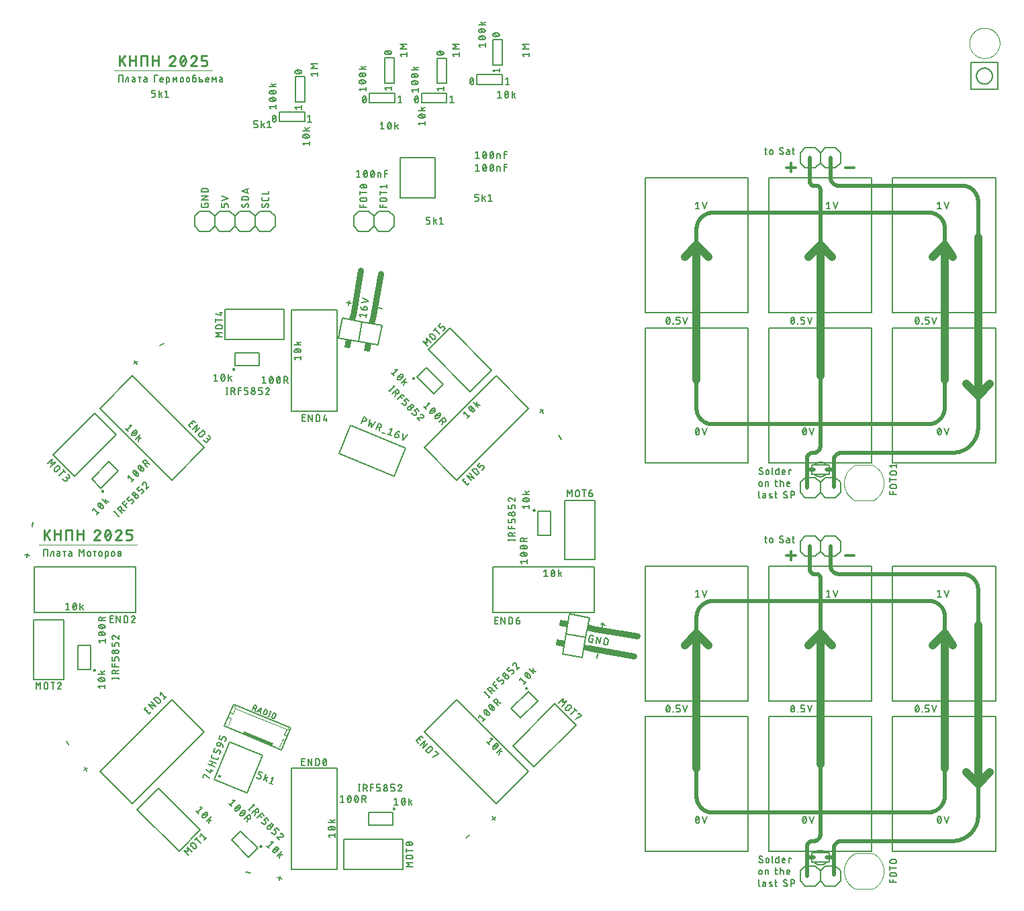
<source format=gbr>
G04 EAGLE Gerber RS-274X export*
G75*
%MOMM*%
%FSLAX34Y34*%
%LPD*%
%INSilkscreen Top*%
%IPPOS*%
%AMOC8*
5,1,8,0,0,1.08239X$1,22.5*%
G01*
%ADD10C,0.152400*%
%ADD11C,0.304800*%
%ADD12C,1.000000*%
%ADD13C,0.500000*%
%ADD14C,0.100000*%
%ADD15C,0.127000*%
%ADD16C,0.200000*%
%ADD17C,0.228600*%
%ADD18C,0.203200*%
%ADD19C,0.050800*%
%ADD20R,4.000000X0.375000*%
%ADD21C,0.762000*%
%ADD22R,0.762000X0.508000*%
%ADD23R,0.762000X1.016000*%


D10*
X953587Y45762D02*
X953671Y45764D01*
X953756Y45770D01*
X953840Y45779D01*
X953923Y45792D01*
X954006Y45809D01*
X954088Y45830D01*
X954169Y45854D01*
X954249Y45882D01*
X954327Y45914D01*
X954404Y45949D01*
X954480Y45987D01*
X954553Y46029D01*
X954625Y46074D01*
X954694Y46122D01*
X954762Y46173D01*
X954827Y46227D01*
X954889Y46284D01*
X954949Y46344D01*
X955006Y46406D01*
X955060Y46471D01*
X955111Y46539D01*
X955159Y46608D01*
X955204Y46680D01*
X955246Y46753D01*
X955284Y46829D01*
X955319Y46906D01*
X955351Y46984D01*
X955379Y47064D01*
X955403Y47145D01*
X955424Y47227D01*
X955441Y47310D01*
X955454Y47393D01*
X955463Y47477D01*
X955469Y47561D01*
X955471Y47646D01*
X953587Y45762D02*
X953466Y45764D01*
X953345Y45769D01*
X953225Y45779D01*
X953105Y45791D01*
X952985Y45808D01*
X952866Y45828D01*
X952747Y45852D01*
X952630Y45879D01*
X952513Y45910D01*
X952397Y45944D01*
X952282Y45982D01*
X952169Y46023D01*
X952057Y46068D01*
X951946Y46116D01*
X951836Y46168D01*
X951729Y46223D01*
X951623Y46281D01*
X951519Y46342D01*
X951416Y46406D01*
X951316Y46474D01*
X951218Y46544D01*
X951122Y46617D01*
X951028Y46694D01*
X950937Y46773D01*
X950848Y46855D01*
X950762Y46939D01*
X950997Y52354D02*
X950999Y52439D01*
X951005Y52523D01*
X951014Y52607D01*
X951027Y52690D01*
X951044Y52773D01*
X951065Y52855D01*
X951089Y52936D01*
X951117Y53016D01*
X951149Y53094D01*
X951184Y53171D01*
X951222Y53247D01*
X951264Y53320D01*
X951309Y53392D01*
X951357Y53461D01*
X951408Y53529D01*
X951462Y53594D01*
X951519Y53656D01*
X951579Y53716D01*
X951641Y53773D01*
X951706Y53827D01*
X951774Y53878D01*
X951843Y53926D01*
X951915Y53971D01*
X951988Y54013D01*
X952064Y54051D01*
X952141Y54086D01*
X952219Y54118D01*
X952299Y54146D01*
X952380Y54170D01*
X952462Y54191D01*
X952545Y54208D01*
X952628Y54221D01*
X952712Y54230D01*
X952796Y54236D01*
X952881Y54238D01*
X952995Y54236D01*
X953108Y54231D01*
X953221Y54222D01*
X953334Y54209D01*
X953447Y54192D01*
X953559Y54172D01*
X953670Y54149D01*
X953780Y54122D01*
X953890Y54091D01*
X953998Y54057D01*
X954105Y54019D01*
X954211Y53978D01*
X954316Y53934D01*
X954419Y53886D01*
X954520Y53835D01*
X954620Y53780D01*
X954718Y53723D01*
X954814Y53662D01*
X954908Y53598D01*
X955000Y53532D01*
X951939Y50706D02*
X951865Y50751D01*
X951794Y50800D01*
X951725Y50852D01*
X951659Y50907D01*
X951595Y50965D01*
X951533Y51026D01*
X951475Y51089D01*
X951419Y51155D01*
X951367Y51224D01*
X951317Y51295D01*
X951271Y51368D01*
X951228Y51443D01*
X951189Y51519D01*
X951153Y51598D01*
X951120Y51678D01*
X951092Y51759D01*
X951067Y51842D01*
X951046Y51926D01*
X951028Y52010D01*
X951015Y52096D01*
X951005Y52182D01*
X950999Y52268D01*
X950997Y52354D01*
X954529Y49294D02*
X954603Y49249D01*
X954674Y49200D01*
X954743Y49148D01*
X954809Y49093D01*
X954873Y49035D01*
X954935Y48974D01*
X954993Y48911D01*
X955049Y48845D01*
X955102Y48776D01*
X955151Y48705D01*
X955197Y48632D01*
X955240Y48557D01*
X955279Y48481D01*
X955315Y48402D01*
X955348Y48322D01*
X955376Y48240D01*
X955401Y48158D01*
X955422Y48074D01*
X955440Y47990D01*
X955453Y47904D01*
X955463Y47818D01*
X955469Y47732D01*
X955471Y47646D01*
X954529Y49294D02*
X951939Y50706D01*
X959333Y49529D02*
X959333Y47646D01*
X959332Y49529D02*
X959334Y49615D01*
X959340Y49700D01*
X959350Y49786D01*
X959363Y49870D01*
X959381Y49954D01*
X959402Y50037D01*
X959427Y50119D01*
X959456Y50200D01*
X959488Y50280D01*
X959524Y50357D01*
X959563Y50434D01*
X959606Y50508D01*
X959652Y50580D01*
X959702Y50650D01*
X959755Y50718D01*
X959810Y50783D01*
X959869Y50846D01*
X959930Y50906D01*
X959994Y50963D01*
X960061Y51017D01*
X960130Y51068D01*
X960201Y51116D01*
X960274Y51161D01*
X960349Y51202D01*
X960426Y51239D01*
X960505Y51274D01*
X960585Y51304D01*
X960667Y51331D01*
X960749Y51354D01*
X960833Y51374D01*
X960917Y51389D01*
X961002Y51401D01*
X961087Y51409D01*
X961173Y51413D01*
X961259Y51413D01*
X961345Y51409D01*
X961430Y51401D01*
X961515Y51389D01*
X961599Y51374D01*
X961683Y51354D01*
X961765Y51331D01*
X961847Y51304D01*
X961927Y51274D01*
X962006Y51239D01*
X962083Y51202D01*
X962158Y51161D01*
X962231Y51116D01*
X962302Y51068D01*
X962371Y51017D01*
X962438Y50963D01*
X962502Y50906D01*
X962563Y50846D01*
X962622Y50783D01*
X962677Y50718D01*
X962730Y50650D01*
X962780Y50580D01*
X962826Y50508D01*
X962869Y50434D01*
X962908Y50357D01*
X962944Y50280D01*
X962976Y50200D01*
X963005Y50119D01*
X963030Y50037D01*
X963051Y49954D01*
X963069Y49870D01*
X963082Y49786D01*
X963092Y49700D01*
X963098Y49615D01*
X963100Y49529D01*
X963100Y47646D01*
X963098Y47560D01*
X963092Y47475D01*
X963082Y47389D01*
X963069Y47305D01*
X963051Y47221D01*
X963030Y47138D01*
X963005Y47056D01*
X962976Y46975D01*
X962944Y46895D01*
X962908Y46818D01*
X962869Y46741D01*
X962826Y46667D01*
X962780Y46595D01*
X962730Y46525D01*
X962677Y46457D01*
X962622Y46392D01*
X962563Y46329D01*
X962502Y46269D01*
X962438Y46212D01*
X962371Y46158D01*
X962302Y46107D01*
X962231Y46059D01*
X962158Y46014D01*
X962083Y45973D01*
X962006Y45936D01*
X961927Y45901D01*
X961847Y45871D01*
X961765Y45844D01*
X961683Y45821D01*
X961599Y45801D01*
X961515Y45786D01*
X961430Y45774D01*
X961345Y45766D01*
X961259Y45762D01*
X961173Y45762D01*
X961087Y45766D01*
X961002Y45774D01*
X960917Y45786D01*
X960833Y45801D01*
X960749Y45821D01*
X960667Y45844D01*
X960585Y45871D01*
X960505Y45901D01*
X960426Y45936D01*
X960349Y45973D01*
X960274Y46014D01*
X960201Y46059D01*
X960130Y46107D01*
X960061Y46158D01*
X959994Y46212D01*
X959930Y46269D01*
X959869Y46329D01*
X959810Y46392D01*
X959755Y46457D01*
X959702Y46525D01*
X959652Y46595D01*
X959606Y46667D01*
X959563Y46741D01*
X959524Y46818D01*
X959488Y46895D01*
X959456Y46975D01*
X959427Y47056D01*
X959402Y47138D01*
X959381Y47221D01*
X959363Y47305D01*
X959350Y47389D01*
X959340Y47475D01*
X959334Y47560D01*
X959332Y47646D01*
X967168Y47175D02*
X967168Y54238D01*
X967168Y47175D02*
X967170Y47101D01*
X967176Y47027D01*
X967185Y46954D01*
X967199Y46881D01*
X967216Y46809D01*
X967237Y46738D01*
X967262Y46669D01*
X967290Y46600D01*
X967322Y46534D01*
X967357Y46469D01*
X967396Y46405D01*
X967438Y46344D01*
X967483Y46286D01*
X967531Y46230D01*
X967582Y46176D01*
X967636Y46125D01*
X967692Y46077D01*
X967750Y46032D01*
X967811Y45990D01*
X967875Y45951D01*
X967940Y45916D01*
X968006Y45884D01*
X968075Y45856D01*
X968144Y45831D01*
X968215Y45810D01*
X968287Y45793D01*
X968360Y45779D01*
X968433Y45770D01*
X968507Y45764D01*
X968581Y45762D01*
X975633Y45762D02*
X975633Y54238D01*
X975633Y45762D02*
X973278Y45762D01*
X973204Y45764D01*
X973130Y45770D01*
X973057Y45779D01*
X972984Y45793D01*
X972912Y45810D01*
X972841Y45831D01*
X972772Y45856D01*
X972703Y45884D01*
X972637Y45916D01*
X972572Y45951D01*
X972508Y45990D01*
X972447Y46032D01*
X972389Y46077D01*
X972333Y46125D01*
X972279Y46176D01*
X972228Y46230D01*
X972180Y46286D01*
X972135Y46344D01*
X972093Y46405D01*
X972054Y46469D01*
X972019Y46534D01*
X971987Y46600D01*
X971959Y46669D01*
X971934Y46738D01*
X971913Y46809D01*
X971896Y46881D01*
X971882Y46954D01*
X971873Y47027D01*
X971867Y47101D01*
X971865Y47175D01*
X971865Y50000D01*
X971867Y50074D01*
X971873Y50148D01*
X971882Y50221D01*
X971896Y50294D01*
X971913Y50366D01*
X971934Y50437D01*
X971959Y50506D01*
X971987Y50575D01*
X972019Y50641D01*
X972054Y50707D01*
X972093Y50770D01*
X972135Y50831D01*
X972180Y50889D01*
X972228Y50945D01*
X972279Y50999D01*
X972333Y51050D01*
X972389Y51098D01*
X972447Y51143D01*
X972508Y51185D01*
X972572Y51224D01*
X972637Y51259D01*
X972703Y51291D01*
X972772Y51319D01*
X972841Y51344D01*
X972912Y51365D01*
X972984Y51382D01*
X973057Y51396D01*
X973130Y51405D01*
X973204Y51411D01*
X973278Y51413D01*
X975633Y51413D01*
X981445Y45762D02*
X983800Y45762D01*
X981445Y45762D02*
X981371Y45764D01*
X981297Y45770D01*
X981224Y45779D01*
X981151Y45793D01*
X981079Y45810D01*
X981008Y45831D01*
X980939Y45856D01*
X980870Y45884D01*
X980804Y45916D01*
X980739Y45951D01*
X980675Y45990D01*
X980614Y46032D01*
X980556Y46077D01*
X980500Y46125D01*
X980446Y46176D01*
X980395Y46230D01*
X980347Y46286D01*
X980302Y46344D01*
X980260Y46405D01*
X980221Y46469D01*
X980186Y46534D01*
X980154Y46600D01*
X980126Y46669D01*
X980101Y46738D01*
X980080Y46809D01*
X980063Y46881D01*
X980049Y46954D01*
X980040Y47027D01*
X980034Y47101D01*
X980032Y47175D01*
X980033Y47175D02*
X980033Y49529D01*
X980032Y49529D02*
X980034Y49615D01*
X980040Y49700D01*
X980050Y49786D01*
X980063Y49870D01*
X980081Y49954D01*
X980102Y50037D01*
X980127Y50119D01*
X980156Y50200D01*
X980188Y50280D01*
X980224Y50357D01*
X980263Y50434D01*
X980306Y50508D01*
X980352Y50580D01*
X980402Y50650D01*
X980455Y50718D01*
X980510Y50783D01*
X980569Y50846D01*
X980630Y50906D01*
X980694Y50963D01*
X980761Y51017D01*
X980830Y51068D01*
X980901Y51116D01*
X980974Y51161D01*
X981049Y51202D01*
X981126Y51239D01*
X981205Y51274D01*
X981285Y51304D01*
X981367Y51331D01*
X981449Y51354D01*
X981533Y51374D01*
X981617Y51389D01*
X981702Y51401D01*
X981787Y51409D01*
X981873Y51413D01*
X981959Y51413D01*
X982045Y51409D01*
X982130Y51401D01*
X982215Y51389D01*
X982299Y51374D01*
X982383Y51354D01*
X982465Y51331D01*
X982547Y51304D01*
X982627Y51274D01*
X982706Y51239D01*
X982783Y51202D01*
X982858Y51161D01*
X982931Y51116D01*
X983002Y51068D01*
X983071Y51017D01*
X983138Y50963D01*
X983202Y50906D01*
X983263Y50846D01*
X983322Y50783D01*
X983377Y50718D01*
X983430Y50650D01*
X983480Y50580D01*
X983526Y50508D01*
X983569Y50434D01*
X983608Y50357D01*
X983644Y50280D01*
X983676Y50200D01*
X983705Y50119D01*
X983730Y50037D01*
X983751Y49954D01*
X983769Y49870D01*
X983782Y49786D01*
X983792Y49700D01*
X983798Y49615D01*
X983800Y49529D01*
X983800Y48587D01*
X980033Y48587D01*
X988209Y45762D02*
X988209Y51413D01*
X991034Y51413D01*
X991034Y50471D01*
X950762Y34529D02*
X950762Y32646D01*
X950762Y34529D02*
X950764Y34615D01*
X950770Y34700D01*
X950780Y34786D01*
X950793Y34870D01*
X950811Y34954D01*
X950832Y35037D01*
X950857Y35119D01*
X950886Y35200D01*
X950918Y35280D01*
X950954Y35357D01*
X950993Y35434D01*
X951036Y35508D01*
X951082Y35580D01*
X951132Y35650D01*
X951185Y35718D01*
X951240Y35783D01*
X951299Y35846D01*
X951360Y35906D01*
X951424Y35963D01*
X951491Y36017D01*
X951560Y36068D01*
X951631Y36116D01*
X951704Y36161D01*
X951779Y36202D01*
X951856Y36239D01*
X951935Y36274D01*
X952015Y36304D01*
X952097Y36331D01*
X952179Y36354D01*
X952263Y36374D01*
X952347Y36389D01*
X952432Y36401D01*
X952517Y36409D01*
X952603Y36413D01*
X952689Y36413D01*
X952775Y36409D01*
X952860Y36401D01*
X952945Y36389D01*
X953029Y36374D01*
X953113Y36354D01*
X953195Y36331D01*
X953277Y36304D01*
X953357Y36274D01*
X953436Y36239D01*
X953513Y36202D01*
X953588Y36161D01*
X953661Y36116D01*
X953732Y36068D01*
X953801Y36017D01*
X953868Y35963D01*
X953932Y35906D01*
X953993Y35846D01*
X954052Y35783D01*
X954107Y35718D01*
X954160Y35650D01*
X954210Y35580D01*
X954256Y35508D01*
X954299Y35434D01*
X954338Y35357D01*
X954374Y35280D01*
X954406Y35200D01*
X954435Y35119D01*
X954460Y35037D01*
X954481Y34954D01*
X954499Y34870D01*
X954512Y34786D01*
X954522Y34700D01*
X954528Y34615D01*
X954530Y34529D01*
X954529Y34529D02*
X954529Y32646D01*
X954530Y32646D02*
X954528Y32560D01*
X954522Y32475D01*
X954512Y32389D01*
X954499Y32305D01*
X954481Y32221D01*
X954460Y32138D01*
X954435Y32056D01*
X954406Y31975D01*
X954374Y31895D01*
X954338Y31818D01*
X954299Y31741D01*
X954256Y31667D01*
X954210Y31595D01*
X954160Y31525D01*
X954107Y31457D01*
X954052Y31392D01*
X953993Y31329D01*
X953932Y31269D01*
X953868Y31212D01*
X953801Y31158D01*
X953732Y31107D01*
X953661Y31059D01*
X953588Y31014D01*
X953513Y30973D01*
X953436Y30936D01*
X953357Y30901D01*
X953277Y30871D01*
X953195Y30844D01*
X953113Y30821D01*
X953029Y30801D01*
X952945Y30786D01*
X952860Y30774D01*
X952775Y30766D01*
X952689Y30762D01*
X952603Y30762D01*
X952517Y30766D01*
X952432Y30774D01*
X952347Y30786D01*
X952263Y30801D01*
X952179Y30821D01*
X952097Y30844D01*
X952015Y30871D01*
X951935Y30901D01*
X951856Y30936D01*
X951779Y30973D01*
X951704Y31014D01*
X951631Y31059D01*
X951560Y31107D01*
X951491Y31158D01*
X951424Y31212D01*
X951360Y31269D01*
X951299Y31329D01*
X951240Y31392D01*
X951185Y31457D01*
X951132Y31525D01*
X951082Y31595D01*
X951036Y31667D01*
X950993Y31741D01*
X950954Y31818D01*
X950918Y31895D01*
X950886Y31975D01*
X950857Y32056D01*
X950832Y32138D01*
X950811Y32221D01*
X950793Y32305D01*
X950780Y32389D01*
X950770Y32475D01*
X950764Y32560D01*
X950762Y32646D01*
X958862Y30762D02*
X958862Y36413D01*
X961216Y36413D01*
X961290Y36411D01*
X961364Y36405D01*
X961437Y36396D01*
X961510Y36382D01*
X961582Y36365D01*
X961653Y36344D01*
X961722Y36319D01*
X961791Y36291D01*
X961857Y36259D01*
X961923Y36224D01*
X961986Y36185D01*
X962047Y36143D01*
X962105Y36098D01*
X962161Y36050D01*
X962215Y35999D01*
X962266Y35945D01*
X962314Y35889D01*
X962359Y35831D01*
X962401Y35770D01*
X962440Y35707D01*
X962475Y35641D01*
X962507Y35575D01*
X962535Y35506D01*
X962560Y35437D01*
X962581Y35366D01*
X962598Y35294D01*
X962612Y35221D01*
X962621Y35148D01*
X962627Y35074D01*
X962629Y35000D01*
X962629Y30762D01*
X970927Y36413D02*
X973752Y36413D01*
X971869Y39238D02*
X971869Y32175D01*
X971871Y32101D01*
X971877Y32027D01*
X971886Y31954D01*
X971900Y31881D01*
X971917Y31809D01*
X971938Y31738D01*
X971963Y31669D01*
X971991Y31600D01*
X972023Y31534D01*
X972058Y31469D01*
X972097Y31405D01*
X972139Y31344D01*
X972184Y31286D01*
X972232Y31230D01*
X972283Y31176D01*
X972337Y31125D01*
X972393Y31077D01*
X972451Y31032D01*
X972512Y30990D01*
X972576Y30951D01*
X972641Y30916D01*
X972707Y30884D01*
X972776Y30856D01*
X972845Y30831D01*
X972916Y30810D01*
X972988Y30793D01*
X973061Y30779D01*
X973134Y30770D01*
X973208Y30764D01*
X973282Y30762D01*
X973752Y30762D01*
X977762Y30762D02*
X977762Y39238D01*
X977762Y36413D02*
X980116Y36413D01*
X980190Y36411D01*
X980264Y36405D01*
X980337Y36396D01*
X980410Y36382D01*
X980482Y36365D01*
X980553Y36344D01*
X980622Y36319D01*
X980691Y36291D01*
X980757Y36259D01*
X980823Y36224D01*
X980886Y36185D01*
X980947Y36143D01*
X981005Y36098D01*
X981061Y36050D01*
X981115Y35999D01*
X981166Y35945D01*
X981214Y35889D01*
X981259Y35831D01*
X981301Y35770D01*
X981340Y35707D01*
X981375Y35641D01*
X981407Y35575D01*
X981435Y35506D01*
X981460Y35437D01*
X981481Y35366D01*
X981498Y35294D01*
X981512Y35221D01*
X981521Y35148D01*
X981527Y35074D01*
X981529Y35000D01*
X981529Y30762D01*
X987275Y30762D02*
X989629Y30762D01*
X987275Y30762D02*
X987201Y30764D01*
X987127Y30770D01*
X987054Y30779D01*
X986981Y30793D01*
X986909Y30810D01*
X986838Y30831D01*
X986769Y30856D01*
X986700Y30884D01*
X986634Y30916D01*
X986569Y30951D01*
X986505Y30990D01*
X986444Y31032D01*
X986386Y31077D01*
X986330Y31125D01*
X986276Y31176D01*
X986225Y31230D01*
X986177Y31286D01*
X986132Y31344D01*
X986090Y31405D01*
X986051Y31469D01*
X986016Y31534D01*
X985984Y31600D01*
X985956Y31669D01*
X985931Y31738D01*
X985910Y31809D01*
X985893Y31881D01*
X985879Y31954D01*
X985870Y32027D01*
X985864Y32101D01*
X985862Y32175D01*
X985862Y34529D01*
X985861Y34529D02*
X985863Y34615D01*
X985869Y34700D01*
X985879Y34786D01*
X985892Y34870D01*
X985910Y34954D01*
X985931Y35037D01*
X985956Y35119D01*
X985985Y35200D01*
X986017Y35280D01*
X986053Y35357D01*
X986092Y35434D01*
X986135Y35508D01*
X986181Y35580D01*
X986231Y35650D01*
X986284Y35718D01*
X986339Y35783D01*
X986398Y35846D01*
X986459Y35906D01*
X986523Y35963D01*
X986590Y36017D01*
X986659Y36068D01*
X986730Y36116D01*
X986803Y36161D01*
X986878Y36202D01*
X986955Y36239D01*
X987034Y36274D01*
X987114Y36304D01*
X987196Y36331D01*
X987278Y36354D01*
X987362Y36374D01*
X987446Y36389D01*
X987531Y36401D01*
X987616Y36409D01*
X987702Y36413D01*
X987788Y36413D01*
X987874Y36409D01*
X987959Y36401D01*
X988044Y36389D01*
X988128Y36374D01*
X988212Y36354D01*
X988294Y36331D01*
X988376Y36304D01*
X988456Y36274D01*
X988535Y36239D01*
X988612Y36202D01*
X988687Y36161D01*
X988760Y36116D01*
X988831Y36068D01*
X988900Y36017D01*
X988967Y35963D01*
X989031Y35906D01*
X989092Y35846D01*
X989151Y35783D01*
X989206Y35718D01*
X989259Y35650D01*
X989309Y35580D01*
X989355Y35508D01*
X989398Y35434D01*
X989437Y35357D01*
X989473Y35280D01*
X989505Y35200D01*
X989534Y35119D01*
X989559Y35037D01*
X989580Y34954D01*
X989598Y34870D01*
X989611Y34786D01*
X989621Y34700D01*
X989627Y34615D01*
X989629Y34529D01*
X989629Y33587D01*
X985862Y33587D01*
X950762Y24238D02*
X950762Y17175D01*
X950764Y17101D01*
X950770Y17027D01*
X950779Y16954D01*
X950793Y16881D01*
X950810Y16809D01*
X950831Y16738D01*
X950856Y16669D01*
X950884Y16600D01*
X950916Y16534D01*
X950951Y16469D01*
X950990Y16405D01*
X951032Y16344D01*
X951077Y16286D01*
X951125Y16230D01*
X951176Y16176D01*
X951230Y16125D01*
X951286Y16077D01*
X951344Y16032D01*
X951405Y15990D01*
X951469Y15951D01*
X951534Y15916D01*
X951600Y15884D01*
X951669Y15856D01*
X951738Y15831D01*
X951809Y15810D01*
X951881Y15793D01*
X951954Y15779D01*
X952027Y15770D01*
X952101Y15764D01*
X952175Y15762D01*
X957107Y19058D02*
X959226Y19058D01*
X957107Y19058D02*
X957027Y19056D01*
X956948Y19050D01*
X956869Y19041D01*
X956790Y19027D01*
X956713Y19010D01*
X956636Y18989D01*
X956560Y18965D01*
X956486Y18936D01*
X956413Y18905D01*
X956341Y18869D01*
X956272Y18831D01*
X956204Y18789D01*
X956138Y18743D01*
X956075Y18695D01*
X956014Y18644D01*
X955956Y18589D01*
X955900Y18532D01*
X955847Y18473D01*
X955798Y18411D01*
X955751Y18346D01*
X955707Y18280D01*
X955667Y18211D01*
X955630Y18140D01*
X955596Y18068D01*
X955566Y17994D01*
X955540Y17919D01*
X955517Y17843D01*
X955498Y17766D01*
X955483Y17687D01*
X955471Y17609D01*
X955463Y17529D01*
X955459Y17450D01*
X955459Y17370D01*
X955463Y17291D01*
X955471Y17211D01*
X955483Y17133D01*
X955498Y17054D01*
X955517Y16977D01*
X955540Y16901D01*
X955566Y16826D01*
X955596Y16752D01*
X955630Y16680D01*
X955667Y16609D01*
X955707Y16540D01*
X955751Y16474D01*
X955798Y16409D01*
X955847Y16347D01*
X955900Y16288D01*
X955956Y16231D01*
X956014Y16176D01*
X956075Y16125D01*
X956138Y16077D01*
X956204Y16031D01*
X956272Y15989D01*
X956341Y15951D01*
X956413Y15915D01*
X956486Y15884D01*
X956560Y15855D01*
X956636Y15831D01*
X956713Y15810D01*
X956790Y15793D01*
X956869Y15779D01*
X956948Y15770D01*
X957027Y15764D01*
X957107Y15762D01*
X959226Y15762D01*
X959226Y20000D01*
X959227Y20000D02*
X959225Y20074D01*
X959219Y20148D01*
X959210Y20221D01*
X959196Y20294D01*
X959179Y20366D01*
X959158Y20437D01*
X959133Y20506D01*
X959105Y20575D01*
X959073Y20641D01*
X959038Y20707D01*
X958999Y20770D01*
X958957Y20831D01*
X958912Y20889D01*
X958864Y20945D01*
X958813Y20999D01*
X958759Y21050D01*
X958703Y21098D01*
X958645Y21143D01*
X958584Y21185D01*
X958521Y21224D01*
X958455Y21259D01*
X958389Y21291D01*
X958320Y21319D01*
X958251Y21344D01*
X958180Y21365D01*
X958108Y21382D01*
X958035Y21396D01*
X957962Y21405D01*
X957888Y21411D01*
X957814Y21413D01*
X955930Y21413D01*
X964333Y19058D02*
X966687Y18116D01*
X964333Y19058D02*
X964269Y19086D01*
X964207Y19117D01*
X964147Y19151D01*
X964089Y19189D01*
X964034Y19230D01*
X963981Y19274D01*
X963930Y19321D01*
X963882Y19371D01*
X963837Y19424D01*
X963795Y19479D01*
X963756Y19536D01*
X963721Y19595D01*
X963689Y19657D01*
X963660Y19720D01*
X963635Y19784D01*
X963614Y19850D01*
X963596Y19917D01*
X963583Y19985D01*
X963573Y20053D01*
X963567Y20122D01*
X963565Y20191D01*
X963567Y20260D01*
X963573Y20329D01*
X963582Y20397D01*
X963596Y20465D01*
X963613Y20532D01*
X963634Y20598D01*
X963659Y20663D01*
X963688Y20726D01*
X963720Y20787D01*
X963755Y20846D01*
X963794Y20904D01*
X963836Y20959D01*
X963881Y21011D01*
X963928Y21061D01*
X963979Y21108D01*
X964032Y21153D01*
X964088Y21194D01*
X964146Y21232D01*
X964205Y21266D01*
X964267Y21297D01*
X964331Y21325D01*
X964396Y21349D01*
X964462Y21369D01*
X964529Y21386D01*
X964597Y21398D01*
X964665Y21407D01*
X964734Y21412D01*
X964803Y21413D01*
X964804Y21412D02*
X964949Y21408D01*
X965095Y21400D01*
X965240Y21388D01*
X965385Y21372D01*
X965529Y21353D01*
X965673Y21329D01*
X965816Y21301D01*
X965958Y21269D01*
X966100Y21234D01*
X966240Y21195D01*
X966379Y21151D01*
X966517Y21105D01*
X966654Y21054D01*
X966789Y21000D01*
X966923Y20942D01*
X966687Y18117D02*
X966751Y18089D01*
X966813Y18058D01*
X966873Y18024D01*
X966931Y17986D01*
X966986Y17945D01*
X967039Y17901D01*
X967090Y17854D01*
X967138Y17804D01*
X967183Y17751D01*
X967225Y17696D01*
X967264Y17639D01*
X967299Y17580D01*
X967331Y17518D01*
X967360Y17455D01*
X967385Y17391D01*
X967406Y17325D01*
X967424Y17258D01*
X967437Y17190D01*
X967447Y17122D01*
X967453Y17053D01*
X967455Y16984D01*
X967453Y16915D01*
X967447Y16846D01*
X967438Y16778D01*
X967424Y16710D01*
X967407Y16643D01*
X967386Y16577D01*
X967361Y16512D01*
X967332Y16449D01*
X967300Y16388D01*
X967265Y16329D01*
X967226Y16271D01*
X967184Y16216D01*
X967139Y16164D01*
X967092Y16114D01*
X967041Y16067D01*
X966988Y16022D01*
X966932Y15981D01*
X966874Y15943D01*
X966815Y15909D01*
X966753Y15878D01*
X966689Y15850D01*
X966624Y15826D01*
X966558Y15806D01*
X966491Y15789D01*
X966423Y15777D01*
X966355Y15768D01*
X966286Y15763D01*
X966217Y15762D01*
X966028Y15767D01*
X965839Y15776D01*
X965651Y15790D01*
X965463Y15808D01*
X965275Y15831D01*
X965088Y15858D01*
X964902Y15890D01*
X964717Y15926D01*
X964532Y15966D01*
X964349Y16011D01*
X964166Y16060D01*
X963985Y16113D01*
X963805Y16171D01*
X963627Y16233D01*
X970592Y21413D02*
X973417Y21413D01*
X971534Y24238D02*
X971534Y17175D01*
X971533Y17175D02*
X971535Y17101D01*
X971541Y17027D01*
X971550Y16954D01*
X971564Y16881D01*
X971581Y16809D01*
X971602Y16738D01*
X971627Y16669D01*
X971655Y16600D01*
X971687Y16534D01*
X971722Y16469D01*
X971761Y16405D01*
X971803Y16344D01*
X971848Y16286D01*
X971896Y16230D01*
X971947Y16176D01*
X972001Y16125D01*
X972057Y16077D01*
X972115Y16032D01*
X972176Y15990D01*
X972240Y15951D01*
X972305Y15916D01*
X972371Y15884D01*
X972440Y15856D01*
X972509Y15831D01*
X972580Y15810D01*
X972652Y15793D01*
X972725Y15779D01*
X972798Y15770D01*
X972872Y15764D01*
X972946Y15762D01*
X973417Y15762D01*
X984581Y15762D02*
X984665Y15764D01*
X984750Y15770D01*
X984834Y15779D01*
X984917Y15792D01*
X985000Y15809D01*
X985082Y15830D01*
X985163Y15854D01*
X985243Y15882D01*
X985321Y15914D01*
X985398Y15949D01*
X985474Y15987D01*
X985547Y16029D01*
X985619Y16074D01*
X985688Y16122D01*
X985756Y16173D01*
X985821Y16227D01*
X985883Y16284D01*
X985943Y16344D01*
X986000Y16406D01*
X986054Y16471D01*
X986105Y16539D01*
X986153Y16608D01*
X986198Y16680D01*
X986240Y16753D01*
X986278Y16829D01*
X986313Y16906D01*
X986345Y16984D01*
X986373Y17064D01*
X986397Y17145D01*
X986418Y17227D01*
X986435Y17310D01*
X986448Y17393D01*
X986457Y17477D01*
X986463Y17561D01*
X986465Y17646D01*
X984581Y15762D02*
X984460Y15764D01*
X984339Y15769D01*
X984219Y15779D01*
X984099Y15791D01*
X983979Y15808D01*
X983860Y15828D01*
X983741Y15852D01*
X983624Y15879D01*
X983507Y15910D01*
X983391Y15944D01*
X983276Y15982D01*
X983163Y16023D01*
X983051Y16068D01*
X982940Y16116D01*
X982830Y16168D01*
X982723Y16223D01*
X982617Y16281D01*
X982513Y16342D01*
X982410Y16406D01*
X982310Y16474D01*
X982212Y16544D01*
X982116Y16617D01*
X982022Y16694D01*
X981931Y16773D01*
X981842Y16855D01*
X981756Y16939D01*
X981991Y22354D02*
X981993Y22439D01*
X981999Y22523D01*
X982008Y22607D01*
X982021Y22690D01*
X982038Y22773D01*
X982059Y22855D01*
X982083Y22936D01*
X982111Y23016D01*
X982143Y23094D01*
X982178Y23171D01*
X982216Y23247D01*
X982258Y23320D01*
X982303Y23392D01*
X982351Y23461D01*
X982402Y23529D01*
X982456Y23594D01*
X982513Y23656D01*
X982573Y23716D01*
X982635Y23773D01*
X982700Y23827D01*
X982768Y23878D01*
X982837Y23926D01*
X982909Y23971D01*
X982982Y24013D01*
X983058Y24051D01*
X983135Y24086D01*
X983213Y24118D01*
X983293Y24146D01*
X983374Y24170D01*
X983456Y24191D01*
X983539Y24208D01*
X983622Y24221D01*
X983706Y24230D01*
X983790Y24236D01*
X983875Y24238D01*
X983989Y24236D01*
X984102Y24231D01*
X984215Y24222D01*
X984328Y24209D01*
X984441Y24192D01*
X984553Y24172D01*
X984664Y24149D01*
X984774Y24122D01*
X984884Y24091D01*
X984992Y24057D01*
X985099Y24019D01*
X985205Y23978D01*
X985310Y23934D01*
X985413Y23886D01*
X985514Y23835D01*
X985614Y23780D01*
X985712Y23723D01*
X985808Y23662D01*
X985902Y23598D01*
X985994Y23532D01*
X982933Y20706D02*
X982859Y20751D01*
X982788Y20800D01*
X982719Y20852D01*
X982653Y20907D01*
X982589Y20965D01*
X982527Y21026D01*
X982469Y21089D01*
X982413Y21155D01*
X982361Y21224D01*
X982311Y21295D01*
X982265Y21368D01*
X982222Y21443D01*
X982183Y21519D01*
X982147Y21598D01*
X982114Y21678D01*
X982086Y21759D01*
X982061Y21842D01*
X982040Y21926D01*
X982022Y22010D01*
X982009Y22096D01*
X981999Y22182D01*
X981993Y22268D01*
X981991Y22354D01*
X985523Y19294D02*
X985597Y19249D01*
X985668Y19200D01*
X985737Y19148D01*
X985803Y19093D01*
X985867Y19035D01*
X985929Y18974D01*
X985987Y18911D01*
X986043Y18845D01*
X986096Y18776D01*
X986145Y18705D01*
X986191Y18632D01*
X986234Y18557D01*
X986273Y18481D01*
X986309Y18402D01*
X986342Y18322D01*
X986370Y18240D01*
X986395Y18158D01*
X986416Y18074D01*
X986434Y17990D01*
X986447Y17904D01*
X986457Y17818D01*
X986463Y17732D01*
X986465Y17646D01*
X985523Y19294D02*
X982933Y20706D01*
X990949Y24238D02*
X990949Y15762D01*
X990949Y24238D02*
X993304Y24238D01*
X993400Y24236D01*
X993496Y24230D01*
X993591Y24220D01*
X993686Y24207D01*
X993781Y24189D01*
X993875Y24168D01*
X993967Y24143D01*
X994059Y24114D01*
X994149Y24081D01*
X994238Y24045D01*
X994325Y24005D01*
X994411Y23961D01*
X994495Y23915D01*
X994577Y23864D01*
X994656Y23811D01*
X994734Y23754D01*
X994809Y23694D01*
X994882Y23631D01*
X994951Y23565D01*
X995019Y23497D01*
X995083Y23426D01*
X995144Y23352D01*
X995203Y23275D01*
X995258Y23197D01*
X995310Y23116D01*
X995358Y23033D01*
X995404Y22948D01*
X995445Y22862D01*
X995483Y22774D01*
X995518Y22684D01*
X995549Y22593D01*
X995576Y22501D01*
X995599Y22408D01*
X995618Y22314D01*
X995634Y22219D01*
X995646Y22124D01*
X995654Y22028D01*
X995658Y21932D01*
X995658Y21836D01*
X995654Y21740D01*
X995646Y21644D01*
X995634Y21549D01*
X995618Y21454D01*
X995599Y21360D01*
X995576Y21267D01*
X995549Y21175D01*
X995518Y21084D01*
X995483Y20994D01*
X995445Y20906D01*
X995404Y20820D01*
X995358Y20735D01*
X995310Y20652D01*
X995258Y20571D01*
X995203Y20493D01*
X995144Y20416D01*
X995083Y20342D01*
X995019Y20271D01*
X994951Y20203D01*
X994882Y20137D01*
X994809Y20074D01*
X994734Y20014D01*
X994656Y19957D01*
X994577Y19904D01*
X994495Y19853D01*
X994411Y19807D01*
X994325Y19763D01*
X994238Y19723D01*
X994149Y19687D01*
X994059Y19654D01*
X993967Y19625D01*
X993875Y19600D01*
X993781Y19579D01*
X993686Y19561D01*
X993591Y19548D01*
X993496Y19538D01*
X993400Y19532D01*
X993304Y19530D01*
X993304Y19529D02*
X990949Y19529D01*
D11*
X985524Y433116D02*
X996825Y433116D01*
X991175Y427466D02*
X991175Y438767D01*
X1059524Y433116D02*
X1070825Y433116D01*
D10*
X960587Y455413D02*
X957762Y455413D01*
X958704Y458238D02*
X958704Y451175D01*
X958703Y451175D02*
X958705Y451101D01*
X958711Y451027D01*
X958720Y450954D01*
X958734Y450881D01*
X958751Y450809D01*
X958772Y450738D01*
X958797Y450669D01*
X958825Y450600D01*
X958857Y450534D01*
X958892Y450469D01*
X958931Y450405D01*
X958973Y450344D01*
X959018Y450286D01*
X959066Y450230D01*
X959117Y450176D01*
X959171Y450125D01*
X959227Y450077D01*
X959285Y450032D01*
X959346Y449990D01*
X959410Y449951D01*
X959475Y449916D01*
X959541Y449884D01*
X959610Y449856D01*
X959679Y449831D01*
X959750Y449810D01*
X959822Y449793D01*
X959895Y449779D01*
X959968Y449770D01*
X960042Y449764D01*
X960116Y449762D01*
X960587Y449762D01*
X964297Y451646D02*
X964297Y453529D01*
X964296Y453529D02*
X964298Y453615D01*
X964304Y453700D01*
X964314Y453786D01*
X964327Y453870D01*
X964345Y453954D01*
X964366Y454037D01*
X964391Y454119D01*
X964420Y454200D01*
X964452Y454280D01*
X964488Y454357D01*
X964527Y454434D01*
X964570Y454508D01*
X964616Y454580D01*
X964666Y454650D01*
X964719Y454718D01*
X964774Y454783D01*
X964833Y454846D01*
X964894Y454906D01*
X964958Y454963D01*
X965025Y455017D01*
X965094Y455068D01*
X965165Y455116D01*
X965238Y455161D01*
X965313Y455202D01*
X965390Y455239D01*
X965469Y455274D01*
X965549Y455304D01*
X965631Y455331D01*
X965713Y455354D01*
X965797Y455374D01*
X965881Y455389D01*
X965966Y455401D01*
X966051Y455409D01*
X966137Y455413D01*
X966223Y455413D01*
X966309Y455409D01*
X966394Y455401D01*
X966479Y455389D01*
X966563Y455374D01*
X966647Y455354D01*
X966729Y455331D01*
X966811Y455304D01*
X966891Y455274D01*
X966970Y455239D01*
X967047Y455202D01*
X967122Y455161D01*
X967195Y455116D01*
X967266Y455068D01*
X967335Y455017D01*
X967402Y454963D01*
X967466Y454906D01*
X967527Y454846D01*
X967586Y454783D01*
X967641Y454718D01*
X967694Y454650D01*
X967744Y454580D01*
X967790Y454508D01*
X967833Y454434D01*
X967872Y454357D01*
X967908Y454280D01*
X967940Y454200D01*
X967969Y454119D01*
X967994Y454037D01*
X968015Y453954D01*
X968033Y453870D01*
X968046Y453786D01*
X968056Y453700D01*
X968062Y453615D01*
X968064Y453529D01*
X968064Y451646D01*
X968062Y451560D01*
X968056Y451475D01*
X968046Y451389D01*
X968033Y451305D01*
X968015Y451221D01*
X967994Y451138D01*
X967969Y451056D01*
X967940Y450975D01*
X967908Y450895D01*
X967872Y450818D01*
X967833Y450741D01*
X967790Y450667D01*
X967744Y450595D01*
X967694Y450525D01*
X967641Y450457D01*
X967586Y450392D01*
X967527Y450329D01*
X967466Y450269D01*
X967402Y450212D01*
X967335Y450158D01*
X967266Y450107D01*
X967195Y450059D01*
X967122Y450014D01*
X967047Y449973D01*
X966970Y449936D01*
X966891Y449901D01*
X966811Y449871D01*
X966729Y449844D01*
X966647Y449821D01*
X966563Y449801D01*
X966479Y449786D01*
X966394Y449774D01*
X966309Y449766D01*
X966223Y449762D01*
X966137Y449762D01*
X966051Y449766D01*
X965966Y449774D01*
X965881Y449786D01*
X965797Y449801D01*
X965713Y449821D01*
X965631Y449844D01*
X965549Y449871D01*
X965469Y449901D01*
X965390Y449936D01*
X965313Y449973D01*
X965238Y450014D01*
X965165Y450059D01*
X965094Y450107D01*
X965025Y450158D01*
X964958Y450212D01*
X964894Y450269D01*
X964833Y450329D01*
X964774Y450392D01*
X964719Y450457D01*
X964666Y450525D01*
X964616Y450595D01*
X964570Y450667D01*
X964527Y450741D01*
X964488Y450818D01*
X964452Y450895D01*
X964420Y450975D01*
X964391Y451056D01*
X964366Y451138D01*
X964345Y451221D01*
X964327Y451305D01*
X964314Y451389D01*
X964304Y451475D01*
X964298Y451560D01*
X964296Y451646D01*
X979551Y449762D02*
X979635Y449764D01*
X979720Y449770D01*
X979804Y449779D01*
X979887Y449792D01*
X979970Y449809D01*
X980052Y449830D01*
X980133Y449854D01*
X980213Y449882D01*
X980291Y449914D01*
X980368Y449949D01*
X980444Y449987D01*
X980517Y450029D01*
X980589Y450074D01*
X980658Y450122D01*
X980726Y450173D01*
X980791Y450227D01*
X980853Y450284D01*
X980913Y450344D01*
X980970Y450406D01*
X981024Y450471D01*
X981075Y450539D01*
X981123Y450608D01*
X981168Y450680D01*
X981210Y450753D01*
X981248Y450829D01*
X981283Y450906D01*
X981315Y450984D01*
X981343Y451064D01*
X981367Y451145D01*
X981388Y451227D01*
X981405Y451310D01*
X981418Y451393D01*
X981427Y451477D01*
X981433Y451561D01*
X981435Y451646D01*
X979551Y449762D02*
X979430Y449764D01*
X979309Y449769D01*
X979189Y449779D01*
X979069Y449791D01*
X978949Y449808D01*
X978830Y449828D01*
X978711Y449852D01*
X978594Y449879D01*
X978477Y449910D01*
X978361Y449944D01*
X978246Y449982D01*
X978133Y450023D01*
X978021Y450068D01*
X977910Y450116D01*
X977800Y450168D01*
X977693Y450223D01*
X977587Y450281D01*
X977483Y450342D01*
X977380Y450406D01*
X977280Y450474D01*
X977182Y450544D01*
X977086Y450617D01*
X976992Y450694D01*
X976901Y450773D01*
X976812Y450855D01*
X976726Y450939D01*
X976961Y456354D02*
X976963Y456439D01*
X976969Y456523D01*
X976978Y456607D01*
X976991Y456690D01*
X977008Y456773D01*
X977029Y456855D01*
X977053Y456936D01*
X977081Y457016D01*
X977113Y457094D01*
X977148Y457171D01*
X977186Y457247D01*
X977228Y457320D01*
X977273Y457392D01*
X977321Y457461D01*
X977372Y457529D01*
X977426Y457594D01*
X977483Y457656D01*
X977543Y457716D01*
X977605Y457773D01*
X977670Y457827D01*
X977738Y457878D01*
X977807Y457926D01*
X977879Y457971D01*
X977952Y458013D01*
X978028Y458051D01*
X978105Y458086D01*
X978183Y458118D01*
X978263Y458146D01*
X978344Y458170D01*
X978426Y458191D01*
X978509Y458208D01*
X978592Y458221D01*
X978676Y458230D01*
X978760Y458236D01*
X978845Y458238D01*
X978959Y458236D01*
X979072Y458231D01*
X979185Y458222D01*
X979298Y458209D01*
X979411Y458192D01*
X979523Y458172D01*
X979634Y458149D01*
X979744Y458122D01*
X979854Y458091D01*
X979962Y458057D01*
X980069Y458019D01*
X980175Y457978D01*
X980280Y457934D01*
X980383Y457886D01*
X980484Y457835D01*
X980584Y457780D01*
X980682Y457723D01*
X980778Y457662D01*
X980872Y457598D01*
X980964Y457532D01*
X977903Y454706D02*
X977829Y454751D01*
X977758Y454800D01*
X977689Y454852D01*
X977623Y454907D01*
X977559Y454965D01*
X977497Y455026D01*
X977439Y455089D01*
X977383Y455155D01*
X977331Y455224D01*
X977281Y455295D01*
X977235Y455368D01*
X977192Y455443D01*
X977153Y455519D01*
X977117Y455598D01*
X977084Y455678D01*
X977056Y455759D01*
X977031Y455842D01*
X977010Y455926D01*
X976992Y456010D01*
X976979Y456096D01*
X976969Y456182D01*
X976963Y456268D01*
X976961Y456354D01*
X980493Y453294D02*
X980567Y453249D01*
X980638Y453200D01*
X980707Y453148D01*
X980773Y453093D01*
X980837Y453035D01*
X980899Y452974D01*
X980957Y452911D01*
X981013Y452845D01*
X981066Y452776D01*
X981115Y452705D01*
X981161Y452632D01*
X981204Y452557D01*
X981243Y452481D01*
X981279Y452402D01*
X981312Y452322D01*
X981340Y452240D01*
X981365Y452158D01*
X981386Y452074D01*
X981404Y451990D01*
X981417Y451904D01*
X981427Y451818D01*
X981433Y451732D01*
X981435Y451646D01*
X980493Y453294D02*
X977903Y454706D01*
X986877Y453058D02*
X988996Y453058D01*
X986877Y453058D02*
X986797Y453056D01*
X986718Y453050D01*
X986639Y453041D01*
X986560Y453027D01*
X986483Y453010D01*
X986406Y452989D01*
X986330Y452965D01*
X986256Y452936D01*
X986183Y452905D01*
X986111Y452869D01*
X986042Y452831D01*
X985974Y452789D01*
X985908Y452743D01*
X985845Y452695D01*
X985784Y452644D01*
X985726Y452589D01*
X985670Y452532D01*
X985617Y452473D01*
X985568Y452411D01*
X985521Y452346D01*
X985477Y452280D01*
X985437Y452211D01*
X985400Y452140D01*
X985366Y452068D01*
X985336Y451994D01*
X985310Y451919D01*
X985287Y451843D01*
X985268Y451766D01*
X985253Y451687D01*
X985241Y451609D01*
X985233Y451529D01*
X985229Y451450D01*
X985229Y451370D01*
X985233Y451291D01*
X985241Y451211D01*
X985253Y451133D01*
X985268Y451054D01*
X985287Y450977D01*
X985310Y450901D01*
X985336Y450826D01*
X985366Y450752D01*
X985400Y450680D01*
X985437Y450609D01*
X985477Y450540D01*
X985521Y450474D01*
X985568Y450409D01*
X985617Y450347D01*
X985670Y450288D01*
X985726Y450231D01*
X985784Y450176D01*
X985845Y450125D01*
X985908Y450077D01*
X985974Y450031D01*
X986042Y449989D01*
X986111Y449951D01*
X986183Y449915D01*
X986256Y449884D01*
X986330Y449855D01*
X986406Y449831D01*
X986483Y449810D01*
X986560Y449793D01*
X986639Y449779D01*
X986718Y449770D01*
X986797Y449764D01*
X986877Y449762D01*
X988996Y449762D01*
X988996Y454000D01*
X988997Y454000D02*
X988995Y454074D01*
X988989Y454148D01*
X988980Y454221D01*
X988966Y454294D01*
X988949Y454366D01*
X988928Y454437D01*
X988903Y454506D01*
X988875Y454575D01*
X988843Y454641D01*
X988808Y454707D01*
X988769Y454770D01*
X988727Y454831D01*
X988682Y454889D01*
X988634Y454945D01*
X988583Y454999D01*
X988529Y455050D01*
X988473Y455098D01*
X988415Y455143D01*
X988354Y455185D01*
X988291Y455224D01*
X988225Y455259D01*
X988159Y455291D01*
X988090Y455319D01*
X988021Y455344D01*
X987950Y455365D01*
X987878Y455382D01*
X987805Y455396D01*
X987732Y455405D01*
X987658Y455411D01*
X987584Y455413D01*
X985700Y455413D01*
X992562Y455413D02*
X995387Y455413D01*
X993504Y458238D02*
X993504Y451175D01*
X993503Y451175D02*
X993505Y451101D01*
X993511Y451027D01*
X993520Y450954D01*
X993534Y450881D01*
X993551Y450809D01*
X993572Y450738D01*
X993597Y450669D01*
X993625Y450600D01*
X993657Y450534D01*
X993692Y450469D01*
X993731Y450405D01*
X993773Y450344D01*
X993818Y450286D01*
X993866Y450230D01*
X993917Y450176D01*
X993971Y450125D01*
X994027Y450077D01*
X994085Y450032D01*
X994146Y449990D01*
X994210Y449951D01*
X994275Y449916D01*
X994341Y449884D01*
X994410Y449856D01*
X994479Y449831D01*
X994550Y449810D01*
X994622Y449793D01*
X994695Y449779D01*
X994768Y449770D01*
X994842Y449764D01*
X994916Y449762D01*
X995387Y449762D01*
X834468Y243061D02*
X834397Y242910D01*
X834329Y242758D01*
X834265Y242604D01*
X834205Y242448D01*
X834149Y242291D01*
X834096Y242133D01*
X834047Y241974D01*
X834001Y241813D01*
X833960Y241652D01*
X833923Y241489D01*
X833889Y241326D01*
X833859Y241162D01*
X833834Y240997D01*
X833812Y240832D01*
X833794Y240666D01*
X833780Y240500D01*
X833770Y240333D01*
X833764Y240167D01*
X833762Y240000D01*
X834468Y243061D02*
X834496Y243136D01*
X834527Y243210D01*
X834561Y243282D01*
X834599Y243353D01*
X834640Y243421D01*
X834684Y243488D01*
X834731Y243553D01*
X834781Y243615D01*
X834834Y243675D01*
X834890Y243733D01*
X834948Y243788D01*
X835008Y243840D01*
X835071Y243890D01*
X835136Y243936D01*
X835203Y243980D01*
X835273Y244020D01*
X835343Y244057D01*
X835416Y244091D01*
X835490Y244122D01*
X835565Y244149D01*
X835642Y244172D01*
X835719Y244192D01*
X835798Y244209D01*
X835877Y244221D01*
X835956Y244231D01*
X836036Y244236D01*
X836116Y244238D01*
X836196Y244236D01*
X836276Y244231D01*
X836355Y244221D01*
X836434Y244209D01*
X836513Y244192D01*
X836590Y244172D01*
X836667Y244149D01*
X836742Y244122D01*
X836816Y244091D01*
X836889Y244057D01*
X836959Y244020D01*
X837029Y243980D01*
X837096Y243936D01*
X837161Y243890D01*
X837224Y243840D01*
X837284Y243788D01*
X837342Y243733D01*
X837398Y243675D01*
X837451Y243615D01*
X837501Y243553D01*
X837548Y243488D01*
X837592Y243421D01*
X837633Y243353D01*
X837671Y243282D01*
X837705Y243210D01*
X837736Y243136D01*
X837764Y243061D01*
X837765Y243061D02*
X837836Y242910D01*
X837904Y242758D01*
X837968Y242604D01*
X838028Y242448D01*
X838084Y242291D01*
X838137Y242133D01*
X838186Y241974D01*
X838232Y241813D01*
X838273Y241652D01*
X838310Y241489D01*
X838344Y241326D01*
X838374Y241162D01*
X838399Y240997D01*
X838421Y240832D01*
X838439Y240666D01*
X838453Y240500D01*
X838463Y240333D01*
X838469Y240167D01*
X838471Y240000D01*
X833762Y240000D02*
X833764Y239833D01*
X833770Y239667D01*
X833780Y239500D01*
X833794Y239334D01*
X833812Y239168D01*
X833834Y239003D01*
X833859Y238838D01*
X833889Y238674D01*
X833923Y238511D01*
X833960Y238348D01*
X834001Y238187D01*
X834047Y238026D01*
X834096Y237867D01*
X834148Y237709D01*
X834205Y237552D01*
X834265Y237396D01*
X834329Y237242D01*
X834397Y237090D01*
X834468Y236939D01*
X834496Y236864D01*
X834527Y236790D01*
X834561Y236718D01*
X834599Y236647D01*
X834640Y236579D01*
X834684Y236512D01*
X834731Y236447D01*
X834781Y236385D01*
X834834Y236325D01*
X834890Y236267D01*
X834948Y236212D01*
X835008Y236160D01*
X835071Y236110D01*
X835136Y236064D01*
X835203Y236020D01*
X835273Y235980D01*
X835344Y235943D01*
X835416Y235909D01*
X835490Y235878D01*
X835565Y235851D01*
X835642Y235828D01*
X835719Y235808D01*
X835798Y235791D01*
X835877Y235779D01*
X835956Y235769D01*
X836036Y235764D01*
X836116Y235762D01*
X837765Y236939D02*
X837836Y237090D01*
X837904Y237242D01*
X837968Y237396D01*
X838028Y237552D01*
X838084Y237709D01*
X838137Y237867D01*
X838186Y238026D01*
X838232Y238187D01*
X838273Y238348D01*
X838310Y238511D01*
X838344Y238674D01*
X838374Y238838D01*
X838399Y239003D01*
X838421Y239168D01*
X838439Y239334D01*
X838453Y239500D01*
X838463Y239667D01*
X838469Y239833D01*
X838471Y240000D01*
X837764Y236939D02*
X837736Y236864D01*
X837705Y236790D01*
X837671Y236718D01*
X837633Y236647D01*
X837592Y236579D01*
X837548Y236512D01*
X837501Y236447D01*
X837451Y236385D01*
X837398Y236325D01*
X837342Y236267D01*
X837284Y236212D01*
X837224Y236160D01*
X837161Y236110D01*
X837096Y236064D01*
X837029Y236020D01*
X836959Y235980D01*
X836889Y235943D01*
X836816Y235909D01*
X836742Y235878D01*
X836667Y235851D01*
X836590Y235828D01*
X836513Y235808D01*
X836434Y235791D01*
X836355Y235779D01*
X836276Y235769D01*
X836196Y235764D01*
X836116Y235762D01*
X834233Y237646D02*
X838000Y242354D01*
X842181Y236233D02*
X842181Y235762D01*
X842181Y236233D02*
X842652Y236233D01*
X842652Y235762D01*
X842181Y235762D01*
X846362Y235762D02*
X849187Y235762D01*
X849272Y235764D01*
X849356Y235770D01*
X849440Y235779D01*
X849523Y235792D01*
X849606Y235809D01*
X849688Y235830D01*
X849769Y235854D01*
X849849Y235882D01*
X849927Y235914D01*
X850004Y235949D01*
X850080Y235987D01*
X850153Y236029D01*
X850225Y236074D01*
X850294Y236122D01*
X850362Y236173D01*
X850427Y236227D01*
X850489Y236284D01*
X850549Y236344D01*
X850606Y236406D01*
X850660Y236471D01*
X850711Y236539D01*
X850759Y236608D01*
X850804Y236680D01*
X850846Y236753D01*
X850884Y236829D01*
X850919Y236906D01*
X850951Y236984D01*
X850979Y237064D01*
X851003Y237145D01*
X851024Y237227D01*
X851041Y237310D01*
X851054Y237393D01*
X851063Y237477D01*
X851069Y237561D01*
X851071Y237646D01*
X851071Y238587D01*
X851069Y238672D01*
X851063Y238756D01*
X851054Y238840D01*
X851041Y238923D01*
X851024Y239006D01*
X851003Y239088D01*
X850979Y239169D01*
X850951Y239249D01*
X850919Y239327D01*
X850884Y239404D01*
X850846Y239480D01*
X850804Y239553D01*
X850759Y239625D01*
X850711Y239694D01*
X850660Y239762D01*
X850606Y239827D01*
X850549Y239889D01*
X850489Y239949D01*
X850427Y240006D01*
X850362Y240060D01*
X850294Y240111D01*
X850225Y240159D01*
X850153Y240204D01*
X850080Y240246D01*
X850004Y240284D01*
X849927Y240319D01*
X849849Y240351D01*
X849769Y240379D01*
X849688Y240403D01*
X849606Y240424D01*
X849523Y240441D01*
X849440Y240454D01*
X849356Y240463D01*
X849272Y240469D01*
X849187Y240471D01*
X846362Y240471D01*
X846362Y244238D01*
X851071Y244238D01*
X854891Y244238D02*
X857716Y235762D01*
X860542Y244238D01*
X870762Y387354D02*
X873116Y389238D01*
X873116Y380762D01*
X870762Y380762D02*
X875471Y380762D01*
X882116Y380762D02*
X879291Y389238D01*
X884942Y389238D02*
X882116Y380762D01*
D12*
X872000Y335000D02*
X872000Y165000D01*
X887000Y320000D02*
X872000Y335000D01*
X857000Y320000D01*
D13*
X1055000Y73000D02*
X1195000Y73000D01*
X1195773Y73009D01*
X1196546Y73037D01*
X1197318Y73084D01*
X1198088Y73149D01*
X1198857Y73233D01*
X1199624Y73336D01*
X1200387Y73457D01*
X1201148Y73596D01*
X1201905Y73754D01*
X1202658Y73930D01*
X1203407Y74124D01*
X1204150Y74336D01*
X1204889Y74566D01*
X1205621Y74814D01*
X1206347Y75079D01*
X1207067Y75362D01*
X1207780Y75663D01*
X1208485Y75980D01*
X1209182Y76314D01*
X1209871Y76665D01*
X1210551Y77033D01*
X1211223Y77417D01*
X1211884Y77817D01*
X1212536Y78233D01*
X1213178Y78665D01*
X1213809Y79111D01*
X1214429Y79574D01*
X1215038Y80050D01*
X1215635Y80542D01*
X1216220Y81048D01*
X1216793Y81567D01*
X1217352Y82101D01*
X1217899Y82648D01*
X1218433Y83207D01*
X1218952Y83780D01*
X1219458Y84365D01*
X1219950Y84962D01*
X1220426Y85571D01*
X1220889Y86191D01*
X1221335Y86822D01*
X1221767Y87464D01*
X1222183Y88116D01*
X1222583Y88777D01*
X1222967Y89449D01*
X1223335Y90129D01*
X1223686Y90818D01*
X1224020Y91515D01*
X1224337Y92220D01*
X1224638Y92933D01*
X1224921Y93653D01*
X1225186Y94379D01*
X1225434Y95111D01*
X1225664Y95850D01*
X1225876Y96593D01*
X1226070Y97342D01*
X1226246Y98095D01*
X1226404Y98852D01*
X1226543Y99613D01*
X1226664Y100376D01*
X1226767Y101143D01*
X1226851Y101912D01*
X1226916Y102682D01*
X1226963Y103454D01*
X1226991Y104227D01*
X1227000Y105000D01*
D12*
X1227000Y145000D02*
X1227000Y345000D01*
X1212000Y160000D02*
X1227000Y145000D01*
X1242000Y160000D01*
D13*
X1227000Y160000D02*
X1227000Y105000D01*
X872000Y130000D02*
X872000Y165000D01*
X1015000Y415000D02*
X1015000Y445000D01*
X1041000Y420000D02*
X1041003Y419758D01*
X1041012Y419517D01*
X1041026Y419276D01*
X1041047Y419035D01*
X1041073Y418795D01*
X1041105Y418555D01*
X1041143Y418316D01*
X1041186Y418079D01*
X1041236Y417842D01*
X1041291Y417607D01*
X1041351Y417373D01*
X1041418Y417141D01*
X1041489Y416910D01*
X1041567Y416681D01*
X1041650Y416454D01*
X1041738Y416229D01*
X1041832Y416006D01*
X1041931Y415786D01*
X1042036Y415568D01*
X1042145Y415353D01*
X1042260Y415140D01*
X1042380Y414930D01*
X1042505Y414724D01*
X1042635Y414520D01*
X1042770Y414319D01*
X1042910Y414122D01*
X1043054Y413928D01*
X1043203Y413738D01*
X1043357Y413552D01*
X1043515Y413369D01*
X1043677Y413190D01*
X1043844Y413015D01*
X1044015Y412844D01*
X1044190Y412677D01*
X1044369Y412515D01*
X1044552Y412357D01*
X1044738Y412203D01*
X1044928Y412054D01*
X1045122Y411910D01*
X1045319Y411770D01*
X1045520Y411635D01*
X1045724Y411505D01*
X1045930Y411380D01*
X1046140Y411260D01*
X1046353Y411145D01*
X1046568Y411036D01*
X1046786Y410931D01*
X1047006Y410832D01*
X1047229Y410738D01*
X1047454Y410650D01*
X1047681Y410567D01*
X1047910Y410489D01*
X1048141Y410418D01*
X1048373Y410351D01*
X1048607Y410291D01*
X1048842Y410236D01*
X1049079Y410186D01*
X1049316Y410143D01*
X1049555Y410105D01*
X1049795Y410073D01*
X1050035Y410047D01*
X1050276Y410026D01*
X1050517Y410012D01*
X1050758Y410003D01*
X1051000Y410000D01*
X893000Y376000D02*
X892493Y375994D01*
X891985Y375975D01*
X891479Y375945D01*
X890973Y375902D01*
X890469Y375847D01*
X889966Y375780D01*
X889465Y375700D01*
X888965Y375609D01*
X888469Y375505D01*
X887974Y375390D01*
X887483Y375262D01*
X886995Y375123D01*
X886511Y374972D01*
X886030Y374810D01*
X885553Y374635D01*
X885081Y374450D01*
X884613Y374253D01*
X884151Y374044D01*
X883693Y373825D01*
X883241Y373595D01*
X882794Y373353D01*
X882354Y373101D01*
X881920Y372839D01*
X881492Y372566D01*
X881071Y372283D01*
X880657Y371989D01*
X880250Y371686D01*
X879850Y371373D01*
X879458Y371051D01*
X879074Y370719D01*
X878699Y370378D01*
X878331Y370028D01*
X877972Y369669D01*
X877622Y369301D01*
X877281Y368926D01*
X876949Y368542D01*
X876627Y368150D01*
X876314Y367750D01*
X876011Y367343D01*
X875717Y366929D01*
X875434Y366508D01*
X875161Y366080D01*
X874899Y365646D01*
X874647Y365206D01*
X874405Y364759D01*
X874175Y364307D01*
X873956Y363849D01*
X873747Y363387D01*
X873550Y362919D01*
X873365Y362447D01*
X873190Y361970D01*
X873028Y361489D01*
X872877Y361005D01*
X872738Y360517D01*
X872610Y360026D01*
X872495Y359531D01*
X872391Y359035D01*
X872300Y358535D01*
X872220Y358034D01*
X872153Y357531D01*
X872098Y357027D01*
X872055Y356521D01*
X872025Y356015D01*
X872006Y355507D01*
X872000Y355000D01*
X872000Y335000D01*
X1227000Y345000D02*
X1227000Y390000D01*
X1226994Y390483D01*
X1226977Y390966D01*
X1226947Y391449D01*
X1226907Y391930D01*
X1226854Y392411D01*
X1226790Y392890D01*
X1226715Y393367D01*
X1226627Y393843D01*
X1226529Y394316D01*
X1226419Y394786D01*
X1226298Y395254D01*
X1226165Y395719D01*
X1226021Y396180D01*
X1225866Y396638D01*
X1225700Y397092D01*
X1225523Y397542D01*
X1225336Y397987D01*
X1225137Y398428D01*
X1224929Y398864D01*
X1224709Y399294D01*
X1224479Y399720D01*
X1224239Y400139D01*
X1223989Y400553D01*
X1223729Y400960D01*
X1223460Y401361D01*
X1223180Y401756D01*
X1222892Y402143D01*
X1222593Y402524D01*
X1222286Y402897D01*
X1221970Y403262D01*
X1221645Y403620D01*
X1221312Y403970D01*
X1220970Y404312D01*
X1220620Y404645D01*
X1220262Y404970D01*
X1219897Y405286D01*
X1219524Y405593D01*
X1219143Y405892D01*
X1218756Y406180D01*
X1218361Y406460D01*
X1217960Y406729D01*
X1217553Y406989D01*
X1217139Y407239D01*
X1216720Y407479D01*
X1216294Y407709D01*
X1215864Y407929D01*
X1215428Y408137D01*
X1214987Y408336D01*
X1214542Y408523D01*
X1214092Y408700D01*
X1213638Y408866D01*
X1213180Y409021D01*
X1212719Y409165D01*
X1212254Y409298D01*
X1211786Y409419D01*
X1211316Y409529D01*
X1210843Y409627D01*
X1210367Y409715D01*
X1209890Y409790D01*
X1209411Y409854D01*
X1208930Y409907D01*
X1208449Y409947D01*
X1207966Y409977D01*
X1207483Y409994D01*
X1207000Y410000D01*
X1051000Y410000D01*
D10*
X1148468Y243061D02*
X1148397Y242910D01*
X1148329Y242758D01*
X1148265Y242604D01*
X1148205Y242448D01*
X1148149Y242291D01*
X1148096Y242133D01*
X1148047Y241974D01*
X1148001Y241813D01*
X1147960Y241652D01*
X1147923Y241489D01*
X1147889Y241326D01*
X1147859Y241162D01*
X1147834Y240997D01*
X1147812Y240832D01*
X1147794Y240666D01*
X1147780Y240500D01*
X1147770Y240333D01*
X1147764Y240167D01*
X1147762Y240000D01*
X1148468Y243061D02*
X1148496Y243136D01*
X1148527Y243210D01*
X1148561Y243282D01*
X1148599Y243353D01*
X1148640Y243421D01*
X1148684Y243488D01*
X1148731Y243553D01*
X1148781Y243615D01*
X1148834Y243675D01*
X1148890Y243733D01*
X1148948Y243788D01*
X1149008Y243840D01*
X1149071Y243890D01*
X1149136Y243936D01*
X1149203Y243980D01*
X1149273Y244020D01*
X1149343Y244057D01*
X1149416Y244091D01*
X1149490Y244122D01*
X1149565Y244149D01*
X1149642Y244172D01*
X1149719Y244192D01*
X1149798Y244209D01*
X1149877Y244221D01*
X1149956Y244231D01*
X1150036Y244236D01*
X1150116Y244238D01*
X1150196Y244236D01*
X1150276Y244231D01*
X1150355Y244221D01*
X1150434Y244209D01*
X1150513Y244192D01*
X1150590Y244172D01*
X1150667Y244149D01*
X1150742Y244122D01*
X1150816Y244091D01*
X1150889Y244057D01*
X1150959Y244020D01*
X1151029Y243980D01*
X1151096Y243936D01*
X1151161Y243890D01*
X1151224Y243840D01*
X1151284Y243788D01*
X1151342Y243733D01*
X1151398Y243675D01*
X1151451Y243615D01*
X1151501Y243553D01*
X1151548Y243488D01*
X1151592Y243421D01*
X1151633Y243353D01*
X1151671Y243282D01*
X1151705Y243210D01*
X1151736Y243136D01*
X1151764Y243061D01*
X1151765Y243061D02*
X1151836Y242910D01*
X1151904Y242758D01*
X1151968Y242604D01*
X1152028Y242448D01*
X1152084Y242291D01*
X1152137Y242133D01*
X1152186Y241974D01*
X1152232Y241813D01*
X1152273Y241652D01*
X1152310Y241489D01*
X1152344Y241326D01*
X1152374Y241162D01*
X1152399Y240997D01*
X1152421Y240832D01*
X1152439Y240666D01*
X1152453Y240500D01*
X1152463Y240333D01*
X1152469Y240167D01*
X1152471Y240000D01*
X1147762Y240000D02*
X1147764Y239833D01*
X1147770Y239667D01*
X1147780Y239500D01*
X1147794Y239334D01*
X1147812Y239168D01*
X1147834Y239003D01*
X1147859Y238838D01*
X1147889Y238674D01*
X1147923Y238511D01*
X1147960Y238348D01*
X1148001Y238187D01*
X1148047Y238026D01*
X1148096Y237867D01*
X1148148Y237709D01*
X1148205Y237552D01*
X1148265Y237396D01*
X1148329Y237242D01*
X1148397Y237090D01*
X1148468Y236939D01*
X1148496Y236864D01*
X1148527Y236790D01*
X1148561Y236718D01*
X1148599Y236647D01*
X1148640Y236579D01*
X1148684Y236512D01*
X1148731Y236447D01*
X1148781Y236385D01*
X1148834Y236325D01*
X1148890Y236267D01*
X1148948Y236212D01*
X1149008Y236160D01*
X1149071Y236110D01*
X1149136Y236064D01*
X1149203Y236020D01*
X1149273Y235980D01*
X1149344Y235943D01*
X1149416Y235909D01*
X1149490Y235878D01*
X1149565Y235851D01*
X1149642Y235828D01*
X1149719Y235808D01*
X1149798Y235791D01*
X1149877Y235779D01*
X1149956Y235769D01*
X1150036Y235764D01*
X1150116Y235762D01*
X1151765Y236939D02*
X1151836Y237090D01*
X1151904Y237242D01*
X1151968Y237396D01*
X1152028Y237552D01*
X1152084Y237709D01*
X1152137Y237867D01*
X1152186Y238026D01*
X1152232Y238187D01*
X1152273Y238348D01*
X1152310Y238511D01*
X1152344Y238674D01*
X1152374Y238838D01*
X1152399Y239003D01*
X1152421Y239168D01*
X1152439Y239334D01*
X1152453Y239500D01*
X1152463Y239667D01*
X1152469Y239833D01*
X1152471Y240000D01*
X1151764Y236939D02*
X1151736Y236864D01*
X1151705Y236790D01*
X1151671Y236718D01*
X1151633Y236647D01*
X1151592Y236579D01*
X1151548Y236512D01*
X1151501Y236447D01*
X1151451Y236385D01*
X1151398Y236325D01*
X1151342Y236267D01*
X1151284Y236212D01*
X1151224Y236160D01*
X1151161Y236110D01*
X1151096Y236064D01*
X1151029Y236020D01*
X1150959Y235980D01*
X1150889Y235943D01*
X1150816Y235909D01*
X1150742Y235878D01*
X1150667Y235851D01*
X1150590Y235828D01*
X1150513Y235808D01*
X1150434Y235791D01*
X1150355Y235779D01*
X1150276Y235769D01*
X1150196Y235764D01*
X1150116Y235762D01*
X1148233Y237646D02*
X1152000Y242354D01*
X1156181Y236233D02*
X1156181Y235762D01*
X1156181Y236233D02*
X1156652Y236233D01*
X1156652Y235762D01*
X1156181Y235762D01*
X1160362Y235762D02*
X1163187Y235762D01*
X1163272Y235764D01*
X1163356Y235770D01*
X1163440Y235779D01*
X1163523Y235792D01*
X1163606Y235809D01*
X1163688Y235830D01*
X1163769Y235854D01*
X1163849Y235882D01*
X1163927Y235914D01*
X1164004Y235949D01*
X1164080Y235987D01*
X1164153Y236029D01*
X1164225Y236074D01*
X1164294Y236122D01*
X1164362Y236173D01*
X1164427Y236227D01*
X1164489Y236284D01*
X1164549Y236344D01*
X1164606Y236406D01*
X1164660Y236471D01*
X1164711Y236539D01*
X1164759Y236608D01*
X1164804Y236680D01*
X1164846Y236753D01*
X1164884Y236829D01*
X1164919Y236906D01*
X1164951Y236984D01*
X1164979Y237064D01*
X1165003Y237145D01*
X1165024Y237227D01*
X1165041Y237310D01*
X1165054Y237393D01*
X1165063Y237477D01*
X1165069Y237561D01*
X1165071Y237646D01*
X1165071Y238587D01*
X1165069Y238672D01*
X1165063Y238756D01*
X1165054Y238840D01*
X1165041Y238923D01*
X1165024Y239006D01*
X1165003Y239088D01*
X1164979Y239169D01*
X1164951Y239249D01*
X1164919Y239327D01*
X1164884Y239404D01*
X1164846Y239480D01*
X1164804Y239553D01*
X1164759Y239625D01*
X1164711Y239694D01*
X1164660Y239762D01*
X1164606Y239827D01*
X1164549Y239889D01*
X1164489Y239949D01*
X1164427Y240006D01*
X1164362Y240060D01*
X1164294Y240111D01*
X1164225Y240159D01*
X1164153Y240204D01*
X1164080Y240246D01*
X1164004Y240284D01*
X1163927Y240319D01*
X1163849Y240351D01*
X1163769Y240379D01*
X1163688Y240403D01*
X1163606Y240424D01*
X1163523Y240441D01*
X1163440Y240454D01*
X1163356Y240463D01*
X1163272Y240469D01*
X1163187Y240471D01*
X1160362Y240471D01*
X1160362Y244238D01*
X1165071Y244238D01*
X1168891Y244238D02*
X1171716Y235762D01*
X1174542Y244238D01*
X1175762Y387354D02*
X1178116Y389238D01*
X1178116Y380762D01*
X1175762Y380762D02*
X1180471Y380762D01*
X1187116Y380762D02*
X1184291Y389238D01*
X1189942Y389238D02*
X1187116Y380762D01*
D12*
X1028000Y335000D02*
X1028000Y170000D01*
X1043000Y320000D02*
X1028000Y335000D01*
X1013000Y320000D01*
D13*
X1028000Y170000D02*
X1028000Y81000D01*
D12*
X1185000Y165000D02*
X1185000Y335000D01*
X1195000Y320000D01*
X1185000Y335000D02*
X1170000Y320000D01*
D13*
X1185000Y165000D02*
X1185000Y130000D01*
X1185000Y335000D02*
X1185000Y355000D01*
X1185018Y355484D01*
X1185025Y355967D01*
X1185020Y356451D01*
X1185003Y356935D01*
X1184975Y357418D01*
X1184935Y357900D01*
X1184883Y358381D01*
X1184820Y358861D01*
X1184745Y359339D01*
X1184658Y359815D01*
X1184560Y360289D01*
X1184451Y360761D01*
X1184330Y361229D01*
X1184198Y361695D01*
X1184055Y362157D01*
X1183901Y362616D01*
X1183735Y363071D01*
X1183559Y363521D01*
X1183372Y363967D01*
X1183174Y364409D01*
X1182965Y364846D01*
X1182746Y365277D01*
X1182517Y365703D01*
X1182277Y366124D01*
X1182028Y366538D01*
X1181768Y366947D01*
X1181499Y367349D01*
X1181220Y367744D01*
X1180931Y368133D01*
X1180633Y368514D01*
X1180326Y368888D01*
X1180011Y369255D01*
X1179686Y369613D01*
X1179353Y369964D01*
X1179011Y370307D01*
X1178661Y370641D01*
X1178303Y370967D01*
X1177938Y371284D01*
X1177565Y371593D01*
X1177184Y371892D01*
X1176797Y372181D01*
X1176402Y372462D01*
X1176001Y372732D01*
X1175594Y372993D01*
X1175180Y373244D01*
X1174760Y373485D01*
X1174335Y373716D01*
X1173904Y373936D01*
X1173468Y374146D01*
X1173027Y374346D01*
X1172581Y374534D01*
X1172131Y374712D01*
X1171677Y374879D01*
X1171219Y375035D01*
X1170757Y375180D01*
X1170292Y375313D01*
X1169824Y375435D01*
X1169353Y375546D01*
X1168879Y375646D01*
X1168403Y375734D01*
X1167926Y375810D01*
X1167446Y375875D01*
X1166965Y375928D01*
X1166483Y375970D01*
X1166000Y376000D01*
X893000Y376000D01*
X1028000Y405000D02*
X1028000Y337000D01*
X1028000Y405000D02*
X1027998Y405140D01*
X1027992Y405280D01*
X1027982Y405420D01*
X1027969Y405560D01*
X1027951Y405699D01*
X1027929Y405838D01*
X1027904Y405975D01*
X1027875Y406113D01*
X1027842Y406249D01*
X1027805Y406384D01*
X1027764Y406518D01*
X1027719Y406651D01*
X1027671Y406783D01*
X1027619Y406913D01*
X1027564Y407042D01*
X1027505Y407169D01*
X1027442Y407295D01*
X1027376Y407419D01*
X1027307Y407540D01*
X1027234Y407660D01*
X1027157Y407778D01*
X1027078Y407893D01*
X1026995Y408007D01*
X1026909Y408117D01*
X1026820Y408226D01*
X1026728Y408332D01*
X1026633Y408435D01*
X1026536Y408536D01*
X1026435Y408633D01*
X1026332Y408728D01*
X1026226Y408820D01*
X1026117Y408909D01*
X1026007Y408995D01*
X1025893Y409078D01*
X1025778Y409157D01*
X1025660Y409234D01*
X1025540Y409307D01*
X1025419Y409376D01*
X1025295Y409442D01*
X1025169Y409505D01*
X1025042Y409564D01*
X1024913Y409619D01*
X1024783Y409671D01*
X1024651Y409719D01*
X1024518Y409764D01*
X1024384Y409805D01*
X1024249Y409842D01*
X1024113Y409875D01*
X1023975Y409904D01*
X1023838Y409929D01*
X1023699Y409951D01*
X1023560Y409969D01*
X1023420Y409982D01*
X1023280Y409992D01*
X1023140Y409998D01*
X1023000Y410000D01*
X1020000Y410000D02*
X1019860Y410002D01*
X1019720Y410008D01*
X1019580Y410018D01*
X1019440Y410031D01*
X1019301Y410049D01*
X1019162Y410071D01*
X1019025Y410096D01*
X1018887Y410125D01*
X1018751Y410158D01*
X1018616Y410195D01*
X1018482Y410236D01*
X1018349Y410281D01*
X1018217Y410329D01*
X1018087Y410381D01*
X1017958Y410436D01*
X1017831Y410495D01*
X1017705Y410558D01*
X1017581Y410624D01*
X1017460Y410693D01*
X1017340Y410766D01*
X1017222Y410843D01*
X1017107Y410922D01*
X1016993Y411005D01*
X1016883Y411091D01*
X1016774Y411180D01*
X1016668Y411272D01*
X1016565Y411367D01*
X1016464Y411464D01*
X1016367Y411565D01*
X1016272Y411668D01*
X1016180Y411774D01*
X1016091Y411883D01*
X1016005Y411993D01*
X1015922Y412107D01*
X1015843Y412222D01*
X1015766Y412340D01*
X1015693Y412460D01*
X1015624Y412581D01*
X1015558Y412705D01*
X1015495Y412831D01*
X1015436Y412958D01*
X1015381Y413087D01*
X1015329Y413217D01*
X1015281Y413349D01*
X1015236Y413482D01*
X1015195Y413616D01*
X1015158Y413751D01*
X1015125Y413887D01*
X1015096Y414025D01*
X1015071Y414162D01*
X1015049Y414301D01*
X1015031Y414440D01*
X1015018Y414580D01*
X1015008Y414720D01*
X1015002Y414860D01*
X1015000Y415000D01*
X1020000Y410000D02*
X1023000Y410000D01*
X1185000Y130000D02*
X1184994Y129493D01*
X1184975Y128985D01*
X1184945Y128479D01*
X1184902Y127973D01*
X1184847Y127469D01*
X1184780Y126966D01*
X1184700Y126465D01*
X1184609Y125965D01*
X1184505Y125469D01*
X1184390Y124974D01*
X1184262Y124483D01*
X1184123Y123995D01*
X1183972Y123511D01*
X1183810Y123030D01*
X1183635Y122553D01*
X1183450Y122081D01*
X1183253Y121613D01*
X1183044Y121151D01*
X1182825Y120693D01*
X1182595Y120241D01*
X1182353Y119794D01*
X1182101Y119354D01*
X1181839Y118920D01*
X1181566Y118492D01*
X1181283Y118071D01*
X1180989Y117657D01*
X1180686Y117250D01*
X1180373Y116850D01*
X1180051Y116458D01*
X1179719Y116074D01*
X1179378Y115699D01*
X1179028Y115331D01*
X1178669Y114972D01*
X1178301Y114622D01*
X1177926Y114281D01*
X1177542Y113949D01*
X1177150Y113627D01*
X1176750Y113314D01*
X1176343Y113011D01*
X1175929Y112717D01*
X1175508Y112434D01*
X1175080Y112161D01*
X1174646Y111899D01*
X1174206Y111647D01*
X1173759Y111405D01*
X1173307Y111175D01*
X1172849Y110956D01*
X1172387Y110747D01*
X1171919Y110550D01*
X1171447Y110365D01*
X1170970Y110190D01*
X1170489Y110028D01*
X1170005Y109877D01*
X1169517Y109738D01*
X1169026Y109610D01*
X1168531Y109495D01*
X1168035Y109391D01*
X1167535Y109300D01*
X1167034Y109220D01*
X1166531Y109153D01*
X1166027Y109098D01*
X1165521Y109055D01*
X1165015Y109025D01*
X1164507Y109006D01*
X1164000Y109000D01*
X891000Y109000D02*
X890517Y109030D01*
X890035Y109072D01*
X889554Y109125D01*
X889074Y109190D01*
X888597Y109266D01*
X888121Y109354D01*
X887647Y109454D01*
X887176Y109565D01*
X886708Y109687D01*
X886243Y109820D01*
X885781Y109965D01*
X885323Y110121D01*
X884869Y110288D01*
X884419Y110466D01*
X883973Y110654D01*
X883532Y110854D01*
X883096Y111064D01*
X882665Y111284D01*
X882240Y111515D01*
X881820Y111756D01*
X881406Y112007D01*
X880999Y112268D01*
X880598Y112538D01*
X880203Y112819D01*
X879816Y113108D01*
X879435Y113407D01*
X879062Y113716D01*
X878697Y114033D01*
X878339Y114359D01*
X877989Y114693D01*
X877647Y115036D01*
X877314Y115387D01*
X876989Y115745D01*
X876674Y116112D01*
X876367Y116486D01*
X876069Y116867D01*
X875780Y117256D01*
X875501Y117651D01*
X875232Y118053D01*
X874972Y118462D01*
X874723Y118876D01*
X874483Y119297D01*
X874254Y119723D01*
X874035Y120154D01*
X873826Y120591D01*
X873628Y121033D01*
X873441Y121479D01*
X873265Y121929D01*
X873099Y122384D01*
X872945Y122843D01*
X872802Y123305D01*
X872670Y123771D01*
X872549Y124239D01*
X872440Y124711D01*
X872342Y125185D01*
X872255Y125661D01*
X872180Y126139D01*
X872117Y126619D01*
X872065Y127100D01*
X872025Y127582D01*
X871997Y128065D01*
X871980Y128549D01*
X871975Y129033D01*
X871982Y129516D01*
X872000Y130000D01*
X891000Y109000D02*
X1164000Y109000D01*
D10*
X1035762Y387354D02*
X1038116Y389238D01*
X1038116Y380762D01*
X1035762Y380762D02*
X1040471Y380762D01*
X1047116Y380762D02*
X1044291Y389238D01*
X1049942Y389238D02*
X1047116Y380762D01*
X991468Y243061D02*
X991397Y242910D01*
X991329Y242758D01*
X991265Y242604D01*
X991205Y242448D01*
X991149Y242291D01*
X991096Y242133D01*
X991047Y241974D01*
X991001Y241813D01*
X990960Y241652D01*
X990923Y241489D01*
X990889Y241326D01*
X990859Y241162D01*
X990834Y240997D01*
X990812Y240832D01*
X990794Y240666D01*
X990780Y240500D01*
X990770Y240333D01*
X990764Y240167D01*
X990762Y240000D01*
X991468Y243061D02*
X991496Y243136D01*
X991527Y243210D01*
X991561Y243282D01*
X991599Y243353D01*
X991640Y243421D01*
X991684Y243488D01*
X991731Y243553D01*
X991781Y243615D01*
X991834Y243675D01*
X991890Y243733D01*
X991948Y243788D01*
X992008Y243840D01*
X992071Y243890D01*
X992136Y243936D01*
X992203Y243980D01*
X992273Y244020D01*
X992343Y244057D01*
X992416Y244091D01*
X992490Y244122D01*
X992565Y244149D01*
X992642Y244172D01*
X992719Y244192D01*
X992798Y244209D01*
X992877Y244221D01*
X992956Y244231D01*
X993036Y244236D01*
X993116Y244238D01*
X993196Y244236D01*
X993276Y244231D01*
X993355Y244221D01*
X993434Y244209D01*
X993513Y244192D01*
X993590Y244172D01*
X993667Y244149D01*
X993742Y244122D01*
X993816Y244091D01*
X993889Y244057D01*
X993959Y244020D01*
X994029Y243980D01*
X994096Y243936D01*
X994161Y243890D01*
X994224Y243840D01*
X994284Y243788D01*
X994342Y243733D01*
X994398Y243675D01*
X994451Y243615D01*
X994501Y243553D01*
X994548Y243488D01*
X994592Y243421D01*
X994633Y243353D01*
X994671Y243282D01*
X994705Y243210D01*
X994736Y243136D01*
X994764Y243061D01*
X994765Y243061D02*
X994836Y242910D01*
X994904Y242758D01*
X994968Y242604D01*
X995028Y242448D01*
X995084Y242291D01*
X995137Y242133D01*
X995186Y241974D01*
X995232Y241813D01*
X995273Y241652D01*
X995310Y241489D01*
X995344Y241326D01*
X995374Y241162D01*
X995399Y240997D01*
X995421Y240832D01*
X995439Y240666D01*
X995453Y240500D01*
X995463Y240333D01*
X995469Y240167D01*
X995471Y240000D01*
X990762Y240000D02*
X990764Y239833D01*
X990770Y239667D01*
X990780Y239500D01*
X990794Y239334D01*
X990812Y239168D01*
X990834Y239003D01*
X990859Y238838D01*
X990889Y238674D01*
X990923Y238511D01*
X990960Y238348D01*
X991001Y238187D01*
X991047Y238026D01*
X991096Y237867D01*
X991148Y237709D01*
X991205Y237552D01*
X991265Y237396D01*
X991329Y237242D01*
X991397Y237090D01*
X991468Y236939D01*
X991496Y236864D01*
X991527Y236790D01*
X991561Y236718D01*
X991599Y236647D01*
X991640Y236579D01*
X991684Y236512D01*
X991731Y236447D01*
X991781Y236385D01*
X991834Y236325D01*
X991890Y236267D01*
X991948Y236212D01*
X992008Y236160D01*
X992071Y236110D01*
X992136Y236064D01*
X992203Y236020D01*
X992273Y235980D01*
X992344Y235943D01*
X992416Y235909D01*
X992490Y235878D01*
X992565Y235851D01*
X992642Y235828D01*
X992719Y235808D01*
X992798Y235791D01*
X992877Y235779D01*
X992956Y235769D01*
X993036Y235764D01*
X993116Y235762D01*
X994765Y236939D02*
X994836Y237090D01*
X994904Y237242D01*
X994968Y237396D01*
X995028Y237552D01*
X995084Y237709D01*
X995137Y237867D01*
X995186Y238026D01*
X995232Y238187D01*
X995273Y238348D01*
X995310Y238511D01*
X995344Y238674D01*
X995374Y238838D01*
X995399Y239003D01*
X995421Y239168D01*
X995439Y239334D01*
X995453Y239500D01*
X995463Y239667D01*
X995469Y239833D01*
X995471Y240000D01*
X994764Y236939D02*
X994736Y236864D01*
X994705Y236790D01*
X994671Y236718D01*
X994633Y236647D01*
X994592Y236579D01*
X994548Y236512D01*
X994501Y236447D01*
X994451Y236385D01*
X994398Y236325D01*
X994342Y236267D01*
X994284Y236212D01*
X994224Y236160D01*
X994161Y236110D01*
X994096Y236064D01*
X994029Y236020D01*
X993959Y235980D01*
X993889Y235943D01*
X993816Y235909D01*
X993742Y235878D01*
X993667Y235851D01*
X993590Y235828D01*
X993513Y235808D01*
X993434Y235791D01*
X993355Y235779D01*
X993276Y235769D01*
X993196Y235764D01*
X993116Y235762D01*
X991233Y237646D02*
X995000Y242354D01*
X999181Y236233D02*
X999181Y235762D01*
X999181Y236233D02*
X999652Y236233D01*
X999652Y235762D01*
X999181Y235762D01*
X1003362Y235762D02*
X1006187Y235762D01*
X1006272Y235764D01*
X1006356Y235770D01*
X1006440Y235779D01*
X1006523Y235792D01*
X1006606Y235809D01*
X1006688Y235830D01*
X1006769Y235854D01*
X1006849Y235882D01*
X1006927Y235914D01*
X1007004Y235949D01*
X1007080Y235987D01*
X1007153Y236029D01*
X1007225Y236074D01*
X1007294Y236122D01*
X1007362Y236173D01*
X1007427Y236227D01*
X1007489Y236284D01*
X1007549Y236344D01*
X1007606Y236406D01*
X1007660Y236471D01*
X1007711Y236539D01*
X1007759Y236608D01*
X1007804Y236680D01*
X1007846Y236753D01*
X1007884Y236829D01*
X1007919Y236906D01*
X1007951Y236984D01*
X1007979Y237064D01*
X1008003Y237145D01*
X1008024Y237227D01*
X1008041Y237310D01*
X1008054Y237393D01*
X1008063Y237477D01*
X1008069Y237561D01*
X1008071Y237646D01*
X1008071Y238587D01*
X1008069Y238672D01*
X1008063Y238756D01*
X1008054Y238840D01*
X1008041Y238923D01*
X1008024Y239006D01*
X1008003Y239088D01*
X1007979Y239169D01*
X1007951Y239249D01*
X1007919Y239327D01*
X1007884Y239404D01*
X1007846Y239480D01*
X1007804Y239553D01*
X1007759Y239625D01*
X1007711Y239694D01*
X1007660Y239762D01*
X1007606Y239827D01*
X1007549Y239889D01*
X1007489Y239949D01*
X1007427Y240006D01*
X1007362Y240060D01*
X1007294Y240111D01*
X1007225Y240159D01*
X1007153Y240204D01*
X1007080Y240246D01*
X1007004Y240284D01*
X1006927Y240319D01*
X1006849Y240351D01*
X1006769Y240379D01*
X1006688Y240403D01*
X1006606Y240424D01*
X1006523Y240441D01*
X1006440Y240454D01*
X1006356Y240463D01*
X1006272Y240469D01*
X1006187Y240471D01*
X1003362Y240471D01*
X1003362Y244238D01*
X1008071Y244238D01*
X1011891Y244238D02*
X1014716Y235762D01*
X1017542Y244238D01*
X871468Y103061D02*
X871397Y102910D01*
X871329Y102758D01*
X871265Y102604D01*
X871205Y102448D01*
X871149Y102291D01*
X871096Y102133D01*
X871047Y101974D01*
X871001Y101813D01*
X870960Y101652D01*
X870923Y101489D01*
X870889Y101326D01*
X870859Y101162D01*
X870834Y100997D01*
X870812Y100832D01*
X870794Y100666D01*
X870780Y100500D01*
X870770Y100333D01*
X870764Y100167D01*
X870762Y100000D01*
X871468Y103061D02*
X871496Y103136D01*
X871527Y103210D01*
X871561Y103282D01*
X871599Y103353D01*
X871640Y103421D01*
X871684Y103488D01*
X871731Y103553D01*
X871781Y103615D01*
X871834Y103675D01*
X871890Y103733D01*
X871948Y103788D01*
X872008Y103840D01*
X872071Y103890D01*
X872136Y103936D01*
X872203Y103980D01*
X872273Y104020D01*
X872343Y104057D01*
X872416Y104091D01*
X872490Y104122D01*
X872565Y104149D01*
X872642Y104172D01*
X872719Y104192D01*
X872798Y104209D01*
X872877Y104221D01*
X872956Y104231D01*
X873036Y104236D01*
X873116Y104238D01*
X873196Y104236D01*
X873276Y104231D01*
X873355Y104221D01*
X873434Y104209D01*
X873513Y104192D01*
X873590Y104172D01*
X873667Y104149D01*
X873742Y104122D01*
X873816Y104091D01*
X873889Y104057D01*
X873959Y104020D01*
X874029Y103980D01*
X874096Y103936D01*
X874161Y103890D01*
X874224Y103840D01*
X874284Y103788D01*
X874342Y103733D01*
X874398Y103675D01*
X874451Y103615D01*
X874501Y103553D01*
X874548Y103488D01*
X874592Y103421D01*
X874633Y103353D01*
X874671Y103282D01*
X874705Y103210D01*
X874736Y103136D01*
X874764Y103061D01*
X874765Y103061D02*
X874836Y102910D01*
X874904Y102758D01*
X874968Y102604D01*
X875028Y102448D01*
X875084Y102291D01*
X875137Y102133D01*
X875186Y101974D01*
X875232Y101813D01*
X875273Y101652D01*
X875310Y101489D01*
X875344Y101326D01*
X875374Y101162D01*
X875399Y100997D01*
X875421Y100832D01*
X875439Y100666D01*
X875453Y100500D01*
X875463Y100333D01*
X875469Y100167D01*
X875471Y100000D01*
X870762Y100000D02*
X870764Y99833D01*
X870770Y99667D01*
X870780Y99500D01*
X870794Y99334D01*
X870812Y99168D01*
X870834Y99003D01*
X870859Y98838D01*
X870889Y98674D01*
X870923Y98511D01*
X870960Y98348D01*
X871001Y98187D01*
X871047Y98026D01*
X871096Y97867D01*
X871148Y97709D01*
X871205Y97552D01*
X871265Y97396D01*
X871329Y97242D01*
X871397Y97090D01*
X871468Y96939D01*
X871496Y96864D01*
X871527Y96790D01*
X871561Y96718D01*
X871599Y96647D01*
X871640Y96579D01*
X871684Y96512D01*
X871731Y96447D01*
X871781Y96385D01*
X871834Y96325D01*
X871890Y96267D01*
X871948Y96212D01*
X872008Y96160D01*
X872071Y96110D01*
X872136Y96064D01*
X872203Y96020D01*
X872273Y95980D01*
X872344Y95943D01*
X872416Y95909D01*
X872490Y95878D01*
X872565Y95851D01*
X872642Y95828D01*
X872719Y95808D01*
X872798Y95791D01*
X872877Y95779D01*
X872956Y95769D01*
X873036Y95764D01*
X873116Y95762D01*
X874765Y96939D02*
X874836Y97090D01*
X874904Y97242D01*
X874968Y97396D01*
X875028Y97552D01*
X875084Y97709D01*
X875137Y97867D01*
X875186Y98026D01*
X875232Y98187D01*
X875273Y98348D01*
X875310Y98511D01*
X875344Y98674D01*
X875374Y98838D01*
X875399Y99003D01*
X875421Y99168D01*
X875439Y99334D01*
X875453Y99500D01*
X875463Y99667D01*
X875469Y99833D01*
X875471Y100000D01*
X874764Y96939D02*
X874736Y96864D01*
X874705Y96790D01*
X874671Y96718D01*
X874633Y96647D01*
X874592Y96579D01*
X874548Y96512D01*
X874501Y96447D01*
X874451Y96385D01*
X874398Y96325D01*
X874342Y96267D01*
X874284Y96212D01*
X874224Y96160D01*
X874161Y96110D01*
X874096Y96064D01*
X874029Y96020D01*
X873959Y95980D01*
X873889Y95943D01*
X873816Y95909D01*
X873742Y95878D01*
X873667Y95851D01*
X873590Y95828D01*
X873513Y95808D01*
X873434Y95791D01*
X873355Y95779D01*
X873276Y95769D01*
X873196Y95764D01*
X873116Y95762D01*
X871233Y97646D02*
X875000Y102354D01*
X879291Y104238D02*
X882116Y95762D01*
X884942Y104238D01*
X1175762Y100000D02*
X1175764Y100167D01*
X1175770Y100333D01*
X1175780Y100500D01*
X1175794Y100666D01*
X1175812Y100832D01*
X1175834Y100997D01*
X1175859Y101162D01*
X1175889Y101326D01*
X1175923Y101489D01*
X1175960Y101652D01*
X1176001Y101813D01*
X1176047Y101974D01*
X1176096Y102133D01*
X1176149Y102291D01*
X1176205Y102448D01*
X1176265Y102604D01*
X1176329Y102758D01*
X1176397Y102910D01*
X1176468Y103061D01*
X1176496Y103136D01*
X1176527Y103210D01*
X1176561Y103282D01*
X1176599Y103353D01*
X1176640Y103421D01*
X1176684Y103488D01*
X1176731Y103553D01*
X1176781Y103615D01*
X1176834Y103675D01*
X1176890Y103733D01*
X1176948Y103788D01*
X1177008Y103840D01*
X1177071Y103890D01*
X1177136Y103936D01*
X1177203Y103980D01*
X1177273Y104020D01*
X1177343Y104057D01*
X1177416Y104091D01*
X1177490Y104122D01*
X1177565Y104149D01*
X1177642Y104172D01*
X1177719Y104192D01*
X1177798Y104209D01*
X1177877Y104221D01*
X1177956Y104231D01*
X1178036Y104236D01*
X1178116Y104238D01*
X1178196Y104236D01*
X1178276Y104231D01*
X1178355Y104221D01*
X1178434Y104209D01*
X1178513Y104192D01*
X1178590Y104172D01*
X1178667Y104149D01*
X1178742Y104122D01*
X1178816Y104091D01*
X1178889Y104057D01*
X1178959Y104020D01*
X1179029Y103980D01*
X1179096Y103936D01*
X1179161Y103890D01*
X1179224Y103840D01*
X1179284Y103788D01*
X1179342Y103733D01*
X1179398Y103675D01*
X1179451Y103615D01*
X1179501Y103553D01*
X1179548Y103488D01*
X1179592Y103421D01*
X1179633Y103353D01*
X1179671Y103282D01*
X1179705Y103210D01*
X1179736Y103136D01*
X1179764Y103061D01*
X1179765Y103061D02*
X1179836Y102910D01*
X1179904Y102758D01*
X1179968Y102604D01*
X1180028Y102448D01*
X1180084Y102291D01*
X1180137Y102133D01*
X1180186Y101974D01*
X1180232Y101813D01*
X1180273Y101652D01*
X1180310Y101489D01*
X1180344Y101326D01*
X1180374Y101162D01*
X1180399Y100997D01*
X1180421Y100832D01*
X1180439Y100666D01*
X1180453Y100500D01*
X1180463Y100333D01*
X1180469Y100167D01*
X1180471Y100000D01*
X1175762Y100000D02*
X1175764Y99833D01*
X1175770Y99667D01*
X1175780Y99500D01*
X1175794Y99334D01*
X1175812Y99168D01*
X1175834Y99003D01*
X1175859Y98838D01*
X1175889Y98674D01*
X1175923Y98511D01*
X1175960Y98348D01*
X1176001Y98187D01*
X1176047Y98026D01*
X1176096Y97867D01*
X1176148Y97709D01*
X1176205Y97552D01*
X1176265Y97396D01*
X1176329Y97242D01*
X1176397Y97090D01*
X1176468Y96939D01*
X1176496Y96864D01*
X1176527Y96790D01*
X1176561Y96718D01*
X1176599Y96647D01*
X1176640Y96579D01*
X1176684Y96512D01*
X1176731Y96447D01*
X1176781Y96385D01*
X1176834Y96325D01*
X1176890Y96267D01*
X1176948Y96212D01*
X1177008Y96160D01*
X1177071Y96110D01*
X1177136Y96064D01*
X1177203Y96020D01*
X1177273Y95980D01*
X1177344Y95943D01*
X1177416Y95909D01*
X1177490Y95878D01*
X1177565Y95851D01*
X1177642Y95828D01*
X1177719Y95808D01*
X1177798Y95791D01*
X1177877Y95779D01*
X1177956Y95769D01*
X1178036Y95764D01*
X1178116Y95762D01*
X1179765Y96939D02*
X1179836Y97090D01*
X1179904Y97242D01*
X1179968Y97396D01*
X1180028Y97552D01*
X1180084Y97709D01*
X1180137Y97867D01*
X1180186Y98026D01*
X1180232Y98187D01*
X1180273Y98348D01*
X1180310Y98511D01*
X1180344Y98674D01*
X1180374Y98838D01*
X1180399Y99003D01*
X1180421Y99168D01*
X1180439Y99334D01*
X1180453Y99500D01*
X1180463Y99667D01*
X1180469Y99833D01*
X1180471Y100000D01*
X1179764Y96939D02*
X1179736Y96864D01*
X1179705Y96790D01*
X1179671Y96718D01*
X1179633Y96647D01*
X1179592Y96579D01*
X1179548Y96512D01*
X1179501Y96447D01*
X1179451Y96385D01*
X1179398Y96325D01*
X1179342Y96267D01*
X1179284Y96212D01*
X1179224Y96160D01*
X1179161Y96110D01*
X1179096Y96064D01*
X1179029Y96020D01*
X1178959Y95980D01*
X1178889Y95943D01*
X1178816Y95909D01*
X1178742Y95878D01*
X1178667Y95851D01*
X1178590Y95828D01*
X1178513Y95808D01*
X1178434Y95791D01*
X1178355Y95779D01*
X1178276Y95769D01*
X1178196Y95764D01*
X1178116Y95762D01*
X1176233Y97646D02*
X1180000Y102354D01*
X1184291Y104238D02*
X1187116Y95762D01*
X1189942Y104238D01*
X1006468Y103061D02*
X1006397Y102910D01*
X1006329Y102758D01*
X1006265Y102604D01*
X1006205Y102448D01*
X1006149Y102291D01*
X1006096Y102133D01*
X1006047Y101974D01*
X1006001Y101813D01*
X1005960Y101652D01*
X1005923Y101489D01*
X1005889Y101326D01*
X1005859Y101162D01*
X1005834Y100997D01*
X1005812Y100832D01*
X1005794Y100666D01*
X1005780Y100500D01*
X1005770Y100333D01*
X1005764Y100167D01*
X1005762Y100000D01*
X1006468Y103061D02*
X1006496Y103136D01*
X1006527Y103210D01*
X1006561Y103282D01*
X1006599Y103353D01*
X1006640Y103421D01*
X1006684Y103488D01*
X1006731Y103553D01*
X1006781Y103615D01*
X1006834Y103675D01*
X1006890Y103733D01*
X1006948Y103788D01*
X1007008Y103840D01*
X1007071Y103890D01*
X1007136Y103936D01*
X1007203Y103980D01*
X1007273Y104020D01*
X1007343Y104057D01*
X1007416Y104091D01*
X1007490Y104122D01*
X1007565Y104149D01*
X1007642Y104172D01*
X1007719Y104192D01*
X1007798Y104209D01*
X1007877Y104221D01*
X1007956Y104231D01*
X1008036Y104236D01*
X1008116Y104238D01*
X1008196Y104236D01*
X1008276Y104231D01*
X1008355Y104221D01*
X1008434Y104209D01*
X1008513Y104192D01*
X1008590Y104172D01*
X1008667Y104149D01*
X1008742Y104122D01*
X1008816Y104091D01*
X1008889Y104057D01*
X1008959Y104020D01*
X1009029Y103980D01*
X1009096Y103936D01*
X1009161Y103890D01*
X1009224Y103840D01*
X1009284Y103788D01*
X1009342Y103733D01*
X1009398Y103675D01*
X1009451Y103615D01*
X1009501Y103553D01*
X1009548Y103488D01*
X1009592Y103421D01*
X1009633Y103353D01*
X1009671Y103282D01*
X1009705Y103210D01*
X1009736Y103136D01*
X1009764Y103061D01*
X1009765Y103061D02*
X1009836Y102910D01*
X1009904Y102758D01*
X1009968Y102604D01*
X1010028Y102448D01*
X1010084Y102291D01*
X1010137Y102133D01*
X1010186Y101974D01*
X1010232Y101813D01*
X1010273Y101652D01*
X1010310Y101489D01*
X1010344Y101326D01*
X1010374Y101162D01*
X1010399Y100997D01*
X1010421Y100832D01*
X1010439Y100666D01*
X1010453Y100500D01*
X1010463Y100333D01*
X1010469Y100167D01*
X1010471Y100000D01*
X1005762Y100000D02*
X1005764Y99833D01*
X1005770Y99667D01*
X1005780Y99500D01*
X1005794Y99334D01*
X1005812Y99168D01*
X1005834Y99003D01*
X1005859Y98838D01*
X1005889Y98674D01*
X1005923Y98511D01*
X1005960Y98348D01*
X1006001Y98187D01*
X1006047Y98026D01*
X1006096Y97867D01*
X1006148Y97709D01*
X1006205Y97552D01*
X1006265Y97396D01*
X1006329Y97242D01*
X1006397Y97090D01*
X1006468Y96939D01*
X1006496Y96864D01*
X1006527Y96790D01*
X1006561Y96718D01*
X1006599Y96647D01*
X1006640Y96579D01*
X1006684Y96512D01*
X1006731Y96447D01*
X1006781Y96385D01*
X1006834Y96325D01*
X1006890Y96267D01*
X1006948Y96212D01*
X1007008Y96160D01*
X1007071Y96110D01*
X1007136Y96064D01*
X1007203Y96020D01*
X1007273Y95980D01*
X1007344Y95943D01*
X1007416Y95909D01*
X1007490Y95878D01*
X1007565Y95851D01*
X1007642Y95828D01*
X1007719Y95808D01*
X1007798Y95791D01*
X1007877Y95779D01*
X1007956Y95769D01*
X1008036Y95764D01*
X1008116Y95762D01*
X1009765Y96939D02*
X1009836Y97090D01*
X1009904Y97242D01*
X1009968Y97396D01*
X1010028Y97552D01*
X1010084Y97709D01*
X1010137Y97867D01*
X1010186Y98026D01*
X1010232Y98187D01*
X1010273Y98348D01*
X1010310Y98511D01*
X1010344Y98674D01*
X1010374Y98838D01*
X1010399Y99003D01*
X1010421Y99168D01*
X1010439Y99334D01*
X1010453Y99500D01*
X1010463Y99667D01*
X1010469Y99833D01*
X1010471Y100000D01*
X1009764Y96939D02*
X1009736Y96864D01*
X1009705Y96790D01*
X1009671Y96718D01*
X1009633Y96647D01*
X1009592Y96579D01*
X1009548Y96512D01*
X1009501Y96447D01*
X1009451Y96385D01*
X1009398Y96325D01*
X1009342Y96267D01*
X1009284Y96212D01*
X1009224Y96160D01*
X1009161Y96110D01*
X1009096Y96064D01*
X1009029Y96020D01*
X1008959Y95980D01*
X1008889Y95943D01*
X1008816Y95909D01*
X1008742Y95878D01*
X1008667Y95851D01*
X1008590Y95828D01*
X1008513Y95808D01*
X1008434Y95791D01*
X1008355Y95779D01*
X1008276Y95769D01*
X1008196Y95764D01*
X1008116Y95762D01*
X1006233Y97646D02*
X1010000Y102354D01*
X1014291Y104238D02*
X1017116Y95762D01*
X1019942Y104238D01*
D13*
X1045000Y63000D02*
X1045000Y30000D01*
X1020000Y73000D02*
X1020193Y73002D01*
X1020387Y73009D01*
X1020579Y73021D01*
X1020772Y73037D01*
X1020964Y73058D01*
X1021156Y73084D01*
X1021347Y73114D01*
X1021537Y73149D01*
X1021726Y73188D01*
X1021915Y73232D01*
X1022102Y73281D01*
X1022288Y73334D01*
X1022472Y73392D01*
X1022655Y73454D01*
X1022837Y73520D01*
X1023017Y73591D01*
X1023195Y73666D01*
X1023371Y73745D01*
X1023546Y73829D01*
X1023718Y73916D01*
X1023888Y74008D01*
X1024056Y74104D01*
X1024221Y74204D01*
X1024384Y74308D01*
X1024545Y74416D01*
X1024702Y74528D01*
X1024857Y74643D01*
X1025009Y74763D01*
X1025159Y74885D01*
X1025305Y75012D01*
X1025448Y75142D01*
X1025588Y75275D01*
X1025725Y75412D01*
X1025858Y75552D01*
X1025988Y75695D01*
X1026115Y75841D01*
X1026237Y75991D01*
X1026357Y76143D01*
X1026472Y76298D01*
X1026584Y76455D01*
X1026692Y76616D01*
X1026796Y76779D01*
X1026896Y76944D01*
X1026992Y77112D01*
X1027084Y77282D01*
X1027171Y77454D01*
X1027255Y77629D01*
X1027334Y77805D01*
X1027409Y77983D01*
X1027480Y78163D01*
X1027546Y78345D01*
X1027608Y78528D01*
X1027666Y78712D01*
X1027719Y78898D01*
X1027768Y79085D01*
X1027812Y79274D01*
X1027851Y79463D01*
X1027886Y79653D01*
X1027916Y79844D01*
X1027942Y80036D01*
X1027963Y80228D01*
X1027979Y80421D01*
X1027991Y80613D01*
X1027998Y80807D01*
X1028000Y81000D01*
X1011000Y65000D02*
X1011000Y29000D01*
X1011000Y65000D02*
X1011002Y65193D01*
X1011009Y65387D01*
X1011021Y65579D01*
X1011037Y65772D01*
X1011058Y65964D01*
X1011084Y66156D01*
X1011114Y66347D01*
X1011149Y66537D01*
X1011188Y66726D01*
X1011232Y66915D01*
X1011281Y67102D01*
X1011334Y67288D01*
X1011392Y67472D01*
X1011454Y67655D01*
X1011520Y67837D01*
X1011591Y68017D01*
X1011666Y68195D01*
X1011745Y68371D01*
X1011829Y68546D01*
X1011916Y68718D01*
X1012008Y68888D01*
X1012104Y69056D01*
X1012204Y69221D01*
X1012308Y69384D01*
X1012416Y69545D01*
X1012528Y69702D01*
X1012643Y69857D01*
X1012763Y70009D01*
X1012885Y70159D01*
X1013012Y70305D01*
X1013142Y70448D01*
X1013275Y70588D01*
X1013412Y70725D01*
X1013552Y70858D01*
X1013695Y70988D01*
X1013841Y71115D01*
X1013991Y71237D01*
X1014143Y71357D01*
X1014298Y71472D01*
X1014455Y71584D01*
X1014616Y71692D01*
X1014779Y71796D01*
X1014944Y71896D01*
X1015112Y71992D01*
X1015282Y72084D01*
X1015454Y72171D01*
X1015629Y72255D01*
X1015805Y72334D01*
X1015983Y72409D01*
X1016163Y72480D01*
X1016345Y72546D01*
X1016528Y72608D01*
X1016712Y72666D01*
X1016898Y72719D01*
X1017085Y72768D01*
X1017274Y72812D01*
X1017463Y72851D01*
X1017653Y72886D01*
X1017844Y72916D01*
X1018036Y72942D01*
X1018228Y72963D01*
X1018421Y72979D01*
X1018613Y72991D01*
X1018807Y72998D01*
X1019000Y73000D01*
X1036000Y52000D02*
X1045000Y52000D01*
X1020000Y52000D02*
X1011000Y52000D01*
X1041000Y420000D02*
X1041000Y445000D01*
X1055000Y73000D02*
X1054758Y72997D01*
X1054517Y72988D01*
X1054276Y72974D01*
X1054035Y72953D01*
X1053795Y72927D01*
X1053555Y72895D01*
X1053316Y72857D01*
X1053079Y72814D01*
X1052842Y72764D01*
X1052607Y72709D01*
X1052373Y72649D01*
X1052141Y72582D01*
X1051910Y72511D01*
X1051681Y72433D01*
X1051454Y72350D01*
X1051229Y72262D01*
X1051006Y72168D01*
X1050786Y72069D01*
X1050568Y71964D01*
X1050353Y71855D01*
X1050140Y71740D01*
X1049930Y71620D01*
X1049724Y71495D01*
X1049520Y71365D01*
X1049319Y71230D01*
X1049122Y71090D01*
X1048928Y70946D01*
X1048738Y70797D01*
X1048552Y70643D01*
X1048369Y70485D01*
X1048190Y70323D01*
X1048015Y70156D01*
X1047844Y69985D01*
X1047677Y69810D01*
X1047515Y69631D01*
X1047357Y69448D01*
X1047203Y69262D01*
X1047054Y69072D01*
X1046910Y68878D01*
X1046770Y68681D01*
X1046635Y68480D01*
X1046505Y68276D01*
X1046380Y68070D01*
X1046260Y67860D01*
X1046145Y67647D01*
X1046036Y67432D01*
X1045931Y67214D01*
X1045832Y66994D01*
X1045738Y66771D01*
X1045650Y66546D01*
X1045567Y66319D01*
X1045489Y66090D01*
X1045418Y65859D01*
X1045351Y65627D01*
X1045291Y65393D01*
X1045236Y65158D01*
X1045186Y64921D01*
X1045143Y64684D01*
X1045105Y64445D01*
X1045073Y64205D01*
X1045047Y63965D01*
X1045026Y63724D01*
X1045012Y63483D01*
X1045003Y63242D01*
X1045000Y63000D01*
D10*
X953587Y535762D02*
X953671Y535764D01*
X953756Y535770D01*
X953840Y535779D01*
X953923Y535792D01*
X954006Y535809D01*
X954088Y535830D01*
X954169Y535854D01*
X954249Y535882D01*
X954327Y535914D01*
X954404Y535949D01*
X954480Y535987D01*
X954553Y536029D01*
X954625Y536074D01*
X954694Y536122D01*
X954762Y536173D01*
X954827Y536227D01*
X954889Y536284D01*
X954949Y536344D01*
X955006Y536406D01*
X955060Y536471D01*
X955111Y536539D01*
X955159Y536608D01*
X955204Y536680D01*
X955246Y536753D01*
X955284Y536829D01*
X955319Y536906D01*
X955351Y536984D01*
X955379Y537064D01*
X955403Y537145D01*
X955424Y537227D01*
X955441Y537310D01*
X955454Y537393D01*
X955463Y537477D01*
X955469Y537561D01*
X955471Y537646D01*
X953587Y535762D02*
X953466Y535764D01*
X953345Y535769D01*
X953225Y535779D01*
X953105Y535791D01*
X952985Y535808D01*
X952866Y535828D01*
X952747Y535852D01*
X952630Y535879D01*
X952513Y535910D01*
X952397Y535944D01*
X952282Y535982D01*
X952169Y536023D01*
X952057Y536068D01*
X951946Y536116D01*
X951836Y536168D01*
X951729Y536223D01*
X951623Y536281D01*
X951519Y536342D01*
X951416Y536406D01*
X951316Y536474D01*
X951218Y536544D01*
X951122Y536617D01*
X951028Y536694D01*
X950937Y536773D01*
X950848Y536855D01*
X950762Y536939D01*
X950997Y542354D02*
X950999Y542439D01*
X951005Y542523D01*
X951014Y542607D01*
X951027Y542690D01*
X951044Y542773D01*
X951065Y542855D01*
X951089Y542936D01*
X951117Y543016D01*
X951149Y543094D01*
X951184Y543171D01*
X951222Y543247D01*
X951264Y543320D01*
X951309Y543392D01*
X951357Y543461D01*
X951408Y543529D01*
X951462Y543594D01*
X951519Y543656D01*
X951579Y543716D01*
X951641Y543773D01*
X951706Y543827D01*
X951774Y543878D01*
X951843Y543926D01*
X951915Y543971D01*
X951988Y544013D01*
X952064Y544051D01*
X952141Y544086D01*
X952219Y544118D01*
X952299Y544146D01*
X952380Y544170D01*
X952462Y544191D01*
X952545Y544208D01*
X952628Y544221D01*
X952712Y544230D01*
X952796Y544236D01*
X952881Y544238D01*
X952995Y544236D01*
X953108Y544231D01*
X953221Y544222D01*
X953334Y544209D01*
X953447Y544192D01*
X953559Y544172D01*
X953670Y544149D01*
X953780Y544122D01*
X953890Y544091D01*
X953998Y544057D01*
X954105Y544019D01*
X954211Y543978D01*
X954316Y543934D01*
X954419Y543886D01*
X954520Y543835D01*
X954620Y543780D01*
X954718Y543723D01*
X954814Y543662D01*
X954908Y543598D01*
X955000Y543532D01*
X951939Y540706D02*
X951865Y540751D01*
X951794Y540800D01*
X951725Y540852D01*
X951659Y540907D01*
X951595Y540965D01*
X951533Y541026D01*
X951475Y541089D01*
X951419Y541155D01*
X951367Y541224D01*
X951317Y541295D01*
X951271Y541368D01*
X951228Y541443D01*
X951189Y541519D01*
X951153Y541598D01*
X951120Y541678D01*
X951092Y541759D01*
X951067Y541842D01*
X951046Y541926D01*
X951028Y542010D01*
X951015Y542096D01*
X951005Y542182D01*
X950999Y542268D01*
X950997Y542354D01*
X954529Y539294D02*
X954603Y539249D01*
X954674Y539200D01*
X954743Y539148D01*
X954809Y539093D01*
X954873Y539035D01*
X954935Y538974D01*
X954993Y538911D01*
X955049Y538845D01*
X955102Y538776D01*
X955151Y538705D01*
X955197Y538632D01*
X955240Y538557D01*
X955279Y538481D01*
X955315Y538402D01*
X955348Y538322D01*
X955376Y538240D01*
X955401Y538158D01*
X955422Y538074D01*
X955440Y537990D01*
X955453Y537904D01*
X955463Y537818D01*
X955469Y537732D01*
X955471Y537646D01*
X954529Y539294D02*
X951939Y540706D01*
X959333Y539529D02*
X959333Y537646D01*
X959332Y539529D02*
X959334Y539615D01*
X959340Y539700D01*
X959350Y539786D01*
X959363Y539870D01*
X959381Y539954D01*
X959402Y540037D01*
X959427Y540119D01*
X959456Y540200D01*
X959488Y540280D01*
X959524Y540357D01*
X959563Y540434D01*
X959606Y540508D01*
X959652Y540580D01*
X959702Y540650D01*
X959755Y540718D01*
X959810Y540783D01*
X959869Y540846D01*
X959930Y540906D01*
X959994Y540963D01*
X960061Y541017D01*
X960130Y541068D01*
X960201Y541116D01*
X960274Y541161D01*
X960349Y541202D01*
X960426Y541239D01*
X960505Y541274D01*
X960585Y541304D01*
X960667Y541331D01*
X960749Y541354D01*
X960833Y541374D01*
X960917Y541389D01*
X961002Y541401D01*
X961087Y541409D01*
X961173Y541413D01*
X961259Y541413D01*
X961345Y541409D01*
X961430Y541401D01*
X961515Y541389D01*
X961599Y541374D01*
X961683Y541354D01*
X961765Y541331D01*
X961847Y541304D01*
X961927Y541274D01*
X962006Y541239D01*
X962083Y541202D01*
X962158Y541161D01*
X962231Y541116D01*
X962302Y541068D01*
X962371Y541017D01*
X962438Y540963D01*
X962502Y540906D01*
X962563Y540846D01*
X962622Y540783D01*
X962677Y540718D01*
X962730Y540650D01*
X962780Y540580D01*
X962826Y540508D01*
X962869Y540434D01*
X962908Y540357D01*
X962944Y540280D01*
X962976Y540200D01*
X963005Y540119D01*
X963030Y540037D01*
X963051Y539954D01*
X963069Y539870D01*
X963082Y539786D01*
X963092Y539700D01*
X963098Y539615D01*
X963100Y539529D01*
X963100Y537646D01*
X963098Y537560D01*
X963092Y537475D01*
X963082Y537389D01*
X963069Y537305D01*
X963051Y537221D01*
X963030Y537138D01*
X963005Y537056D01*
X962976Y536975D01*
X962944Y536895D01*
X962908Y536818D01*
X962869Y536741D01*
X962826Y536667D01*
X962780Y536595D01*
X962730Y536525D01*
X962677Y536457D01*
X962622Y536392D01*
X962563Y536329D01*
X962502Y536269D01*
X962438Y536212D01*
X962371Y536158D01*
X962302Y536107D01*
X962231Y536059D01*
X962158Y536014D01*
X962083Y535973D01*
X962006Y535936D01*
X961927Y535901D01*
X961847Y535871D01*
X961765Y535844D01*
X961683Y535821D01*
X961599Y535801D01*
X961515Y535786D01*
X961430Y535774D01*
X961345Y535766D01*
X961259Y535762D01*
X961173Y535762D01*
X961087Y535766D01*
X961002Y535774D01*
X960917Y535786D01*
X960833Y535801D01*
X960749Y535821D01*
X960667Y535844D01*
X960585Y535871D01*
X960505Y535901D01*
X960426Y535936D01*
X960349Y535973D01*
X960274Y536014D01*
X960201Y536059D01*
X960130Y536107D01*
X960061Y536158D01*
X959994Y536212D01*
X959930Y536269D01*
X959869Y536329D01*
X959810Y536392D01*
X959755Y536457D01*
X959702Y536525D01*
X959652Y536595D01*
X959606Y536667D01*
X959563Y536741D01*
X959524Y536818D01*
X959488Y536895D01*
X959456Y536975D01*
X959427Y537056D01*
X959402Y537138D01*
X959381Y537221D01*
X959363Y537305D01*
X959350Y537389D01*
X959340Y537475D01*
X959334Y537560D01*
X959332Y537646D01*
X967168Y537175D02*
X967168Y544238D01*
X967168Y537175D02*
X967170Y537101D01*
X967176Y537027D01*
X967185Y536954D01*
X967199Y536881D01*
X967216Y536809D01*
X967237Y536738D01*
X967262Y536669D01*
X967290Y536600D01*
X967322Y536534D01*
X967357Y536469D01*
X967396Y536405D01*
X967438Y536344D01*
X967483Y536286D01*
X967531Y536230D01*
X967582Y536176D01*
X967636Y536125D01*
X967692Y536077D01*
X967750Y536032D01*
X967811Y535990D01*
X967875Y535951D01*
X967940Y535916D01*
X968006Y535884D01*
X968075Y535856D01*
X968144Y535831D01*
X968215Y535810D01*
X968287Y535793D01*
X968360Y535779D01*
X968433Y535770D01*
X968507Y535764D01*
X968581Y535762D01*
X975633Y535762D02*
X975633Y544238D01*
X975633Y535762D02*
X973278Y535762D01*
X973204Y535764D01*
X973130Y535770D01*
X973057Y535779D01*
X972984Y535793D01*
X972912Y535810D01*
X972841Y535831D01*
X972772Y535856D01*
X972703Y535884D01*
X972637Y535916D01*
X972572Y535951D01*
X972508Y535990D01*
X972447Y536032D01*
X972389Y536077D01*
X972333Y536125D01*
X972279Y536176D01*
X972228Y536230D01*
X972180Y536286D01*
X972135Y536344D01*
X972093Y536405D01*
X972054Y536469D01*
X972019Y536534D01*
X971987Y536600D01*
X971959Y536669D01*
X971934Y536738D01*
X971913Y536809D01*
X971896Y536881D01*
X971882Y536954D01*
X971873Y537027D01*
X971867Y537101D01*
X971865Y537175D01*
X971865Y540000D01*
X971867Y540074D01*
X971873Y540148D01*
X971882Y540221D01*
X971896Y540294D01*
X971913Y540366D01*
X971934Y540437D01*
X971959Y540506D01*
X971987Y540575D01*
X972019Y540641D01*
X972054Y540707D01*
X972093Y540770D01*
X972135Y540831D01*
X972180Y540889D01*
X972228Y540945D01*
X972279Y540999D01*
X972333Y541050D01*
X972389Y541098D01*
X972447Y541143D01*
X972508Y541185D01*
X972572Y541224D01*
X972637Y541259D01*
X972703Y541291D01*
X972772Y541319D01*
X972841Y541344D01*
X972912Y541365D01*
X972984Y541382D01*
X973057Y541396D01*
X973130Y541405D01*
X973204Y541411D01*
X973278Y541413D01*
X975633Y541413D01*
X981445Y535762D02*
X983800Y535762D01*
X981445Y535762D02*
X981371Y535764D01*
X981297Y535770D01*
X981224Y535779D01*
X981151Y535793D01*
X981079Y535810D01*
X981008Y535831D01*
X980939Y535856D01*
X980870Y535884D01*
X980804Y535916D01*
X980739Y535951D01*
X980675Y535990D01*
X980614Y536032D01*
X980556Y536077D01*
X980500Y536125D01*
X980446Y536176D01*
X980395Y536230D01*
X980347Y536286D01*
X980302Y536344D01*
X980260Y536405D01*
X980221Y536469D01*
X980186Y536534D01*
X980154Y536600D01*
X980126Y536669D01*
X980101Y536738D01*
X980080Y536809D01*
X980063Y536881D01*
X980049Y536954D01*
X980040Y537027D01*
X980034Y537101D01*
X980032Y537175D01*
X980033Y537175D02*
X980033Y539529D01*
X980032Y539529D02*
X980034Y539615D01*
X980040Y539700D01*
X980050Y539786D01*
X980063Y539870D01*
X980081Y539954D01*
X980102Y540037D01*
X980127Y540119D01*
X980156Y540200D01*
X980188Y540280D01*
X980224Y540357D01*
X980263Y540434D01*
X980306Y540508D01*
X980352Y540580D01*
X980402Y540650D01*
X980455Y540718D01*
X980510Y540783D01*
X980569Y540846D01*
X980630Y540906D01*
X980694Y540963D01*
X980761Y541017D01*
X980830Y541068D01*
X980901Y541116D01*
X980974Y541161D01*
X981049Y541202D01*
X981126Y541239D01*
X981205Y541274D01*
X981285Y541304D01*
X981367Y541331D01*
X981449Y541354D01*
X981533Y541374D01*
X981617Y541389D01*
X981702Y541401D01*
X981787Y541409D01*
X981873Y541413D01*
X981959Y541413D01*
X982045Y541409D01*
X982130Y541401D01*
X982215Y541389D01*
X982299Y541374D01*
X982383Y541354D01*
X982465Y541331D01*
X982547Y541304D01*
X982627Y541274D01*
X982706Y541239D01*
X982783Y541202D01*
X982858Y541161D01*
X982931Y541116D01*
X983002Y541068D01*
X983071Y541017D01*
X983138Y540963D01*
X983202Y540906D01*
X983263Y540846D01*
X983322Y540783D01*
X983377Y540718D01*
X983430Y540650D01*
X983480Y540580D01*
X983526Y540508D01*
X983569Y540434D01*
X983608Y540357D01*
X983644Y540280D01*
X983676Y540200D01*
X983705Y540119D01*
X983730Y540037D01*
X983751Y539954D01*
X983769Y539870D01*
X983782Y539786D01*
X983792Y539700D01*
X983798Y539615D01*
X983800Y539529D01*
X983800Y538587D01*
X980033Y538587D01*
X988209Y535762D02*
X988209Y541413D01*
X991034Y541413D01*
X991034Y540471D01*
X950762Y524529D02*
X950762Y522646D01*
X950762Y524529D02*
X950764Y524615D01*
X950770Y524700D01*
X950780Y524786D01*
X950793Y524870D01*
X950811Y524954D01*
X950832Y525037D01*
X950857Y525119D01*
X950886Y525200D01*
X950918Y525280D01*
X950954Y525357D01*
X950993Y525434D01*
X951036Y525508D01*
X951082Y525580D01*
X951132Y525650D01*
X951185Y525718D01*
X951240Y525783D01*
X951299Y525846D01*
X951360Y525906D01*
X951424Y525963D01*
X951491Y526017D01*
X951560Y526068D01*
X951631Y526116D01*
X951704Y526161D01*
X951779Y526202D01*
X951856Y526239D01*
X951935Y526274D01*
X952015Y526304D01*
X952097Y526331D01*
X952179Y526354D01*
X952263Y526374D01*
X952347Y526389D01*
X952432Y526401D01*
X952517Y526409D01*
X952603Y526413D01*
X952689Y526413D01*
X952775Y526409D01*
X952860Y526401D01*
X952945Y526389D01*
X953029Y526374D01*
X953113Y526354D01*
X953195Y526331D01*
X953277Y526304D01*
X953357Y526274D01*
X953436Y526239D01*
X953513Y526202D01*
X953588Y526161D01*
X953661Y526116D01*
X953732Y526068D01*
X953801Y526017D01*
X953868Y525963D01*
X953932Y525906D01*
X953993Y525846D01*
X954052Y525783D01*
X954107Y525718D01*
X954160Y525650D01*
X954210Y525580D01*
X954256Y525508D01*
X954299Y525434D01*
X954338Y525357D01*
X954374Y525280D01*
X954406Y525200D01*
X954435Y525119D01*
X954460Y525037D01*
X954481Y524954D01*
X954499Y524870D01*
X954512Y524786D01*
X954522Y524700D01*
X954528Y524615D01*
X954530Y524529D01*
X954529Y524529D02*
X954529Y522646D01*
X954530Y522646D02*
X954528Y522560D01*
X954522Y522475D01*
X954512Y522389D01*
X954499Y522305D01*
X954481Y522221D01*
X954460Y522138D01*
X954435Y522056D01*
X954406Y521975D01*
X954374Y521895D01*
X954338Y521818D01*
X954299Y521741D01*
X954256Y521667D01*
X954210Y521595D01*
X954160Y521525D01*
X954107Y521457D01*
X954052Y521392D01*
X953993Y521329D01*
X953932Y521269D01*
X953868Y521212D01*
X953801Y521158D01*
X953732Y521107D01*
X953661Y521059D01*
X953588Y521014D01*
X953513Y520973D01*
X953436Y520936D01*
X953357Y520901D01*
X953277Y520871D01*
X953195Y520844D01*
X953113Y520821D01*
X953029Y520801D01*
X952945Y520786D01*
X952860Y520774D01*
X952775Y520766D01*
X952689Y520762D01*
X952603Y520762D01*
X952517Y520766D01*
X952432Y520774D01*
X952347Y520786D01*
X952263Y520801D01*
X952179Y520821D01*
X952097Y520844D01*
X952015Y520871D01*
X951935Y520901D01*
X951856Y520936D01*
X951779Y520973D01*
X951704Y521014D01*
X951631Y521059D01*
X951560Y521107D01*
X951491Y521158D01*
X951424Y521212D01*
X951360Y521269D01*
X951299Y521329D01*
X951240Y521392D01*
X951185Y521457D01*
X951132Y521525D01*
X951082Y521595D01*
X951036Y521667D01*
X950993Y521741D01*
X950954Y521818D01*
X950918Y521895D01*
X950886Y521975D01*
X950857Y522056D01*
X950832Y522138D01*
X950811Y522221D01*
X950793Y522305D01*
X950780Y522389D01*
X950770Y522475D01*
X950764Y522560D01*
X950762Y522646D01*
X958862Y520762D02*
X958862Y526413D01*
X961216Y526413D01*
X961290Y526411D01*
X961364Y526405D01*
X961437Y526396D01*
X961510Y526382D01*
X961582Y526365D01*
X961653Y526344D01*
X961722Y526319D01*
X961791Y526291D01*
X961857Y526259D01*
X961923Y526224D01*
X961986Y526185D01*
X962047Y526143D01*
X962105Y526098D01*
X962161Y526050D01*
X962215Y525999D01*
X962266Y525945D01*
X962314Y525889D01*
X962359Y525831D01*
X962401Y525770D01*
X962440Y525707D01*
X962475Y525641D01*
X962507Y525575D01*
X962535Y525506D01*
X962560Y525437D01*
X962581Y525366D01*
X962598Y525294D01*
X962612Y525221D01*
X962621Y525148D01*
X962627Y525074D01*
X962629Y525000D01*
X962629Y520762D01*
X970927Y526413D02*
X973752Y526413D01*
X971869Y529238D02*
X971869Y522175D01*
X971871Y522101D01*
X971877Y522027D01*
X971886Y521954D01*
X971900Y521881D01*
X971917Y521809D01*
X971938Y521738D01*
X971963Y521669D01*
X971991Y521600D01*
X972023Y521534D01*
X972058Y521469D01*
X972097Y521405D01*
X972139Y521344D01*
X972184Y521286D01*
X972232Y521230D01*
X972283Y521176D01*
X972337Y521125D01*
X972393Y521077D01*
X972451Y521032D01*
X972512Y520990D01*
X972576Y520951D01*
X972641Y520916D01*
X972707Y520884D01*
X972776Y520856D01*
X972845Y520831D01*
X972916Y520810D01*
X972988Y520793D01*
X973061Y520779D01*
X973134Y520770D01*
X973208Y520764D01*
X973282Y520762D01*
X973752Y520762D01*
X977762Y520762D02*
X977762Y529238D01*
X977762Y526413D02*
X980116Y526413D01*
X980190Y526411D01*
X980264Y526405D01*
X980337Y526396D01*
X980410Y526382D01*
X980482Y526365D01*
X980553Y526344D01*
X980622Y526319D01*
X980691Y526291D01*
X980757Y526259D01*
X980823Y526224D01*
X980886Y526185D01*
X980947Y526143D01*
X981005Y526098D01*
X981061Y526050D01*
X981115Y525999D01*
X981166Y525945D01*
X981214Y525889D01*
X981259Y525831D01*
X981301Y525770D01*
X981340Y525707D01*
X981375Y525641D01*
X981407Y525575D01*
X981435Y525506D01*
X981460Y525437D01*
X981481Y525366D01*
X981498Y525294D01*
X981512Y525221D01*
X981521Y525148D01*
X981527Y525074D01*
X981529Y525000D01*
X981529Y520762D01*
X987275Y520762D02*
X989629Y520762D01*
X987275Y520762D02*
X987201Y520764D01*
X987127Y520770D01*
X987054Y520779D01*
X986981Y520793D01*
X986909Y520810D01*
X986838Y520831D01*
X986769Y520856D01*
X986700Y520884D01*
X986634Y520916D01*
X986569Y520951D01*
X986505Y520990D01*
X986444Y521032D01*
X986386Y521077D01*
X986330Y521125D01*
X986276Y521176D01*
X986225Y521230D01*
X986177Y521286D01*
X986132Y521344D01*
X986090Y521405D01*
X986051Y521469D01*
X986016Y521534D01*
X985984Y521600D01*
X985956Y521669D01*
X985931Y521738D01*
X985910Y521809D01*
X985893Y521881D01*
X985879Y521954D01*
X985870Y522027D01*
X985864Y522101D01*
X985862Y522175D01*
X985862Y524529D01*
X985861Y524529D02*
X985863Y524615D01*
X985869Y524700D01*
X985879Y524786D01*
X985892Y524870D01*
X985910Y524954D01*
X985931Y525037D01*
X985956Y525119D01*
X985985Y525200D01*
X986017Y525280D01*
X986053Y525357D01*
X986092Y525434D01*
X986135Y525508D01*
X986181Y525580D01*
X986231Y525650D01*
X986284Y525718D01*
X986339Y525783D01*
X986398Y525846D01*
X986459Y525906D01*
X986523Y525963D01*
X986590Y526017D01*
X986659Y526068D01*
X986730Y526116D01*
X986803Y526161D01*
X986878Y526202D01*
X986955Y526239D01*
X987034Y526274D01*
X987114Y526304D01*
X987196Y526331D01*
X987278Y526354D01*
X987362Y526374D01*
X987446Y526389D01*
X987531Y526401D01*
X987616Y526409D01*
X987702Y526413D01*
X987788Y526413D01*
X987874Y526409D01*
X987959Y526401D01*
X988044Y526389D01*
X988128Y526374D01*
X988212Y526354D01*
X988294Y526331D01*
X988376Y526304D01*
X988456Y526274D01*
X988535Y526239D01*
X988612Y526202D01*
X988687Y526161D01*
X988760Y526116D01*
X988831Y526068D01*
X988900Y526017D01*
X988967Y525963D01*
X989031Y525906D01*
X989092Y525846D01*
X989151Y525783D01*
X989206Y525718D01*
X989259Y525650D01*
X989309Y525580D01*
X989355Y525508D01*
X989398Y525434D01*
X989437Y525357D01*
X989473Y525280D01*
X989505Y525200D01*
X989534Y525119D01*
X989559Y525037D01*
X989580Y524954D01*
X989598Y524870D01*
X989611Y524786D01*
X989621Y524700D01*
X989627Y524615D01*
X989629Y524529D01*
X989629Y523587D01*
X985862Y523587D01*
X950762Y514238D02*
X950762Y507175D01*
X950764Y507101D01*
X950770Y507027D01*
X950779Y506954D01*
X950793Y506881D01*
X950810Y506809D01*
X950831Y506738D01*
X950856Y506669D01*
X950884Y506600D01*
X950916Y506534D01*
X950951Y506469D01*
X950990Y506405D01*
X951032Y506344D01*
X951077Y506286D01*
X951125Y506230D01*
X951176Y506176D01*
X951230Y506125D01*
X951286Y506077D01*
X951344Y506032D01*
X951405Y505990D01*
X951469Y505951D01*
X951534Y505916D01*
X951600Y505884D01*
X951669Y505856D01*
X951738Y505831D01*
X951809Y505810D01*
X951881Y505793D01*
X951954Y505779D01*
X952027Y505770D01*
X952101Y505764D01*
X952175Y505762D01*
X957107Y509058D02*
X959226Y509058D01*
X957107Y509058D02*
X957027Y509056D01*
X956948Y509050D01*
X956869Y509041D01*
X956790Y509027D01*
X956713Y509010D01*
X956636Y508989D01*
X956560Y508965D01*
X956486Y508936D01*
X956413Y508905D01*
X956341Y508869D01*
X956272Y508831D01*
X956204Y508789D01*
X956138Y508743D01*
X956075Y508695D01*
X956014Y508644D01*
X955956Y508589D01*
X955900Y508532D01*
X955847Y508473D01*
X955798Y508411D01*
X955751Y508346D01*
X955707Y508280D01*
X955667Y508211D01*
X955630Y508140D01*
X955596Y508068D01*
X955566Y507994D01*
X955540Y507919D01*
X955517Y507843D01*
X955498Y507766D01*
X955483Y507687D01*
X955471Y507609D01*
X955463Y507529D01*
X955459Y507450D01*
X955459Y507370D01*
X955463Y507291D01*
X955471Y507211D01*
X955483Y507133D01*
X955498Y507054D01*
X955517Y506977D01*
X955540Y506901D01*
X955566Y506826D01*
X955596Y506752D01*
X955630Y506680D01*
X955667Y506609D01*
X955707Y506540D01*
X955751Y506474D01*
X955798Y506409D01*
X955847Y506347D01*
X955900Y506288D01*
X955956Y506231D01*
X956014Y506176D01*
X956075Y506125D01*
X956138Y506077D01*
X956204Y506031D01*
X956272Y505989D01*
X956341Y505951D01*
X956413Y505915D01*
X956486Y505884D01*
X956560Y505855D01*
X956636Y505831D01*
X956713Y505810D01*
X956790Y505793D01*
X956869Y505779D01*
X956948Y505770D01*
X957027Y505764D01*
X957107Y505762D01*
X959226Y505762D01*
X959226Y510000D01*
X959227Y510000D02*
X959225Y510074D01*
X959219Y510148D01*
X959210Y510221D01*
X959196Y510294D01*
X959179Y510366D01*
X959158Y510437D01*
X959133Y510506D01*
X959105Y510575D01*
X959073Y510641D01*
X959038Y510707D01*
X958999Y510770D01*
X958957Y510831D01*
X958912Y510889D01*
X958864Y510945D01*
X958813Y510999D01*
X958759Y511050D01*
X958703Y511098D01*
X958645Y511143D01*
X958584Y511185D01*
X958521Y511224D01*
X958455Y511259D01*
X958389Y511291D01*
X958320Y511319D01*
X958251Y511344D01*
X958180Y511365D01*
X958108Y511382D01*
X958035Y511396D01*
X957962Y511405D01*
X957888Y511411D01*
X957814Y511413D01*
X955930Y511413D01*
X964333Y509058D02*
X966687Y508116D01*
X964333Y509058D02*
X964269Y509086D01*
X964207Y509117D01*
X964147Y509151D01*
X964089Y509189D01*
X964034Y509230D01*
X963981Y509274D01*
X963930Y509321D01*
X963882Y509371D01*
X963837Y509424D01*
X963795Y509479D01*
X963756Y509536D01*
X963721Y509595D01*
X963689Y509657D01*
X963660Y509720D01*
X963635Y509784D01*
X963614Y509850D01*
X963596Y509917D01*
X963583Y509985D01*
X963573Y510053D01*
X963567Y510122D01*
X963565Y510191D01*
X963567Y510260D01*
X963573Y510329D01*
X963582Y510397D01*
X963596Y510465D01*
X963613Y510532D01*
X963634Y510598D01*
X963659Y510663D01*
X963688Y510726D01*
X963720Y510787D01*
X963755Y510846D01*
X963794Y510904D01*
X963836Y510959D01*
X963881Y511011D01*
X963928Y511061D01*
X963979Y511108D01*
X964032Y511153D01*
X964088Y511194D01*
X964146Y511232D01*
X964205Y511266D01*
X964267Y511297D01*
X964331Y511325D01*
X964396Y511349D01*
X964462Y511369D01*
X964529Y511386D01*
X964597Y511398D01*
X964665Y511407D01*
X964734Y511412D01*
X964803Y511413D01*
X964804Y511412D02*
X964949Y511408D01*
X965095Y511400D01*
X965240Y511388D01*
X965385Y511372D01*
X965529Y511353D01*
X965673Y511329D01*
X965816Y511301D01*
X965958Y511269D01*
X966100Y511234D01*
X966240Y511195D01*
X966379Y511151D01*
X966517Y511105D01*
X966654Y511054D01*
X966789Y511000D01*
X966923Y510942D01*
X966687Y508117D02*
X966751Y508089D01*
X966813Y508058D01*
X966873Y508024D01*
X966931Y507986D01*
X966986Y507945D01*
X967039Y507901D01*
X967090Y507854D01*
X967138Y507804D01*
X967183Y507751D01*
X967225Y507696D01*
X967264Y507639D01*
X967299Y507580D01*
X967331Y507518D01*
X967360Y507455D01*
X967385Y507391D01*
X967406Y507325D01*
X967424Y507258D01*
X967437Y507190D01*
X967447Y507122D01*
X967453Y507053D01*
X967455Y506984D01*
X967453Y506915D01*
X967447Y506846D01*
X967438Y506778D01*
X967424Y506710D01*
X967407Y506643D01*
X967386Y506577D01*
X967361Y506512D01*
X967332Y506449D01*
X967300Y506388D01*
X967265Y506329D01*
X967226Y506271D01*
X967184Y506216D01*
X967139Y506164D01*
X967092Y506114D01*
X967041Y506067D01*
X966988Y506022D01*
X966932Y505981D01*
X966874Y505943D01*
X966815Y505909D01*
X966753Y505878D01*
X966689Y505850D01*
X966624Y505826D01*
X966558Y505806D01*
X966491Y505789D01*
X966423Y505777D01*
X966355Y505768D01*
X966286Y505763D01*
X966217Y505762D01*
X966028Y505767D01*
X965839Y505776D01*
X965651Y505790D01*
X965463Y505808D01*
X965275Y505831D01*
X965088Y505858D01*
X964902Y505890D01*
X964717Y505926D01*
X964532Y505966D01*
X964349Y506011D01*
X964166Y506060D01*
X963985Y506113D01*
X963805Y506171D01*
X963627Y506233D01*
X970592Y511413D02*
X973417Y511413D01*
X971534Y514238D02*
X971534Y507175D01*
X971533Y507175D02*
X971535Y507101D01*
X971541Y507027D01*
X971550Y506954D01*
X971564Y506881D01*
X971581Y506809D01*
X971602Y506738D01*
X971627Y506669D01*
X971655Y506600D01*
X971687Y506534D01*
X971722Y506469D01*
X971761Y506405D01*
X971803Y506344D01*
X971848Y506286D01*
X971896Y506230D01*
X971947Y506176D01*
X972001Y506125D01*
X972057Y506077D01*
X972115Y506032D01*
X972176Y505990D01*
X972240Y505951D01*
X972305Y505916D01*
X972371Y505884D01*
X972440Y505856D01*
X972509Y505831D01*
X972580Y505810D01*
X972652Y505793D01*
X972725Y505779D01*
X972798Y505770D01*
X972872Y505764D01*
X972946Y505762D01*
X973417Y505762D01*
X984581Y505762D02*
X984665Y505764D01*
X984750Y505770D01*
X984834Y505779D01*
X984917Y505792D01*
X985000Y505809D01*
X985082Y505830D01*
X985163Y505854D01*
X985243Y505882D01*
X985321Y505914D01*
X985398Y505949D01*
X985474Y505987D01*
X985547Y506029D01*
X985619Y506074D01*
X985688Y506122D01*
X985756Y506173D01*
X985821Y506227D01*
X985883Y506284D01*
X985943Y506344D01*
X986000Y506406D01*
X986054Y506471D01*
X986105Y506539D01*
X986153Y506608D01*
X986198Y506680D01*
X986240Y506753D01*
X986278Y506829D01*
X986313Y506906D01*
X986345Y506984D01*
X986373Y507064D01*
X986397Y507145D01*
X986418Y507227D01*
X986435Y507310D01*
X986448Y507393D01*
X986457Y507477D01*
X986463Y507561D01*
X986465Y507646D01*
X984581Y505762D02*
X984460Y505764D01*
X984339Y505769D01*
X984219Y505779D01*
X984099Y505791D01*
X983979Y505808D01*
X983860Y505828D01*
X983741Y505852D01*
X983624Y505879D01*
X983507Y505910D01*
X983391Y505944D01*
X983276Y505982D01*
X983163Y506023D01*
X983051Y506068D01*
X982940Y506116D01*
X982830Y506168D01*
X982723Y506223D01*
X982617Y506281D01*
X982513Y506342D01*
X982410Y506406D01*
X982310Y506474D01*
X982212Y506544D01*
X982116Y506617D01*
X982022Y506694D01*
X981931Y506773D01*
X981842Y506855D01*
X981756Y506939D01*
X981991Y512354D02*
X981993Y512439D01*
X981999Y512523D01*
X982008Y512607D01*
X982021Y512690D01*
X982038Y512773D01*
X982059Y512855D01*
X982083Y512936D01*
X982111Y513016D01*
X982143Y513094D01*
X982178Y513171D01*
X982216Y513247D01*
X982258Y513320D01*
X982303Y513392D01*
X982351Y513461D01*
X982402Y513529D01*
X982456Y513594D01*
X982513Y513656D01*
X982573Y513716D01*
X982635Y513773D01*
X982700Y513827D01*
X982768Y513878D01*
X982837Y513926D01*
X982909Y513971D01*
X982982Y514013D01*
X983058Y514051D01*
X983135Y514086D01*
X983213Y514118D01*
X983293Y514146D01*
X983374Y514170D01*
X983456Y514191D01*
X983539Y514208D01*
X983622Y514221D01*
X983706Y514230D01*
X983790Y514236D01*
X983875Y514238D01*
X983989Y514236D01*
X984102Y514231D01*
X984215Y514222D01*
X984328Y514209D01*
X984441Y514192D01*
X984553Y514172D01*
X984664Y514149D01*
X984774Y514122D01*
X984884Y514091D01*
X984992Y514057D01*
X985099Y514019D01*
X985205Y513978D01*
X985310Y513934D01*
X985413Y513886D01*
X985514Y513835D01*
X985614Y513780D01*
X985712Y513723D01*
X985808Y513662D01*
X985902Y513598D01*
X985994Y513532D01*
X982933Y510706D02*
X982859Y510751D01*
X982788Y510800D01*
X982719Y510852D01*
X982653Y510907D01*
X982589Y510965D01*
X982527Y511026D01*
X982469Y511089D01*
X982413Y511155D01*
X982361Y511224D01*
X982311Y511295D01*
X982265Y511368D01*
X982222Y511443D01*
X982183Y511519D01*
X982147Y511598D01*
X982114Y511678D01*
X982086Y511759D01*
X982061Y511842D01*
X982040Y511926D01*
X982022Y512010D01*
X982009Y512096D01*
X981999Y512182D01*
X981993Y512268D01*
X981991Y512354D01*
X985523Y509294D02*
X985597Y509249D01*
X985668Y509200D01*
X985737Y509148D01*
X985803Y509093D01*
X985867Y509035D01*
X985929Y508974D01*
X985987Y508911D01*
X986043Y508845D01*
X986096Y508776D01*
X986145Y508705D01*
X986191Y508632D01*
X986234Y508557D01*
X986273Y508481D01*
X986309Y508402D01*
X986342Y508322D01*
X986370Y508240D01*
X986395Y508158D01*
X986416Y508074D01*
X986434Y507990D01*
X986447Y507904D01*
X986457Y507818D01*
X986463Y507732D01*
X986465Y507646D01*
X985523Y509294D02*
X982933Y510706D01*
X990949Y514238D02*
X990949Y505762D01*
X990949Y514238D02*
X993304Y514238D01*
X993400Y514236D01*
X993496Y514230D01*
X993591Y514220D01*
X993686Y514207D01*
X993781Y514189D01*
X993875Y514168D01*
X993967Y514143D01*
X994059Y514114D01*
X994149Y514081D01*
X994238Y514045D01*
X994325Y514005D01*
X994411Y513961D01*
X994495Y513915D01*
X994577Y513864D01*
X994656Y513811D01*
X994734Y513754D01*
X994809Y513694D01*
X994882Y513631D01*
X994951Y513565D01*
X995019Y513497D01*
X995083Y513426D01*
X995144Y513352D01*
X995203Y513275D01*
X995258Y513197D01*
X995310Y513116D01*
X995358Y513033D01*
X995404Y512948D01*
X995445Y512862D01*
X995483Y512774D01*
X995518Y512684D01*
X995549Y512593D01*
X995576Y512501D01*
X995599Y512408D01*
X995618Y512314D01*
X995634Y512219D01*
X995646Y512124D01*
X995654Y512028D01*
X995658Y511932D01*
X995658Y511836D01*
X995654Y511740D01*
X995646Y511644D01*
X995634Y511549D01*
X995618Y511454D01*
X995599Y511360D01*
X995576Y511267D01*
X995549Y511175D01*
X995518Y511084D01*
X995483Y510994D01*
X995445Y510906D01*
X995404Y510820D01*
X995358Y510735D01*
X995310Y510652D01*
X995258Y510571D01*
X995203Y510493D01*
X995144Y510416D01*
X995083Y510342D01*
X995019Y510271D01*
X994951Y510203D01*
X994882Y510137D01*
X994809Y510074D01*
X994734Y510014D01*
X994656Y509957D01*
X994577Y509904D01*
X994495Y509853D01*
X994411Y509807D01*
X994325Y509763D01*
X994238Y509723D01*
X994149Y509687D01*
X994059Y509654D01*
X993967Y509625D01*
X993875Y509600D01*
X993781Y509579D01*
X993686Y509561D01*
X993591Y509548D01*
X993496Y509538D01*
X993400Y509532D01*
X993304Y509530D01*
X993304Y509529D02*
X990949Y509529D01*
D11*
X985524Y923116D02*
X996825Y923116D01*
X991175Y917466D02*
X991175Y928767D01*
X1059524Y923116D02*
X1070825Y923116D01*
D10*
X960587Y945413D02*
X957762Y945413D01*
X958704Y948238D02*
X958704Y941175D01*
X958703Y941175D02*
X958705Y941101D01*
X958711Y941027D01*
X958720Y940954D01*
X958734Y940881D01*
X958751Y940809D01*
X958772Y940738D01*
X958797Y940669D01*
X958825Y940600D01*
X958857Y940534D01*
X958892Y940469D01*
X958931Y940405D01*
X958973Y940344D01*
X959018Y940286D01*
X959066Y940230D01*
X959117Y940176D01*
X959171Y940125D01*
X959227Y940077D01*
X959285Y940032D01*
X959346Y939990D01*
X959410Y939951D01*
X959475Y939916D01*
X959541Y939884D01*
X959610Y939856D01*
X959679Y939831D01*
X959750Y939810D01*
X959822Y939793D01*
X959895Y939779D01*
X959968Y939770D01*
X960042Y939764D01*
X960116Y939762D01*
X960587Y939762D01*
X964297Y941646D02*
X964297Y943529D01*
X964296Y943529D02*
X964298Y943615D01*
X964304Y943700D01*
X964314Y943786D01*
X964327Y943870D01*
X964345Y943954D01*
X964366Y944037D01*
X964391Y944119D01*
X964420Y944200D01*
X964452Y944280D01*
X964488Y944357D01*
X964527Y944434D01*
X964570Y944508D01*
X964616Y944580D01*
X964666Y944650D01*
X964719Y944718D01*
X964774Y944783D01*
X964833Y944846D01*
X964894Y944906D01*
X964958Y944963D01*
X965025Y945017D01*
X965094Y945068D01*
X965165Y945116D01*
X965238Y945161D01*
X965313Y945202D01*
X965390Y945239D01*
X965469Y945274D01*
X965549Y945304D01*
X965631Y945331D01*
X965713Y945354D01*
X965797Y945374D01*
X965881Y945389D01*
X965966Y945401D01*
X966051Y945409D01*
X966137Y945413D01*
X966223Y945413D01*
X966309Y945409D01*
X966394Y945401D01*
X966479Y945389D01*
X966563Y945374D01*
X966647Y945354D01*
X966729Y945331D01*
X966811Y945304D01*
X966891Y945274D01*
X966970Y945239D01*
X967047Y945202D01*
X967122Y945161D01*
X967195Y945116D01*
X967266Y945068D01*
X967335Y945017D01*
X967402Y944963D01*
X967466Y944906D01*
X967527Y944846D01*
X967586Y944783D01*
X967641Y944718D01*
X967694Y944650D01*
X967744Y944580D01*
X967790Y944508D01*
X967833Y944434D01*
X967872Y944357D01*
X967908Y944280D01*
X967940Y944200D01*
X967969Y944119D01*
X967994Y944037D01*
X968015Y943954D01*
X968033Y943870D01*
X968046Y943786D01*
X968056Y943700D01*
X968062Y943615D01*
X968064Y943529D01*
X968064Y941646D01*
X968062Y941560D01*
X968056Y941475D01*
X968046Y941389D01*
X968033Y941305D01*
X968015Y941221D01*
X967994Y941138D01*
X967969Y941056D01*
X967940Y940975D01*
X967908Y940895D01*
X967872Y940818D01*
X967833Y940741D01*
X967790Y940667D01*
X967744Y940595D01*
X967694Y940525D01*
X967641Y940457D01*
X967586Y940392D01*
X967527Y940329D01*
X967466Y940269D01*
X967402Y940212D01*
X967335Y940158D01*
X967266Y940107D01*
X967195Y940059D01*
X967122Y940014D01*
X967047Y939973D01*
X966970Y939936D01*
X966891Y939901D01*
X966811Y939871D01*
X966729Y939844D01*
X966647Y939821D01*
X966563Y939801D01*
X966479Y939786D01*
X966394Y939774D01*
X966309Y939766D01*
X966223Y939762D01*
X966137Y939762D01*
X966051Y939766D01*
X965966Y939774D01*
X965881Y939786D01*
X965797Y939801D01*
X965713Y939821D01*
X965631Y939844D01*
X965549Y939871D01*
X965469Y939901D01*
X965390Y939936D01*
X965313Y939973D01*
X965238Y940014D01*
X965165Y940059D01*
X965094Y940107D01*
X965025Y940158D01*
X964958Y940212D01*
X964894Y940269D01*
X964833Y940329D01*
X964774Y940392D01*
X964719Y940457D01*
X964666Y940525D01*
X964616Y940595D01*
X964570Y940667D01*
X964527Y940741D01*
X964488Y940818D01*
X964452Y940895D01*
X964420Y940975D01*
X964391Y941056D01*
X964366Y941138D01*
X964345Y941221D01*
X964327Y941305D01*
X964314Y941389D01*
X964304Y941475D01*
X964298Y941560D01*
X964296Y941646D01*
X979551Y939762D02*
X979635Y939764D01*
X979720Y939770D01*
X979804Y939779D01*
X979887Y939792D01*
X979970Y939809D01*
X980052Y939830D01*
X980133Y939854D01*
X980213Y939882D01*
X980291Y939914D01*
X980368Y939949D01*
X980444Y939987D01*
X980517Y940029D01*
X980589Y940074D01*
X980658Y940122D01*
X980726Y940173D01*
X980791Y940227D01*
X980853Y940284D01*
X980913Y940344D01*
X980970Y940406D01*
X981024Y940471D01*
X981075Y940539D01*
X981123Y940608D01*
X981168Y940680D01*
X981210Y940753D01*
X981248Y940829D01*
X981283Y940906D01*
X981315Y940984D01*
X981343Y941064D01*
X981367Y941145D01*
X981388Y941227D01*
X981405Y941310D01*
X981418Y941393D01*
X981427Y941477D01*
X981433Y941561D01*
X981435Y941646D01*
X979551Y939762D02*
X979430Y939764D01*
X979309Y939769D01*
X979189Y939779D01*
X979069Y939791D01*
X978949Y939808D01*
X978830Y939828D01*
X978711Y939852D01*
X978594Y939879D01*
X978477Y939910D01*
X978361Y939944D01*
X978246Y939982D01*
X978133Y940023D01*
X978021Y940068D01*
X977910Y940116D01*
X977800Y940168D01*
X977693Y940223D01*
X977587Y940281D01*
X977483Y940342D01*
X977380Y940406D01*
X977280Y940474D01*
X977182Y940544D01*
X977086Y940617D01*
X976992Y940694D01*
X976901Y940773D01*
X976812Y940855D01*
X976726Y940939D01*
X976961Y946354D02*
X976963Y946439D01*
X976969Y946523D01*
X976978Y946607D01*
X976991Y946690D01*
X977008Y946773D01*
X977029Y946855D01*
X977053Y946936D01*
X977081Y947016D01*
X977113Y947094D01*
X977148Y947171D01*
X977186Y947247D01*
X977228Y947320D01*
X977273Y947392D01*
X977321Y947461D01*
X977372Y947529D01*
X977426Y947594D01*
X977483Y947656D01*
X977543Y947716D01*
X977605Y947773D01*
X977670Y947827D01*
X977738Y947878D01*
X977807Y947926D01*
X977879Y947971D01*
X977952Y948013D01*
X978028Y948051D01*
X978105Y948086D01*
X978183Y948118D01*
X978263Y948146D01*
X978344Y948170D01*
X978426Y948191D01*
X978509Y948208D01*
X978592Y948221D01*
X978676Y948230D01*
X978760Y948236D01*
X978845Y948238D01*
X978959Y948236D01*
X979072Y948231D01*
X979185Y948222D01*
X979298Y948209D01*
X979411Y948192D01*
X979523Y948172D01*
X979634Y948149D01*
X979744Y948122D01*
X979854Y948091D01*
X979962Y948057D01*
X980069Y948019D01*
X980175Y947978D01*
X980280Y947934D01*
X980383Y947886D01*
X980484Y947835D01*
X980584Y947780D01*
X980682Y947723D01*
X980778Y947662D01*
X980872Y947598D01*
X980964Y947532D01*
X977903Y944706D02*
X977829Y944751D01*
X977758Y944800D01*
X977689Y944852D01*
X977623Y944907D01*
X977559Y944965D01*
X977497Y945026D01*
X977439Y945089D01*
X977383Y945155D01*
X977331Y945224D01*
X977281Y945295D01*
X977235Y945368D01*
X977192Y945443D01*
X977153Y945519D01*
X977117Y945598D01*
X977084Y945678D01*
X977056Y945759D01*
X977031Y945842D01*
X977010Y945926D01*
X976992Y946010D01*
X976979Y946096D01*
X976969Y946182D01*
X976963Y946268D01*
X976961Y946354D01*
X980493Y943294D02*
X980567Y943249D01*
X980638Y943200D01*
X980707Y943148D01*
X980773Y943093D01*
X980837Y943035D01*
X980899Y942974D01*
X980957Y942911D01*
X981013Y942845D01*
X981066Y942776D01*
X981115Y942705D01*
X981161Y942632D01*
X981204Y942557D01*
X981243Y942481D01*
X981279Y942402D01*
X981312Y942322D01*
X981340Y942240D01*
X981365Y942158D01*
X981386Y942074D01*
X981404Y941990D01*
X981417Y941904D01*
X981427Y941818D01*
X981433Y941732D01*
X981435Y941646D01*
X980493Y943294D02*
X977903Y944706D01*
X986877Y943058D02*
X988996Y943058D01*
X986877Y943058D02*
X986797Y943056D01*
X986718Y943050D01*
X986639Y943041D01*
X986560Y943027D01*
X986483Y943010D01*
X986406Y942989D01*
X986330Y942965D01*
X986256Y942936D01*
X986183Y942905D01*
X986111Y942869D01*
X986042Y942831D01*
X985974Y942789D01*
X985908Y942743D01*
X985845Y942695D01*
X985784Y942644D01*
X985726Y942589D01*
X985670Y942532D01*
X985617Y942473D01*
X985568Y942411D01*
X985521Y942346D01*
X985477Y942280D01*
X985437Y942211D01*
X985400Y942140D01*
X985366Y942068D01*
X985336Y941994D01*
X985310Y941919D01*
X985287Y941843D01*
X985268Y941766D01*
X985253Y941687D01*
X985241Y941609D01*
X985233Y941529D01*
X985229Y941450D01*
X985229Y941370D01*
X985233Y941291D01*
X985241Y941211D01*
X985253Y941133D01*
X985268Y941054D01*
X985287Y940977D01*
X985310Y940901D01*
X985336Y940826D01*
X985366Y940752D01*
X985400Y940680D01*
X985437Y940609D01*
X985477Y940540D01*
X985521Y940474D01*
X985568Y940409D01*
X985617Y940347D01*
X985670Y940288D01*
X985726Y940231D01*
X985784Y940176D01*
X985845Y940125D01*
X985908Y940077D01*
X985974Y940031D01*
X986042Y939989D01*
X986111Y939951D01*
X986183Y939915D01*
X986256Y939884D01*
X986330Y939855D01*
X986406Y939831D01*
X986483Y939810D01*
X986560Y939793D01*
X986639Y939779D01*
X986718Y939770D01*
X986797Y939764D01*
X986877Y939762D01*
X988996Y939762D01*
X988996Y944000D01*
X988997Y944000D02*
X988995Y944074D01*
X988989Y944148D01*
X988980Y944221D01*
X988966Y944294D01*
X988949Y944366D01*
X988928Y944437D01*
X988903Y944506D01*
X988875Y944575D01*
X988843Y944641D01*
X988808Y944707D01*
X988769Y944770D01*
X988727Y944831D01*
X988682Y944889D01*
X988634Y944945D01*
X988583Y944999D01*
X988529Y945050D01*
X988473Y945098D01*
X988415Y945143D01*
X988354Y945185D01*
X988291Y945224D01*
X988225Y945259D01*
X988159Y945291D01*
X988090Y945319D01*
X988021Y945344D01*
X987950Y945365D01*
X987878Y945382D01*
X987805Y945396D01*
X987732Y945405D01*
X987658Y945411D01*
X987584Y945413D01*
X985700Y945413D01*
X992562Y945413D02*
X995387Y945413D01*
X993504Y948238D02*
X993504Y941175D01*
X993503Y941175D02*
X993505Y941101D01*
X993511Y941027D01*
X993520Y940954D01*
X993534Y940881D01*
X993551Y940809D01*
X993572Y940738D01*
X993597Y940669D01*
X993625Y940600D01*
X993657Y940534D01*
X993692Y940469D01*
X993731Y940405D01*
X993773Y940344D01*
X993818Y940286D01*
X993866Y940230D01*
X993917Y940176D01*
X993971Y940125D01*
X994027Y940077D01*
X994085Y940032D01*
X994146Y939990D01*
X994210Y939951D01*
X994275Y939916D01*
X994341Y939884D01*
X994410Y939856D01*
X994479Y939831D01*
X994550Y939810D01*
X994622Y939793D01*
X994695Y939779D01*
X994768Y939770D01*
X994842Y939764D01*
X994916Y939762D01*
X995387Y939762D01*
X834468Y733061D02*
X834397Y732910D01*
X834329Y732758D01*
X834265Y732604D01*
X834205Y732448D01*
X834149Y732291D01*
X834096Y732133D01*
X834047Y731974D01*
X834001Y731813D01*
X833960Y731652D01*
X833923Y731489D01*
X833889Y731326D01*
X833859Y731162D01*
X833834Y730997D01*
X833812Y730832D01*
X833794Y730666D01*
X833780Y730500D01*
X833770Y730333D01*
X833764Y730167D01*
X833762Y730000D01*
X834468Y733061D02*
X834496Y733136D01*
X834527Y733210D01*
X834561Y733282D01*
X834599Y733353D01*
X834640Y733421D01*
X834684Y733488D01*
X834731Y733553D01*
X834781Y733615D01*
X834834Y733675D01*
X834890Y733733D01*
X834948Y733788D01*
X835008Y733840D01*
X835071Y733890D01*
X835136Y733936D01*
X835203Y733980D01*
X835273Y734020D01*
X835343Y734057D01*
X835416Y734091D01*
X835490Y734122D01*
X835565Y734149D01*
X835642Y734172D01*
X835719Y734192D01*
X835798Y734209D01*
X835877Y734221D01*
X835956Y734231D01*
X836036Y734236D01*
X836116Y734238D01*
X836196Y734236D01*
X836276Y734231D01*
X836355Y734221D01*
X836434Y734209D01*
X836513Y734192D01*
X836590Y734172D01*
X836667Y734149D01*
X836742Y734122D01*
X836816Y734091D01*
X836889Y734057D01*
X836959Y734020D01*
X837029Y733980D01*
X837096Y733936D01*
X837161Y733890D01*
X837224Y733840D01*
X837284Y733788D01*
X837342Y733733D01*
X837398Y733675D01*
X837451Y733615D01*
X837501Y733553D01*
X837548Y733488D01*
X837592Y733421D01*
X837633Y733353D01*
X837671Y733282D01*
X837705Y733210D01*
X837736Y733136D01*
X837764Y733061D01*
X837765Y733061D02*
X837836Y732910D01*
X837904Y732758D01*
X837968Y732604D01*
X838028Y732448D01*
X838084Y732291D01*
X838137Y732133D01*
X838186Y731974D01*
X838232Y731813D01*
X838273Y731652D01*
X838310Y731489D01*
X838344Y731326D01*
X838374Y731162D01*
X838399Y730997D01*
X838421Y730832D01*
X838439Y730666D01*
X838453Y730500D01*
X838463Y730333D01*
X838469Y730167D01*
X838471Y730000D01*
X833762Y730000D02*
X833764Y729833D01*
X833770Y729667D01*
X833780Y729500D01*
X833794Y729334D01*
X833812Y729168D01*
X833834Y729003D01*
X833859Y728838D01*
X833889Y728674D01*
X833923Y728511D01*
X833960Y728348D01*
X834001Y728187D01*
X834047Y728026D01*
X834096Y727867D01*
X834148Y727709D01*
X834205Y727552D01*
X834265Y727396D01*
X834329Y727242D01*
X834397Y727090D01*
X834468Y726939D01*
X834496Y726864D01*
X834527Y726790D01*
X834561Y726718D01*
X834599Y726647D01*
X834640Y726579D01*
X834684Y726512D01*
X834731Y726447D01*
X834781Y726385D01*
X834834Y726325D01*
X834890Y726267D01*
X834948Y726212D01*
X835008Y726160D01*
X835071Y726110D01*
X835136Y726064D01*
X835203Y726020D01*
X835273Y725980D01*
X835344Y725943D01*
X835416Y725909D01*
X835490Y725878D01*
X835565Y725851D01*
X835642Y725828D01*
X835719Y725808D01*
X835798Y725791D01*
X835877Y725779D01*
X835956Y725769D01*
X836036Y725764D01*
X836116Y725762D01*
X837765Y726939D02*
X837836Y727090D01*
X837904Y727242D01*
X837968Y727396D01*
X838028Y727552D01*
X838084Y727709D01*
X838137Y727867D01*
X838186Y728026D01*
X838232Y728187D01*
X838273Y728348D01*
X838310Y728511D01*
X838344Y728674D01*
X838374Y728838D01*
X838399Y729003D01*
X838421Y729168D01*
X838439Y729334D01*
X838453Y729500D01*
X838463Y729667D01*
X838469Y729833D01*
X838471Y730000D01*
X837764Y726939D02*
X837736Y726864D01*
X837705Y726790D01*
X837671Y726718D01*
X837633Y726647D01*
X837592Y726579D01*
X837548Y726512D01*
X837501Y726447D01*
X837451Y726385D01*
X837398Y726325D01*
X837342Y726267D01*
X837284Y726212D01*
X837224Y726160D01*
X837161Y726110D01*
X837096Y726064D01*
X837029Y726020D01*
X836959Y725980D01*
X836889Y725943D01*
X836816Y725909D01*
X836742Y725878D01*
X836667Y725851D01*
X836590Y725828D01*
X836513Y725808D01*
X836434Y725791D01*
X836355Y725779D01*
X836276Y725769D01*
X836196Y725764D01*
X836116Y725762D01*
X834233Y727646D02*
X838000Y732354D01*
X842181Y726233D02*
X842181Y725762D01*
X842181Y726233D02*
X842652Y726233D01*
X842652Y725762D01*
X842181Y725762D01*
X846362Y725762D02*
X849187Y725762D01*
X849272Y725764D01*
X849356Y725770D01*
X849440Y725779D01*
X849523Y725792D01*
X849606Y725809D01*
X849688Y725830D01*
X849769Y725854D01*
X849849Y725882D01*
X849927Y725914D01*
X850004Y725949D01*
X850080Y725987D01*
X850153Y726029D01*
X850225Y726074D01*
X850294Y726122D01*
X850362Y726173D01*
X850427Y726227D01*
X850489Y726284D01*
X850549Y726344D01*
X850606Y726406D01*
X850660Y726471D01*
X850711Y726539D01*
X850759Y726608D01*
X850804Y726680D01*
X850846Y726753D01*
X850884Y726829D01*
X850919Y726906D01*
X850951Y726984D01*
X850979Y727064D01*
X851003Y727145D01*
X851024Y727227D01*
X851041Y727310D01*
X851054Y727393D01*
X851063Y727477D01*
X851069Y727561D01*
X851071Y727646D01*
X851071Y728587D01*
X851069Y728672D01*
X851063Y728756D01*
X851054Y728840D01*
X851041Y728923D01*
X851024Y729006D01*
X851003Y729088D01*
X850979Y729169D01*
X850951Y729249D01*
X850919Y729327D01*
X850884Y729404D01*
X850846Y729480D01*
X850804Y729553D01*
X850759Y729625D01*
X850711Y729694D01*
X850660Y729762D01*
X850606Y729827D01*
X850549Y729889D01*
X850489Y729949D01*
X850427Y730006D01*
X850362Y730060D01*
X850294Y730111D01*
X850225Y730159D01*
X850153Y730204D01*
X850080Y730246D01*
X850004Y730284D01*
X849927Y730319D01*
X849849Y730351D01*
X849769Y730379D01*
X849688Y730403D01*
X849606Y730424D01*
X849523Y730441D01*
X849440Y730454D01*
X849356Y730463D01*
X849272Y730469D01*
X849187Y730471D01*
X846362Y730471D01*
X846362Y734238D01*
X851071Y734238D01*
X854891Y734238D02*
X857716Y725762D01*
X860542Y734238D01*
X870762Y877354D02*
X873116Y879238D01*
X873116Y870762D01*
X870762Y870762D02*
X875471Y870762D01*
X882116Y870762D02*
X879291Y879238D01*
X884942Y879238D02*
X882116Y870762D01*
D12*
X872000Y825000D02*
X872000Y655000D01*
X887000Y810000D02*
X872000Y825000D01*
X857000Y810000D01*
D13*
X1055000Y563000D02*
X1195000Y563000D01*
X1195773Y563009D01*
X1196546Y563037D01*
X1197318Y563084D01*
X1198088Y563149D01*
X1198857Y563233D01*
X1199624Y563336D01*
X1200387Y563457D01*
X1201148Y563596D01*
X1201905Y563754D01*
X1202658Y563930D01*
X1203407Y564124D01*
X1204150Y564336D01*
X1204889Y564566D01*
X1205621Y564814D01*
X1206347Y565079D01*
X1207067Y565362D01*
X1207780Y565663D01*
X1208485Y565980D01*
X1209182Y566314D01*
X1209871Y566665D01*
X1210551Y567033D01*
X1211223Y567417D01*
X1211884Y567817D01*
X1212536Y568233D01*
X1213178Y568665D01*
X1213809Y569111D01*
X1214429Y569574D01*
X1215038Y570050D01*
X1215635Y570542D01*
X1216220Y571048D01*
X1216793Y571567D01*
X1217352Y572101D01*
X1217899Y572648D01*
X1218433Y573207D01*
X1218952Y573780D01*
X1219458Y574365D01*
X1219950Y574962D01*
X1220426Y575571D01*
X1220889Y576191D01*
X1221335Y576822D01*
X1221767Y577464D01*
X1222183Y578116D01*
X1222583Y578777D01*
X1222967Y579449D01*
X1223335Y580129D01*
X1223686Y580818D01*
X1224020Y581515D01*
X1224337Y582220D01*
X1224638Y582933D01*
X1224921Y583653D01*
X1225186Y584379D01*
X1225434Y585111D01*
X1225664Y585850D01*
X1225876Y586593D01*
X1226070Y587342D01*
X1226246Y588095D01*
X1226404Y588852D01*
X1226543Y589613D01*
X1226664Y590376D01*
X1226767Y591143D01*
X1226851Y591912D01*
X1226916Y592682D01*
X1226963Y593454D01*
X1226991Y594227D01*
X1227000Y595000D01*
D12*
X1227000Y635000D02*
X1227000Y835000D01*
X1212000Y650000D02*
X1227000Y635000D01*
X1242000Y650000D01*
D13*
X1227000Y650000D02*
X1227000Y595000D01*
X872000Y620000D02*
X872000Y655000D01*
X1015000Y905000D02*
X1015000Y935000D01*
X1041000Y910000D02*
X1041003Y909758D01*
X1041012Y909517D01*
X1041026Y909276D01*
X1041047Y909035D01*
X1041073Y908795D01*
X1041105Y908555D01*
X1041143Y908316D01*
X1041186Y908079D01*
X1041236Y907842D01*
X1041291Y907607D01*
X1041351Y907373D01*
X1041418Y907141D01*
X1041489Y906910D01*
X1041567Y906681D01*
X1041650Y906454D01*
X1041738Y906229D01*
X1041832Y906006D01*
X1041931Y905786D01*
X1042036Y905568D01*
X1042145Y905353D01*
X1042260Y905140D01*
X1042380Y904930D01*
X1042505Y904724D01*
X1042635Y904520D01*
X1042770Y904319D01*
X1042910Y904122D01*
X1043054Y903928D01*
X1043203Y903738D01*
X1043357Y903552D01*
X1043515Y903369D01*
X1043677Y903190D01*
X1043844Y903015D01*
X1044015Y902844D01*
X1044190Y902677D01*
X1044369Y902515D01*
X1044552Y902357D01*
X1044738Y902203D01*
X1044928Y902054D01*
X1045122Y901910D01*
X1045319Y901770D01*
X1045520Y901635D01*
X1045724Y901505D01*
X1045930Y901380D01*
X1046140Y901260D01*
X1046353Y901145D01*
X1046568Y901036D01*
X1046786Y900931D01*
X1047006Y900832D01*
X1047229Y900738D01*
X1047454Y900650D01*
X1047681Y900567D01*
X1047910Y900489D01*
X1048141Y900418D01*
X1048373Y900351D01*
X1048607Y900291D01*
X1048842Y900236D01*
X1049079Y900186D01*
X1049316Y900143D01*
X1049555Y900105D01*
X1049795Y900073D01*
X1050035Y900047D01*
X1050276Y900026D01*
X1050517Y900012D01*
X1050758Y900003D01*
X1051000Y900000D01*
X893000Y866000D02*
X892493Y865994D01*
X891985Y865975D01*
X891479Y865945D01*
X890973Y865902D01*
X890469Y865847D01*
X889966Y865780D01*
X889465Y865700D01*
X888965Y865609D01*
X888469Y865505D01*
X887974Y865390D01*
X887483Y865262D01*
X886995Y865123D01*
X886511Y864972D01*
X886030Y864810D01*
X885553Y864635D01*
X885081Y864450D01*
X884613Y864253D01*
X884151Y864044D01*
X883693Y863825D01*
X883241Y863595D01*
X882794Y863353D01*
X882354Y863101D01*
X881920Y862839D01*
X881492Y862566D01*
X881071Y862283D01*
X880657Y861989D01*
X880250Y861686D01*
X879850Y861373D01*
X879458Y861051D01*
X879074Y860719D01*
X878699Y860378D01*
X878331Y860028D01*
X877972Y859669D01*
X877622Y859301D01*
X877281Y858926D01*
X876949Y858542D01*
X876627Y858150D01*
X876314Y857750D01*
X876011Y857343D01*
X875717Y856929D01*
X875434Y856508D01*
X875161Y856080D01*
X874899Y855646D01*
X874647Y855206D01*
X874405Y854759D01*
X874175Y854307D01*
X873956Y853849D01*
X873747Y853387D01*
X873550Y852919D01*
X873365Y852447D01*
X873190Y851970D01*
X873028Y851489D01*
X872877Y851005D01*
X872738Y850517D01*
X872610Y850026D01*
X872495Y849531D01*
X872391Y849035D01*
X872300Y848535D01*
X872220Y848034D01*
X872153Y847531D01*
X872098Y847027D01*
X872055Y846521D01*
X872025Y846015D01*
X872006Y845507D01*
X872000Y845000D01*
X872000Y825000D01*
X1227000Y835000D02*
X1227000Y880000D01*
X1226994Y880483D01*
X1226977Y880966D01*
X1226947Y881449D01*
X1226907Y881930D01*
X1226854Y882411D01*
X1226790Y882890D01*
X1226715Y883367D01*
X1226627Y883843D01*
X1226529Y884316D01*
X1226419Y884786D01*
X1226298Y885254D01*
X1226165Y885719D01*
X1226021Y886180D01*
X1225866Y886638D01*
X1225700Y887092D01*
X1225523Y887542D01*
X1225336Y887987D01*
X1225137Y888428D01*
X1224929Y888864D01*
X1224709Y889294D01*
X1224479Y889720D01*
X1224239Y890139D01*
X1223989Y890553D01*
X1223729Y890960D01*
X1223460Y891361D01*
X1223180Y891756D01*
X1222892Y892143D01*
X1222593Y892524D01*
X1222286Y892897D01*
X1221970Y893262D01*
X1221645Y893620D01*
X1221312Y893970D01*
X1220970Y894312D01*
X1220620Y894645D01*
X1220262Y894970D01*
X1219897Y895286D01*
X1219524Y895593D01*
X1219143Y895892D01*
X1218756Y896180D01*
X1218361Y896460D01*
X1217960Y896729D01*
X1217553Y896989D01*
X1217139Y897239D01*
X1216720Y897479D01*
X1216294Y897709D01*
X1215864Y897929D01*
X1215428Y898137D01*
X1214987Y898336D01*
X1214542Y898523D01*
X1214092Y898700D01*
X1213638Y898866D01*
X1213180Y899021D01*
X1212719Y899165D01*
X1212254Y899298D01*
X1211786Y899419D01*
X1211316Y899529D01*
X1210843Y899627D01*
X1210367Y899715D01*
X1209890Y899790D01*
X1209411Y899854D01*
X1208930Y899907D01*
X1208449Y899947D01*
X1207966Y899977D01*
X1207483Y899994D01*
X1207000Y900000D01*
X1051000Y900000D01*
D10*
X1148468Y733061D02*
X1148397Y732910D01*
X1148329Y732758D01*
X1148265Y732604D01*
X1148205Y732448D01*
X1148149Y732291D01*
X1148096Y732133D01*
X1148047Y731974D01*
X1148001Y731813D01*
X1147960Y731652D01*
X1147923Y731489D01*
X1147889Y731326D01*
X1147859Y731162D01*
X1147834Y730997D01*
X1147812Y730832D01*
X1147794Y730666D01*
X1147780Y730500D01*
X1147770Y730333D01*
X1147764Y730167D01*
X1147762Y730000D01*
X1148468Y733061D02*
X1148496Y733136D01*
X1148527Y733210D01*
X1148561Y733282D01*
X1148599Y733353D01*
X1148640Y733421D01*
X1148684Y733488D01*
X1148731Y733553D01*
X1148781Y733615D01*
X1148834Y733675D01*
X1148890Y733733D01*
X1148948Y733788D01*
X1149008Y733840D01*
X1149071Y733890D01*
X1149136Y733936D01*
X1149203Y733980D01*
X1149273Y734020D01*
X1149343Y734057D01*
X1149416Y734091D01*
X1149490Y734122D01*
X1149565Y734149D01*
X1149642Y734172D01*
X1149719Y734192D01*
X1149798Y734209D01*
X1149877Y734221D01*
X1149956Y734231D01*
X1150036Y734236D01*
X1150116Y734238D01*
X1150196Y734236D01*
X1150276Y734231D01*
X1150355Y734221D01*
X1150434Y734209D01*
X1150513Y734192D01*
X1150590Y734172D01*
X1150667Y734149D01*
X1150742Y734122D01*
X1150816Y734091D01*
X1150889Y734057D01*
X1150959Y734020D01*
X1151029Y733980D01*
X1151096Y733936D01*
X1151161Y733890D01*
X1151224Y733840D01*
X1151284Y733788D01*
X1151342Y733733D01*
X1151398Y733675D01*
X1151451Y733615D01*
X1151501Y733553D01*
X1151548Y733488D01*
X1151592Y733421D01*
X1151633Y733353D01*
X1151671Y733282D01*
X1151705Y733210D01*
X1151736Y733136D01*
X1151764Y733061D01*
X1151765Y733061D02*
X1151836Y732910D01*
X1151904Y732758D01*
X1151968Y732604D01*
X1152028Y732448D01*
X1152084Y732291D01*
X1152137Y732133D01*
X1152186Y731974D01*
X1152232Y731813D01*
X1152273Y731652D01*
X1152310Y731489D01*
X1152344Y731326D01*
X1152374Y731162D01*
X1152399Y730997D01*
X1152421Y730832D01*
X1152439Y730666D01*
X1152453Y730500D01*
X1152463Y730333D01*
X1152469Y730167D01*
X1152471Y730000D01*
X1147762Y730000D02*
X1147764Y729833D01*
X1147770Y729667D01*
X1147780Y729500D01*
X1147794Y729334D01*
X1147812Y729168D01*
X1147834Y729003D01*
X1147859Y728838D01*
X1147889Y728674D01*
X1147923Y728511D01*
X1147960Y728348D01*
X1148001Y728187D01*
X1148047Y728026D01*
X1148096Y727867D01*
X1148148Y727709D01*
X1148205Y727552D01*
X1148265Y727396D01*
X1148329Y727242D01*
X1148397Y727090D01*
X1148468Y726939D01*
X1148496Y726864D01*
X1148527Y726790D01*
X1148561Y726718D01*
X1148599Y726647D01*
X1148640Y726579D01*
X1148684Y726512D01*
X1148731Y726447D01*
X1148781Y726385D01*
X1148834Y726325D01*
X1148890Y726267D01*
X1148948Y726212D01*
X1149008Y726160D01*
X1149071Y726110D01*
X1149136Y726064D01*
X1149203Y726020D01*
X1149273Y725980D01*
X1149344Y725943D01*
X1149416Y725909D01*
X1149490Y725878D01*
X1149565Y725851D01*
X1149642Y725828D01*
X1149719Y725808D01*
X1149798Y725791D01*
X1149877Y725779D01*
X1149956Y725769D01*
X1150036Y725764D01*
X1150116Y725762D01*
X1151765Y726939D02*
X1151836Y727090D01*
X1151904Y727242D01*
X1151968Y727396D01*
X1152028Y727552D01*
X1152084Y727709D01*
X1152137Y727867D01*
X1152186Y728026D01*
X1152232Y728187D01*
X1152273Y728348D01*
X1152310Y728511D01*
X1152344Y728674D01*
X1152374Y728838D01*
X1152399Y729003D01*
X1152421Y729168D01*
X1152439Y729334D01*
X1152453Y729500D01*
X1152463Y729667D01*
X1152469Y729833D01*
X1152471Y730000D01*
X1151764Y726939D02*
X1151736Y726864D01*
X1151705Y726790D01*
X1151671Y726718D01*
X1151633Y726647D01*
X1151592Y726579D01*
X1151548Y726512D01*
X1151501Y726447D01*
X1151451Y726385D01*
X1151398Y726325D01*
X1151342Y726267D01*
X1151284Y726212D01*
X1151224Y726160D01*
X1151161Y726110D01*
X1151096Y726064D01*
X1151029Y726020D01*
X1150959Y725980D01*
X1150889Y725943D01*
X1150816Y725909D01*
X1150742Y725878D01*
X1150667Y725851D01*
X1150590Y725828D01*
X1150513Y725808D01*
X1150434Y725791D01*
X1150355Y725779D01*
X1150276Y725769D01*
X1150196Y725764D01*
X1150116Y725762D01*
X1148233Y727646D02*
X1152000Y732354D01*
X1156181Y726233D02*
X1156181Y725762D01*
X1156181Y726233D02*
X1156652Y726233D01*
X1156652Y725762D01*
X1156181Y725762D01*
X1160362Y725762D02*
X1163187Y725762D01*
X1163272Y725764D01*
X1163356Y725770D01*
X1163440Y725779D01*
X1163523Y725792D01*
X1163606Y725809D01*
X1163688Y725830D01*
X1163769Y725854D01*
X1163849Y725882D01*
X1163927Y725914D01*
X1164004Y725949D01*
X1164080Y725987D01*
X1164153Y726029D01*
X1164225Y726074D01*
X1164294Y726122D01*
X1164362Y726173D01*
X1164427Y726227D01*
X1164489Y726284D01*
X1164549Y726344D01*
X1164606Y726406D01*
X1164660Y726471D01*
X1164711Y726539D01*
X1164759Y726608D01*
X1164804Y726680D01*
X1164846Y726753D01*
X1164884Y726829D01*
X1164919Y726906D01*
X1164951Y726984D01*
X1164979Y727064D01*
X1165003Y727145D01*
X1165024Y727227D01*
X1165041Y727310D01*
X1165054Y727393D01*
X1165063Y727477D01*
X1165069Y727561D01*
X1165071Y727646D01*
X1165071Y728587D01*
X1165069Y728672D01*
X1165063Y728756D01*
X1165054Y728840D01*
X1165041Y728923D01*
X1165024Y729006D01*
X1165003Y729088D01*
X1164979Y729169D01*
X1164951Y729249D01*
X1164919Y729327D01*
X1164884Y729404D01*
X1164846Y729480D01*
X1164804Y729553D01*
X1164759Y729625D01*
X1164711Y729694D01*
X1164660Y729762D01*
X1164606Y729827D01*
X1164549Y729889D01*
X1164489Y729949D01*
X1164427Y730006D01*
X1164362Y730060D01*
X1164294Y730111D01*
X1164225Y730159D01*
X1164153Y730204D01*
X1164080Y730246D01*
X1164004Y730284D01*
X1163927Y730319D01*
X1163849Y730351D01*
X1163769Y730379D01*
X1163688Y730403D01*
X1163606Y730424D01*
X1163523Y730441D01*
X1163440Y730454D01*
X1163356Y730463D01*
X1163272Y730469D01*
X1163187Y730471D01*
X1160362Y730471D01*
X1160362Y734238D01*
X1165071Y734238D01*
X1168891Y734238D02*
X1171716Y725762D01*
X1174542Y734238D01*
X1175762Y877354D02*
X1178116Y879238D01*
X1178116Y870762D01*
X1175762Y870762D02*
X1180471Y870762D01*
X1187116Y870762D02*
X1184291Y879238D01*
X1189942Y879238D02*
X1187116Y870762D01*
D12*
X1028000Y825000D02*
X1028000Y660000D01*
X1043000Y810000D02*
X1028000Y825000D01*
X1013000Y810000D01*
D13*
X1028000Y660000D02*
X1028000Y571000D01*
D12*
X1185000Y655000D02*
X1185000Y825000D01*
X1195000Y810000D01*
X1185000Y825000D02*
X1170000Y810000D01*
D13*
X1185000Y655000D02*
X1185000Y620000D01*
X1185000Y825000D02*
X1185000Y845000D01*
X1185018Y845484D01*
X1185025Y845967D01*
X1185020Y846451D01*
X1185003Y846935D01*
X1184975Y847418D01*
X1184935Y847900D01*
X1184883Y848381D01*
X1184820Y848861D01*
X1184745Y849339D01*
X1184658Y849815D01*
X1184560Y850289D01*
X1184451Y850761D01*
X1184330Y851229D01*
X1184198Y851695D01*
X1184055Y852157D01*
X1183901Y852616D01*
X1183735Y853071D01*
X1183559Y853521D01*
X1183372Y853967D01*
X1183174Y854409D01*
X1182965Y854846D01*
X1182746Y855277D01*
X1182517Y855703D01*
X1182277Y856124D01*
X1182028Y856538D01*
X1181768Y856947D01*
X1181499Y857349D01*
X1181220Y857744D01*
X1180931Y858133D01*
X1180633Y858514D01*
X1180326Y858888D01*
X1180011Y859255D01*
X1179686Y859613D01*
X1179353Y859964D01*
X1179011Y860307D01*
X1178661Y860641D01*
X1178303Y860967D01*
X1177938Y861284D01*
X1177565Y861593D01*
X1177184Y861892D01*
X1176797Y862181D01*
X1176402Y862462D01*
X1176001Y862732D01*
X1175594Y862993D01*
X1175180Y863244D01*
X1174760Y863485D01*
X1174335Y863716D01*
X1173904Y863936D01*
X1173468Y864146D01*
X1173027Y864346D01*
X1172581Y864534D01*
X1172131Y864712D01*
X1171677Y864879D01*
X1171219Y865035D01*
X1170757Y865180D01*
X1170292Y865313D01*
X1169824Y865435D01*
X1169353Y865546D01*
X1168879Y865646D01*
X1168403Y865734D01*
X1167926Y865810D01*
X1167446Y865875D01*
X1166965Y865928D01*
X1166483Y865970D01*
X1166000Y866000D01*
X893000Y866000D01*
X1028000Y895000D02*
X1028000Y827000D01*
X1028000Y895000D02*
X1027998Y895140D01*
X1027992Y895280D01*
X1027982Y895420D01*
X1027969Y895560D01*
X1027951Y895699D01*
X1027929Y895838D01*
X1027904Y895975D01*
X1027875Y896113D01*
X1027842Y896249D01*
X1027805Y896384D01*
X1027764Y896518D01*
X1027719Y896651D01*
X1027671Y896783D01*
X1027619Y896913D01*
X1027564Y897042D01*
X1027505Y897169D01*
X1027442Y897295D01*
X1027376Y897419D01*
X1027307Y897540D01*
X1027234Y897660D01*
X1027157Y897778D01*
X1027078Y897893D01*
X1026995Y898007D01*
X1026909Y898117D01*
X1026820Y898226D01*
X1026728Y898332D01*
X1026633Y898435D01*
X1026536Y898536D01*
X1026435Y898633D01*
X1026332Y898728D01*
X1026226Y898820D01*
X1026117Y898909D01*
X1026007Y898995D01*
X1025893Y899078D01*
X1025778Y899157D01*
X1025660Y899234D01*
X1025540Y899307D01*
X1025419Y899376D01*
X1025295Y899442D01*
X1025169Y899505D01*
X1025042Y899564D01*
X1024913Y899619D01*
X1024783Y899671D01*
X1024651Y899719D01*
X1024518Y899764D01*
X1024384Y899805D01*
X1024249Y899842D01*
X1024113Y899875D01*
X1023975Y899904D01*
X1023838Y899929D01*
X1023699Y899951D01*
X1023560Y899969D01*
X1023420Y899982D01*
X1023280Y899992D01*
X1023140Y899998D01*
X1023000Y900000D01*
X1020000Y900000D02*
X1019860Y900002D01*
X1019720Y900008D01*
X1019580Y900018D01*
X1019440Y900031D01*
X1019301Y900049D01*
X1019162Y900071D01*
X1019025Y900096D01*
X1018887Y900125D01*
X1018751Y900158D01*
X1018616Y900195D01*
X1018482Y900236D01*
X1018349Y900281D01*
X1018217Y900329D01*
X1018087Y900381D01*
X1017958Y900436D01*
X1017831Y900495D01*
X1017705Y900558D01*
X1017581Y900624D01*
X1017460Y900693D01*
X1017340Y900766D01*
X1017222Y900843D01*
X1017107Y900922D01*
X1016993Y901005D01*
X1016883Y901091D01*
X1016774Y901180D01*
X1016668Y901272D01*
X1016565Y901367D01*
X1016464Y901464D01*
X1016367Y901565D01*
X1016272Y901668D01*
X1016180Y901774D01*
X1016091Y901883D01*
X1016005Y901993D01*
X1015922Y902107D01*
X1015843Y902222D01*
X1015766Y902340D01*
X1015693Y902460D01*
X1015624Y902581D01*
X1015558Y902705D01*
X1015495Y902831D01*
X1015436Y902958D01*
X1015381Y903087D01*
X1015329Y903217D01*
X1015281Y903349D01*
X1015236Y903482D01*
X1015195Y903616D01*
X1015158Y903751D01*
X1015125Y903887D01*
X1015096Y904025D01*
X1015071Y904162D01*
X1015049Y904301D01*
X1015031Y904440D01*
X1015018Y904580D01*
X1015008Y904720D01*
X1015002Y904860D01*
X1015000Y905000D01*
X1020000Y900000D02*
X1023000Y900000D01*
X1185000Y620000D02*
X1184994Y619493D01*
X1184975Y618985D01*
X1184945Y618479D01*
X1184902Y617973D01*
X1184847Y617469D01*
X1184780Y616966D01*
X1184700Y616465D01*
X1184609Y615965D01*
X1184505Y615469D01*
X1184390Y614974D01*
X1184262Y614483D01*
X1184123Y613995D01*
X1183972Y613511D01*
X1183810Y613030D01*
X1183635Y612553D01*
X1183450Y612081D01*
X1183253Y611613D01*
X1183044Y611151D01*
X1182825Y610693D01*
X1182595Y610241D01*
X1182353Y609794D01*
X1182101Y609354D01*
X1181839Y608920D01*
X1181566Y608492D01*
X1181283Y608071D01*
X1180989Y607657D01*
X1180686Y607250D01*
X1180373Y606850D01*
X1180051Y606458D01*
X1179719Y606074D01*
X1179378Y605699D01*
X1179028Y605331D01*
X1178669Y604972D01*
X1178301Y604622D01*
X1177926Y604281D01*
X1177542Y603949D01*
X1177150Y603627D01*
X1176750Y603314D01*
X1176343Y603011D01*
X1175929Y602717D01*
X1175508Y602434D01*
X1175080Y602161D01*
X1174646Y601899D01*
X1174206Y601647D01*
X1173759Y601405D01*
X1173307Y601175D01*
X1172849Y600956D01*
X1172387Y600747D01*
X1171919Y600550D01*
X1171447Y600365D01*
X1170970Y600190D01*
X1170489Y600028D01*
X1170005Y599877D01*
X1169517Y599738D01*
X1169026Y599610D01*
X1168531Y599495D01*
X1168035Y599391D01*
X1167535Y599300D01*
X1167034Y599220D01*
X1166531Y599153D01*
X1166027Y599098D01*
X1165521Y599055D01*
X1165015Y599025D01*
X1164507Y599006D01*
X1164000Y599000D01*
X891000Y599000D02*
X890517Y599030D01*
X890035Y599072D01*
X889554Y599125D01*
X889074Y599190D01*
X888597Y599266D01*
X888121Y599354D01*
X887647Y599454D01*
X887176Y599565D01*
X886708Y599687D01*
X886243Y599820D01*
X885781Y599965D01*
X885323Y600121D01*
X884869Y600288D01*
X884419Y600466D01*
X883973Y600654D01*
X883532Y600854D01*
X883096Y601064D01*
X882665Y601284D01*
X882240Y601515D01*
X881820Y601756D01*
X881406Y602007D01*
X880999Y602268D01*
X880598Y602538D01*
X880203Y602819D01*
X879816Y603108D01*
X879435Y603407D01*
X879062Y603716D01*
X878697Y604033D01*
X878339Y604359D01*
X877989Y604693D01*
X877647Y605036D01*
X877314Y605387D01*
X876989Y605745D01*
X876674Y606112D01*
X876367Y606486D01*
X876069Y606867D01*
X875780Y607256D01*
X875501Y607651D01*
X875232Y608053D01*
X874972Y608462D01*
X874723Y608876D01*
X874483Y609297D01*
X874254Y609723D01*
X874035Y610154D01*
X873826Y610591D01*
X873628Y611033D01*
X873441Y611479D01*
X873265Y611929D01*
X873099Y612384D01*
X872945Y612843D01*
X872802Y613305D01*
X872670Y613771D01*
X872549Y614239D01*
X872440Y614711D01*
X872342Y615185D01*
X872255Y615661D01*
X872180Y616139D01*
X872117Y616619D01*
X872065Y617100D01*
X872025Y617582D01*
X871997Y618065D01*
X871980Y618549D01*
X871975Y619033D01*
X871982Y619516D01*
X872000Y620000D01*
X891000Y599000D02*
X1164000Y599000D01*
D10*
X1035762Y877354D02*
X1038116Y879238D01*
X1038116Y870762D01*
X1035762Y870762D02*
X1040471Y870762D01*
X1047116Y870762D02*
X1044291Y879238D01*
X1049942Y879238D02*
X1047116Y870762D01*
X991468Y733061D02*
X991397Y732910D01*
X991329Y732758D01*
X991265Y732604D01*
X991205Y732448D01*
X991149Y732291D01*
X991096Y732133D01*
X991047Y731974D01*
X991001Y731813D01*
X990960Y731652D01*
X990923Y731489D01*
X990889Y731326D01*
X990859Y731162D01*
X990834Y730997D01*
X990812Y730832D01*
X990794Y730666D01*
X990780Y730500D01*
X990770Y730333D01*
X990764Y730167D01*
X990762Y730000D01*
X991468Y733061D02*
X991496Y733136D01*
X991527Y733210D01*
X991561Y733282D01*
X991599Y733353D01*
X991640Y733421D01*
X991684Y733488D01*
X991731Y733553D01*
X991781Y733615D01*
X991834Y733675D01*
X991890Y733733D01*
X991948Y733788D01*
X992008Y733840D01*
X992071Y733890D01*
X992136Y733936D01*
X992203Y733980D01*
X992273Y734020D01*
X992343Y734057D01*
X992416Y734091D01*
X992490Y734122D01*
X992565Y734149D01*
X992642Y734172D01*
X992719Y734192D01*
X992798Y734209D01*
X992877Y734221D01*
X992956Y734231D01*
X993036Y734236D01*
X993116Y734238D01*
X993196Y734236D01*
X993276Y734231D01*
X993355Y734221D01*
X993434Y734209D01*
X993513Y734192D01*
X993590Y734172D01*
X993667Y734149D01*
X993742Y734122D01*
X993816Y734091D01*
X993889Y734057D01*
X993959Y734020D01*
X994029Y733980D01*
X994096Y733936D01*
X994161Y733890D01*
X994224Y733840D01*
X994284Y733788D01*
X994342Y733733D01*
X994398Y733675D01*
X994451Y733615D01*
X994501Y733553D01*
X994548Y733488D01*
X994592Y733421D01*
X994633Y733353D01*
X994671Y733282D01*
X994705Y733210D01*
X994736Y733136D01*
X994764Y733061D01*
X994765Y733061D02*
X994836Y732910D01*
X994904Y732758D01*
X994968Y732604D01*
X995028Y732448D01*
X995084Y732291D01*
X995137Y732133D01*
X995186Y731974D01*
X995232Y731813D01*
X995273Y731652D01*
X995310Y731489D01*
X995344Y731326D01*
X995374Y731162D01*
X995399Y730997D01*
X995421Y730832D01*
X995439Y730666D01*
X995453Y730500D01*
X995463Y730333D01*
X995469Y730167D01*
X995471Y730000D01*
X990762Y730000D02*
X990764Y729833D01*
X990770Y729667D01*
X990780Y729500D01*
X990794Y729334D01*
X990812Y729168D01*
X990834Y729003D01*
X990859Y728838D01*
X990889Y728674D01*
X990923Y728511D01*
X990960Y728348D01*
X991001Y728187D01*
X991047Y728026D01*
X991096Y727867D01*
X991148Y727709D01*
X991205Y727552D01*
X991265Y727396D01*
X991329Y727242D01*
X991397Y727090D01*
X991468Y726939D01*
X991496Y726864D01*
X991527Y726790D01*
X991561Y726718D01*
X991599Y726647D01*
X991640Y726579D01*
X991684Y726512D01*
X991731Y726447D01*
X991781Y726385D01*
X991834Y726325D01*
X991890Y726267D01*
X991948Y726212D01*
X992008Y726160D01*
X992071Y726110D01*
X992136Y726064D01*
X992203Y726020D01*
X992273Y725980D01*
X992344Y725943D01*
X992416Y725909D01*
X992490Y725878D01*
X992565Y725851D01*
X992642Y725828D01*
X992719Y725808D01*
X992798Y725791D01*
X992877Y725779D01*
X992956Y725769D01*
X993036Y725764D01*
X993116Y725762D01*
X994765Y726939D02*
X994836Y727090D01*
X994904Y727242D01*
X994968Y727396D01*
X995028Y727552D01*
X995084Y727709D01*
X995137Y727867D01*
X995186Y728026D01*
X995232Y728187D01*
X995273Y728348D01*
X995310Y728511D01*
X995344Y728674D01*
X995374Y728838D01*
X995399Y729003D01*
X995421Y729168D01*
X995439Y729334D01*
X995453Y729500D01*
X995463Y729667D01*
X995469Y729833D01*
X995471Y730000D01*
X994764Y726939D02*
X994736Y726864D01*
X994705Y726790D01*
X994671Y726718D01*
X994633Y726647D01*
X994592Y726579D01*
X994548Y726512D01*
X994501Y726447D01*
X994451Y726385D01*
X994398Y726325D01*
X994342Y726267D01*
X994284Y726212D01*
X994224Y726160D01*
X994161Y726110D01*
X994096Y726064D01*
X994029Y726020D01*
X993959Y725980D01*
X993889Y725943D01*
X993816Y725909D01*
X993742Y725878D01*
X993667Y725851D01*
X993590Y725828D01*
X993513Y725808D01*
X993434Y725791D01*
X993355Y725779D01*
X993276Y725769D01*
X993196Y725764D01*
X993116Y725762D01*
X991233Y727646D02*
X995000Y732354D01*
X999181Y726233D02*
X999181Y725762D01*
X999181Y726233D02*
X999652Y726233D01*
X999652Y725762D01*
X999181Y725762D01*
X1003362Y725762D02*
X1006187Y725762D01*
X1006272Y725764D01*
X1006356Y725770D01*
X1006440Y725779D01*
X1006523Y725792D01*
X1006606Y725809D01*
X1006688Y725830D01*
X1006769Y725854D01*
X1006849Y725882D01*
X1006927Y725914D01*
X1007004Y725949D01*
X1007080Y725987D01*
X1007153Y726029D01*
X1007225Y726074D01*
X1007294Y726122D01*
X1007362Y726173D01*
X1007427Y726227D01*
X1007489Y726284D01*
X1007549Y726344D01*
X1007606Y726406D01*
X1007660Y726471D01*
X1007711Y726539D01*
X1007759Y726608D01*
X1007804Y726680D01*
X1007846Y726753D01*
X1007884Y726829D01*
X1007919Y726906D01*
X1007951Y726984D01*
X1007979Y727064D01*
X1008003Y727145D01*
X1008024Y727227D01*
X1008041Y727310D01*
X1008054Y727393D01*
X1008063Y727477D01*
X1008069Y727561D01*
X1008071Y727646D01*
X1008071Y728587D01*
X1008069Y728672D01*
X1008063Y728756D01*
X1008054Y728840D01*
X1008041Y728923D01*
X1008024Y729006D01*
X1008003Y729088D01*
X1007979Y729169D01*
X1007951Y729249D01*
X1007919Y729327D01*
X1007884Y729404D01*
X1007846Y729480D01*
X1007804Y729553D01*
X1007759Y729625D01*
X1007711Y729694D01*
X1007660Y729762D01*
X1007606Y729827D01*
X1007549Y729889D01*
X1007489Y729949D01*
X1007427Y730006D01*
X1007362Y730060D01*
X1007294Y730111D01*
X1007225Y730159D01*
X1007153Y730204D01*
X1007080Y730246D01*
X1007004Y730284D01*
X1006927Y730319D01*
X1006849Y730351D01*
X1006769Y730379D01*
X1006688Y730403D01*
X1006606Y730424D01*
X1006523Y730441D01*
X1006440Y730454D01*
X1006356Y730463D01*
X1006272Y730469D01*
X1006187Y730471D01*
X1003362Y730471D01*
X1003362Y734238D01*
X1008071Y734238D01*
X1011891Y734238D02*
X1014716Y725762D01*
X1017542Y734238D01*
X871468Y593061D02*
X871397Y592910D01*
X871329Y592758D01*
X871265Y592604D01*
X871205Y592448D01*
X871149Y592291D01*
X871096Y592133D01*
X871047Y591974D01*
X871001Y591813D01*
X870960Y591652D01*
X870923Y591489D01*
X870889Y591326D01*
X870859Y591162D01*
X870834Y590997D01*
X870812Y590832D01*
X870794Y590666D01*
X870780Y590500D01*
X870770Y590333D01*
X870764Y590167D01*
X870762Y590000D01*
X871468Y593061D02*
X871496Y593136D01*
X871527Y593210D01*
X871561Y593282D01*
X871599Y593353D01*
X871640Y593421D01*
X871684Y593488D01*
X871731Y593553D01*
X871781Y593615D01*
X871834Y593675D01*
X871890Y593733D01*
X871948Y593788D01*
X872008Y593840D01*
X872071Y593890D01*
X872136Y593936D01*
X872203Y593980D01*
X872273Y594020D01*
X872343Y594057D01*
X872416Y594091D01*
X872490Y594122D01*
X872565Y594149D01*
X872642Y594172D01*
X872719Y594192D01*
X872798Y594209D01*
X872877Y594221D01*
X872956Y594231D01*
X873036Y594236D01*
X873116Y594238D01*
X873196Y594236D01*
X873276Y594231D01*
X873355Y594221D01*
X873434Y594209D01*
X873513Y594192D01*
X873590Y594172D01*
X873667Y594149D01*
X873742Y594122D01*
X873816Y594091D01*
X873889Y594057D01*
X873959Y594020D01*
X874029Y593980D01*
X874096Y593936D01*
X874161Y593890D01*
X874224Y593840D01*
X874284Y593788D01*
X874342Y593733D01*
X874398Y593675D01*
X874451Y593615D01*
X874501Y593553D01*
X874548Y593488D01*
X874592Y593421D01*
X874633Y593353D01*
X874671Y593282D01*
X874705Y593210D01*
X874736Y593136D01*
X874764Y593061D01*
X874765Y593061D02*
X874836Y592910D01*
X874904Y592758D01*
X874968Y592604D01*
X875028Y592448D01*
X875084Y592291D01*
X875137Y592133D01*
X875186Y591974D01*
X875232Y591813D01*
X875273Y591652D01*
X875310Y591489D01*
X875344Y591326D01*
X875374Y591162D01*
X875399Y590997D01*
X875421Y590832D01*
X875439Y590666D01*
X875453Y590500D01*
X875463Y590333D01*
X875469Y590167D01*
X875471Y590000D01*
X870762Y590000D02*
X870764Y589833D01*
X870770Y589667D01*
X870780Y589500D01*
X870794Y589334D01*
X870812Y589168D01*
X870834Y589003D01*
X870859Y588838D01*
X870889Y588674D01*
X870923Y588511D01*
X870960Y588348D01*
X871001Y588187D01*
X871047Y588026D01*
X871096Y587867D01*
X871148Y587709D01*
X871205Y587552D01*
X871265Y587396D01*
X871329Y587242D01*
X871397Y587090D01*
X871468Y586939D01*
X871496Y586864D01*
X871527Y586790D01*
X871561Y586718D01*
X871599Y586647D01*
X871640Y586579D01*
X871684Y586512D01*
X871731Y586447D01*
X871781Y586385D01*
X871834Y586325D01*
X871890Y586267D01*
X871948Y586212D01*
X872008Y586160D01*
X872071Y586110D01*
X872136Y586064D01*
X872203Y586020D01*
X872273Y585980D01*
X872344Y585943D01*
X872416Y585909D01*
X872490Y585878D01*
X872565Y585851D01*
X872642Y585828D01*
X872719Y585808D01*
X872798Y585791D01*
X872877Y585779D01*
X872956Y585769D01*
X873036Y585764D01*
X873116Y585762D01*
X874765Y586939D02*
X874836Y587090D01*
X874904Y587242D01*
X874968Y587396D01*
X875028Y587552D01*
X875084Y587709D01*
X875137Y587867D01*
X875186Y588026D01*
X875232Y588187D01*
X875273Y588348D01*
X875310Y588511D01*
X875344Y588674D01*
X875374Y588838D01*
X875399Y589003D01*
X875421Y589168D01*
X875439Y589334D01*
X875453Y589500D01*
X875463Y589667D01*
X875469Y589833D01*
X875471Y590000D01*
X874764Y586939D02*
X874736Y586864D01*
X874705Y586790D01*
X874671Y586718D01*
X874633Y586647D01*
X874592Y586579D01*
X874548Y586512D01*
X874501Y586447D01*
X874451Y586385D01*
X874398Y586325D01*
X874342Y586267D01*
X874284Y586212D01*
X874224Y586160D01*
X874161Y586110D01*
X874096Y586064D01*
X874029Y586020D01*
X873959Y585980D01*
X873889Y585943D01*
X873816Y585909D01*
X873742Y585878D01*
X873667Y585851D01*
X873590Y585828D01*
X873513Y585808D01*
X873434Y585791D01*
X873355Y585779D01*
X873276Y585769D01*
X873196Y585764D01*
X873116Y585762D01*
X871233Y587646D02*
X875000Y592354D01*
X879291Y594238D02*
X882116Y585762D01*
X884942Y594238D01*
X1175762Y590000D02*
X1175764Y590167D01*
X1175770Y590333D01*
X1175780Y590500D01*
X1175794Y590666D01*
X1175812Y590832D01*
X1175834Y590997D01*
X1175859Y591162D01*
X1175889Y591326D01*
X1175923Y591489D01*
X1175960Y591652D01*
X1176001Y591813D01*
X1176047Y591974D01*
X1176096Y592133D01*
X1176149Y592291D01*
X1176205Y592448D01*
X1176265Y592604D01*
X1176329Y592758D01*
X1176397Y592910D01*
X1176468Y593061D01*
X1176496Y593136D01*
X1176527Y593210D01*
X1176561Y593282D01*
X1176599Y593353D01*
X1176640Y593421D01*
X1176684Y593488D01*
X1176731Y593553D01*
X1176781Y593615D01*
X1176834Y593675D01*
X1176890Y593733D01*
X1176948Y593788D01*
X1177008Y593840D01*
X1177071Y593890D01*
X1177136Y593936D01*
X1177203Y593980D01*
X1177273Y594020D01*
X1177343Y594057D01*
X1177416Y594091D01*
X1177490Y594122D01*
X1177565Y594149D01*
X1177642Y594172D01*
X1177719Y594192D01*
X1177798Y594209D01*
X1177877Y594221D01*
X1177956Y594231D01*
X1178036Y594236D01*
X1178116Y594238D01*
X1178196Y594236D01*
X1178276Y594231D01*
X1178355Y594221D01*
X1178434Y594209D01*
X1178513Y594192D01*
X1178590Y594172D01*
X1178667Y594149D01*
X1178742Y594122D01*
X1178816Y594091D01*
X1178889Y594057D01*
X1178959Y594020D01*
X1179029Y593980D01*
X1179096Y593936D01*
X1179161Y593890D01*
X1179224Y593840D01*
X1179284Y593788D01*
X1179342Y593733D01*
X1179398Y593675D01*
X1179451Y593615D01*
X1179501Y593553D01*
X1179548Y593488D01*
X1179592Y593421D01*
X1179633Y593353D01*
X1179671Y593282D01*
X1179705Y593210D01*
X1179736Y593136D01*
X1179764Y593061D01*
X1179765Y593061D02*
X1179836Y592910D01*
X1179904Y592758D01*
X1179968Y592604D01*
X1180028Y592448D01*
X1180084Y592291D01*
X1180137Y592133D01*
X1180186Y591974D01*
X1180232Y591813D01*
X1180273Y591652D01*
X1180310Y591489D01*
X1180344Y591326D01*
X1180374Y591162D01*
X1180399Y590997D01*
X1180421Y590832D01*
X1180439Y590666D01*
X1180453Y590500D01*
X1180463Y590333D01*
X1180469Y590167D01*
X1180471Y590000D01*
X1175762Y590000D02*
X1175764Y589833D01*
X1175770Y589667D01*
X1175780Y589500D01*
X1175794Y589334D01*
X1175812Y589168D01*
X1175834Y589003D01*
X1175859Y588838D01*
X1175889Y588674D01*
X1175923Y588511D01*
X1175960Y588348D01*
X1176001Y588187D01*
X1176047Y588026D01*
X1176096Y587867D01*
X1176148Y587709D01*
X1176205Y587552D01*
X1176265Y587396D01*
X1176329Y587242D01*
X1176397Y587090D01*
X1176468Y586939D01*
X1176496Y586864D01*
X1176527Y586790D01*
X1176561Y586718D01*
X1176599Y586647D01*
X1176640Y586579D01*
X1176684Y586512D01*
X1176731Y586447D01*
X1176781Y586385D01*
X1176834Y586325D01*
X1176890Y586267D01*
X1176948Y586212D01*
X1177008Y586160D01*
X1177071Y586110D01*
X1177136Y586064D01*
X1177203Y586020D01*
X1177273Y585980D01*
X1177344Y585943D01*
X1177416Y585909D01*
X1177490Y585878D01*
X1177565Y585851D01*
X1177642Y585828D01*
X1177719Y585808D01*
X1177798Y585791D01*
X1177877Y585779D01*
X1177956Y585769D01*
X1178036Y585764D01*
X1178116Y585762D01*
X1179765Y586939D02*
X1179836Y587090D01*
X1179904Y587242D01*
X1179968Y587396D01*
X1180028Y587552D01*
X1180084Y587709D01*
X1180137Y587867D01*
X1180186Y588026D01*
X1180232Y588187D01*
X1180273Y588348D01*
X1180310Y588511D01*
X1180344Y588674D01*
X1180374Y588838D01*
X1180399Y589003D01*
X1180421Y589168D01*
X1180439Y589334D01*
X1180453Y589500D01*
X1180463Y589667D01*
X1180469Y589833D01*
X1180471Y590000D01*
X1179764Y586939D02*
X1179736Y586864D01*
X1179705Y586790D01*
X1179671Y586718D01*
X1179633Y586647D01*
X1179592Y586579D01*
X1179548Y586512D01*
X1179501Y586447D01*
X1179451Y586385D01*
X1179398Y586325D01*
X1179342Y586267D01*
X1179284Y586212D01*
X1179224Y586160D01*
X1179161Y586110D01*
X1179096Y586064D01*
X1179029Y586020D01*
X1178959Y585980D01*
X1178889Y585943D01*
X1178816Y585909D01*
X1178742Y585878D01*
X1178667Y585851D01*
X1178590Y585828D01*
X1178513Y585808D01*
X1178434Y585791D01*
X1178355Y585779D01*
X1178276Y585769D01*
X1178196Y585764D01*
X1178116Y585762D01*
X1176233Y587646D02*
X1180000Y592354D01*
X1184291Y594238D02*
X1187116Y585762D01*
X1189942Y594238D01*
X1006468Y593061D02*
X1006397Y592910D01*
X1006329Y592758D01*
X1006265Y592604D01*
X1006205Y592448D01*
X1006149Y592291D01*
X1006096Y592133D01*
X1006047Y591974D01*
X1006001Y591813D01*
X1005960Y591652D01*
X1005923Y591489D01*
X1005889Y591326D01*
X1005859Y591162D01*
X1005834Y590997D01*
X1005812Y590832D01*
X1005794Y590666D01*
X1005780Y590500D01*
X1005770Y590333D01*
X1005764Y590167D01*
X1005762Y590000D01*
X1006468Y593061D02*
X1006496Y593136D01*
X1006527Y593210D01*
X1006561Y593282D01*
X1006599Y593353D01*
X1006640Y593421D01*
X1006684Y593488D01*
X1006731Y593553D01*
X1006781Y593615D01*
X1006834Y593675D01*
X1006890Y593733D01*
X1006948Y593788D01*
X1007008Y593840D01*
X1007071Y593890D01*
X1007136Y593936D01*
X1007203Y593980D01*
X1007273Y594020D01*
X1007343Y594057D01*
X1007416Y594091D01*
X1007490Y594122D01*
X1007565Y594149D01*
X1007642Y594172D01*
X1007719Y594192D01*
X1007798Y594209D01*
X1007877Y594221D01*
X1007956Y594231D01*
X1008036Y594236D01*
X1008116Y594238D01*
X1008196Y594236D01*
X1008276Y594231D01*
X1008355Y594221D01*
X1008434Y594209D01*
X1008513Y594192D01*
X1008590Y594172D01*
X1008667Y594149D01*
X1008742Y594122D01*
X1008816Y594091D01*
X1008889Y594057D01*
X1008959Y594020D01*
X1009029Y593980D01*
X1009096Y593936D01*
X1009161Y593890D01*
X1009224Y593840D01*
X1009284Y593788D01*
X1009342Y593733D01*
X1009398Y593675D01*
X1009451Y593615D01*
X1009501Y593553D01*
X1009548Y593488D01*
X1009592Y593421D01*
X1009633Y593353D01*
X1009671Y593282D01*
X1009705Y593210D01*
X1009736Y593136D01*
X1009764Y593061D01*
X1009765Y593061D02*
X1009836Y592910D01*
X1009904Y592758D01*
X1009968Y592604D01*
X1010028Y592448D01*
X1010084Y592291D01*
X1010137Y592133D01*
X1010186Y591974D01*
X1010232Y591813D01*
X1010273Y591652D01*
X1010310Y591489D01*
X1010344Y591326D01*
X1010374Y591162D01*
X1010399Y590997D01*
X1010421Y590832D01*
X1010439Y590666D01*
X1010453Y590500D01*
X1010463Y590333D01*
X1010469Y590167D01*
X1010471Y590000D01*
X1005762Y590000D02*
X1005764Y589833D01*
X1005770Y589667D01*
X1005780Y589500D01*
X1005794Y589334D01*
X1005812Y589168D01*
X1005834Y589003D01*
X1005859Y588838D01*
X1005889Y588674D01*
X1005923Y588511D01*
X1005960Y588348D01*
X1006001Y588187D01*
X1006047Y588026D01*
X1006096Y587867D01*
X1006148Y587709D01*
X1006205Y587552D01*
X1006265Y587396D01*
X1006329Y587242D01*
X1006397Y587090D01*
X1006468Y586939D01*
X1006496Y586864D01*
X1006527Y586790D01*
X1006561Y586718D01*
X1006599Y586647D01*
X1006640Y586579D01*
X1006684Y586512D01*
X1006731Y586447D01*
X1006781Y586385D01*
X1006834Y586325D01*
X1006890Y586267D01*
X1006948Y586212D01*
X1007008Y586160D01*
X1007071Y586110D01*
X1007136Y586064D01*
X1007203Y586020D01*
X1007273Y585980D01*
X1007344Y585943D01*
X1007416Y585909D01*
X1007490Y585878D01*
X1007565Y585851D01*
X1007642Y585828D01*
X1007719Y585808D01*
X1007798Y585791D01*
X1007877Y585779D01*
X1007956Y585769D01*
X1008036Y585764D01*
X1008116Y585762D01*
X1009765Y586939D02*
X1009836Y587090D01*
X1009904Y587242D01*
X1009968Y587396D01*
X1010028Y587552D01*
X1010084Y587709D01*
X1010137Y587867D01*
X1010186Y588026D01*
X1010232Y588187D01*
X1010273Y588348D01*
X1010310Y588511D01*
X1010344Y588674D01*
X1010374Y588838D01*
X1010399Y589003D01*
X1010421Y589168D01*
X1010439Y589334D01*
X1010453Y589500D01*
X1010463Y589667D01*
X1010469Y589833D01*
X1010471Y590000D01*
X1009764Y586939D02*
X1009736Y586864D01*
X1009705Y586790D01*
X1009671Y586718D01*
X1009633Y586647D01*
X1009592Y586579D01*
X1009548Y586512D01*
X1009501Y586447D01*
X1009451Y586385D01*
X1009398Y586325D01*
X1009342Y586267D01*
X1009284Y586212D01*
X1009224Y586160D01*
X1009161Y586110D01*
X1009096Y586064D01*
X1009029Y586020D01*
X1008959Y585980D01*
X1008889Y585943D01*
X1008816Y585909D01*
X1008742Y585878D01*
X1008667Y585851D01*
X1008590Y585828D01*
X1008513Y585808D01*
X1008434Y585791D01*
X1008355Y585779D01*
X1008276Y585769D01*
X1008196Y585764D01*
X1008116Y585762D01*
X1006233Y587646D02*
X1010000Y592354D01*
X1014291Y594238D02*
X1017116Y585762D01*
X1019942Y594238D01*
D13*
X1045000Y553000D02*
X1045000Y520000D01*
X1020000Y563000D02*
X1020193Y563002D01*
X1020387Y563009D01*
X1020579Y563021D01*
X1020772Y563037D01*
X1020964Y563058D01*
X1021156Y563084D01*
X1021347Y563114D01*
X1021537Y563149D01*
X1021726Y563188D01*
X1021915Y563232D01*
X1022102Y563281D01*
X1022288Y563334D01*
X1022472Y563392D01*
X1022655Y563454D01*
X1022837Y563520D01*
X1023017Y563591D01*
X1023195Y563666D01*
X1023371Y563745D01*
X1023546Y563829D01*
X1023718Y563916D01*
X1023888Y564008D01*
X1024056Y564104D01*
X1024221Y564204D01*
X1024384Y564308D01*
X1024545Y564416D01*
X1024702Y564528D01*
X1024857Y564643D01*
X1025009Y564763D01*
X1025159Y564885D01*
X1025305Y565012D01*
X1025448Y565142D01*
X1025588Y565275D01*
X1025725Y565412D01*
X1025858Y565552D01*
X1025988Y565695D01*
X1026115Y565841D01*
X1026237Y565991D01*
X1026357Y566143D01*
X1026472Y566298D01*
X1026584Y566455D01*
X1026692Y566616D01*
X1026796Y566779D01*
X1026896Y566944D01*
X1026992Y567112D01*
X1027084Y567282D01*
X1027171Y567454D01*
X1027255Y567629D01*
X1027334Y567805D01*
X1027409Y567983D01*
X1027480Y568163D01*
X1027546Y568345D01*
X1027608Y568528D01*
X1027666Y568712D01*
X1027719Y568898D01*
X1027768Y569085D01*
X1027812Y569274D01*
X1027851Y569463D01*
X1027886Y569653D01*
X1027916Y569844D01*
X1027942Y570036D01*
X1027963Y570228D01*
X1027979Y570421D01*
X1027991Y570613D01*
X1027998Y570807D01*
X1028000Y571000D01*
X1011000Y555000D02*
X1011000Y519000D01*
X1011000Y555000D02*
X1011002Y555193D01*
X1011009Y555387D01*
X1011021Y555579D01*
X1011037Y555772D01*
X1011058Y555964D01*
X1011084Y556156D01*
X1011114Y556347D01*
X1011149Y556537D01*
X1011188Y556726D01*
X1011232Y556915D01*
X1011281Y557102D01*
X1011334Y557288D01*
X1011392Y557472D01*
X1011454Y557655D01*
X1011520Y557837D01*
X1011591Y558017D01*
X1011666Y558195D01*
X1011745Y558371D01*
X1011829Y558546D01*
X1011916Y558718D01*
X1012008Y558888D01*
X1012104Y559056D01*
X1012204Y559221D01*
X1012308Y559384D01*
X1012416Y559545D01*
X1012528Y559702D01*
X1012643Y559857D01*
X1012763Y560009D01*
X1012885Y560159D01*
X1013012Y560305D01*
X1013142Y560448D01*
X1013275Y560588D01*
X1013412Y560725D01*
X1013552Y560858D01*
X1013695Y560988D01*
X1013841Y561115D01*
X1013991Y561237D01*
X1014143Y561357D01*
X1014298Y561472D01*
X1014455Y561584D01*
X1014616Y561692D01*
X1014779Y561796D01*
X1014944Y561896D01*
X1015112Y561992D01*
X1015282Y562084D01*
X1015454Y562171D01*
X1015629Y562255D01*
X1015805Y562334D01*
X1015983Y562409D01*
X1016163Y562480D01*
X1016345Y562546D01*
X1016528Y562608D01*
X1016712Y562666D01*
X1016898Y562719D01*
X1017085Y562768D01*
X1017274Y562812D01*
X1017463Y562851D01*
X1017653Y562886D01*
X1017844Y562916D01*
X1018036Y562942D01*
X1018228Y562963D01*
X1018421Y562979D01*
X1018613Y562991D01*
X1018807Y562998D01*
X1019000Y563000D01*
X1036000Y542000D02*
X1045000Y542000D01*
X1020000Y542000D02*
X1011000Y542000D01*
X1041000Y910000D02*
X1041000Y935000D01*
X1055000Y563000D02*
X1054758Y562997D01*
X1054517Y562988D01*
X1054276Y562974D01*
X1054035Y562953D01*
X1053795Y562927D01*
X1053555Y562895D01*
X1053316Y562857D01*
X1053079Y562814D01*
X1052842Y562764D01*
X1052607Y562709D01*
X1052373Y562649D01*
X1052141Y562582D01*
X1051910Y562511D01*
X1051681Y562433D01*
X1051454Y562350D01*
X1051229Y562262D01*
X1051006Y562168D01*
X1050786Y562069D01*
X1050568Y561964D01*
X1050353Y561855D01*
X1050140Y561740D01*
X1049930Y561620D01*
X1049724Y561495D01*
X1049520Y561365D01*
X1049319Y561230D01*
X1049122Y561090D01*
X1048928Y560946D01*
X1048738Y560797D01*
X1048552Y560643D01*
X1048369Y560485D01*
X1048190Y560323D01*
X1048015Y560156D01*
X1047844Y559985D01*
X1047677Y559810D01*
X1047515Y559631D01*
X1047357Y559448D01*
X1047203Y559262D01*
X1047054Y559072D01*
X1046910Y558878D01*
X1046770Y558681D01*
X1046635Y558480D01*
X1046505Y558276D01*
X1046380Y558070D01*
X1046260Y557860D01*
X1046145Y557647D01*
X1046036Y557432D01*
X1045931Y557214D01*
X1045832Y556994D01*
X1045738Y556771D01*
X1045650Y556546D01*
X1045567Y556319D01*
X1045489Y556090D01*
X1045418Y555859D01*
X1045351Y555627D01*
X1045291Y555393D01*
X1045236Y555158D01*
X1045186Y554921D01*
X1045143Y554684D01*
X1045105Y554445D01*
X1045073Y554205D01*
X1045047Y553965D01*
X1045026Y553724D01*
X1045012Y553483D01*
X1045003Y553242D01*
X1045000Y553000D01*
D10*
X452239Y608243D02*
X448996Y600412D01*
X452239Y608243D02*
X454414Y607342D01*
X454502Y607303D01*
X454588Y607261D01*
X454673Y607216D01*
X454755Y607167D01*
X454836Y607114D01*
X454914Y607059D01*
X454990Y607000D01*
X455064Y606938D01*
X455135Y606873D01*
X455203Y606806D01*
X455268Y606736D01*
X455331Y606663D01*
X455390Y606587D01*
X455447Y606510D01*
X455500Y606430D01*
X455550Y606347D01*
X455596Y606263D01*
X455639Y606178D01*
X455679Y606090D01*
X455714Y606001D01*
X455747Y605910D01*
X455775Y605819D01*
X455800Y605726D01*
X455821Y605632D01*
X455838Y605538D01*
X455851Y605443D01*
X455860Y605347D01*
X455865Y605251D01*
X455867Y605155D01*
X455865Y605059D01*
X455858Y604963D01*
X455848Y604868D01*
X455834Y604773D01*
X455816Y604678D01*
X455794Y604585D01*
X455768Y604492D01*
X455739Y604401D01*
X455706Y604311D01*
X455669Y604222D01*
X455629Y604135D01*
X455585Y604049D01*
X455537Y603966D01*
X455487Y603884D01*
X455433Y603805D01*
X455376Y603728D01*
X455315Y603653D01*
X455252Y603581D01*
X455186Y603511D01*
X455117Y603444D01*
X455045Y603380D01*
X454971Y603319D01*
X454895Y603261D01*
X454816Y603206D01*
X454735Y603155D01*
X454652Y603107D01*
X454567Y603062D01*
X454480Y603021D01*
X454392Y602983D01*
X454302Y602949D01*
X454211Y602919D01*
X454118Y602892D01*
X454025Y602869D01*
X453931Y602850D01*
X453836Y602835D01*
X453741Y602824D01*
X453645Y602817D01*
X453549Y602813D01*
X453453Y602814D01*
X453357Y602818D01*
X453261Y602826D01*
X453166Y602839D01*
X453071Y602855D01*
X452977Y602875D01*
X452884Y602898D01*
X452792Y602926D01*
X452702Y602957D01*
X452612Y602992D01*
X450437Y603893D01*
X459901Y605069D02*
X458398Y596518D01*
X462301Y601017D01*
X461878Y595076D01*
X466862Y602186D01*
X470985Y600478D02*
X467741Y592648D01*
X470985Y600478D02*
X473160Y599577D01*
X473248Y599538D01*
X473334Y599496D01*
X473419Y599451D01*
X473501Y599402D01*
X473582Y599349D01*
X473660Y599294D01*
X473736Y599235D01*
X473810Y599173D01*
X473881Y599108D01*
X473949Y599041D01*
X474014Y598971D01*
X474077Y598898D01*
X474136Y598822D01*
X474193Y598745D01*
X474246Y598665D01*
X474296Y598582D01*
X474342Y598498D01*
X474385Y598413D01*
X474425Y598325D01*
X474460Y598236D01*
X474493Y598145D01*
X474521Y598054D01*
X474546Y597961D01*
X474567Y597867D01*
X474584Y597773D01*
X474597Y597678D01*
X474606Y597582D01*
X474611Y597486D01*
X474613Y597390D01*
X474611Y597294D01*
X474604Y597198D01*
X474594Y597103D01*
X474580Y597008D01*
X474562Y596913D01*
X474540Y596820D01*
X474514Y596727D01*
X474485Y596636D01*
X474452Y596546D01*
X474415Y596457D01*
X474375Y596370D01*
X474331Y596284D01*
X474283Y596201D01*
X474233Y596119D01*
X474179Y596040D01*
X474122Y595963D01*
X474061Y595888D01*
X473998Y595816D01*
X473932Y595746D01*
X473863Y595679D01*
X473791Y595615D01*
X473717Y595554D01*
X473641Y595496D01*
X473562Y595441D01*
X473481Y595390D01*
X473398Y595342D01*
X473313Y595297D01*
X473226Y595256D01*
X473138Y595218D01*
X473048Y595184D01*
X472957Y595154D01*
X472864Y595127D01*
X472771Y595104D01*
X472677Y595085D01*
X472582Y595070D01*
X472487Y595059D01*
X472391Y595052D01*
X472295Y595048D01*
X472199Y595049D01*
X472103Y595053D01*
X472007Y595061D01*
X471912Y595074D01*
X471817Y595090D01*
X471723Y595110D01*
X471630Y595133D01*
X471538Y595161D01*
X471448Y595192D01*
X471358Y595227D01*
X469183Y596128D01*
X471793Y595047D02*
X472092Y590845D01*
X475222Y588530D02*
X478702Y587088D01*
X485153Y592571D02*
X488049Y593410D01*
X484806Y585579D01*
X486981Y584678D02*
X482630Y586480D01*
X492747Y587386D02*
X495358Y586305D01*
X495358Y586306D02*
X495435Y586271D01*
X495511Y586234D01*
X495585Y586193D01*
X495657Y586149D01*
X495727Y586102D01*
X495795Y586051D01*
X495861Y585998D01*
X495924Y585941D01*
X495984Y585882D01*
X496042Y585820D01*
X496097Y585756D01*
X496149Y585689D01*
X496198Y585620D01*
X496243Y585549D01*
X496286Y585476D01*
X496325Y585401D01*
X496361Y585325D01*
X496393Y585247D01*
X496422Y585167D01*
X496447Y585087D01*
X496469Y585005D01*
X496487Y584922D01*
X496501Y584839D01*
X496511Y584755D01*
X496518Y584671D01*
X496521Y584586D01*
X496520Y584502D01*
X496515Y584417D01*
X496507Y584333D01*
X496494Y584249D01*
X496478Y584166D01*
X496459Y584084D01*
X496435Y584003D01*
X496408Y583923D01*
X496378Y583844D01*
X496377Y583844D02*
X496197Y583409D01*
X496196Y583409D02*
X496157Y583321D01*
X496115Y583235D01*
X496070Y583150D01*
X496021Y583068D01*
X495968Y582987D01*
X495913Y582909D01*
X495854Y582833D01*
X495792Y582759D01*
X495727Y582688D01*
X495660Y582620D01*
X495590Y582555D01*
X495517Y582492D01*
X495441Y582433D01*
X495363Y582376D01*
X495284Y582323D01*
X495201Y582273D01*
X495117Y582227D01*
X495031Y582184D01*
X494944Y582144D01*
X494855Y582109D01*
X494764Y582076D01*
X494673Y582048D01*
X494580Y582023D01*
X494486Y582002D01*
X494392Y581985D01*
X494296Y581972D01*
X494201Y581963D01*
X494105Y581957D01*
X494009Y581956D01*
X493913Y581958D01*
X493817Y581965D01*
X493722Y581975D01*
X493627Y581989D01*
X493532Y582007D01*
X493439Y582029D01*
X493346Y582055D01*
X493255Y582084D01*
X493165Y582117D01*
X493076Y582154D01*
X492989Y582194D01*
X492903Y582238D01*
X492820Y582286D01*
X492738Y582336D01*
X492659Y582390D01*
X492582Y582447D01*
X492507Y582508D01*
X492435Y582571D01*
X492365Y582637D01*
X492298Y582706D01*
X492234Y582778D01*
X492173Y582852D01*
X492115Y582928D01*
X492060Y583007D01*
X492009Y583088D01*
X491961Y583171D01*
X491916Y583256D01*
X491875Y583343D01*
X491837Y583431D01*
X491803Y583521D01*
X491773Y583612D01*
X491746Y583705D01*
X491723Y583798D01*
X491704Y583892D01*
X491689Y583987D01*
X491678Y584082D01*
X491671Y584178D01*
X491667Y584274D01*
X491668Y584370D01*
X491672Y584466D01*
X491680Y584562D01*
X491693Y584657D01*
X491709Y584751D01*
X491729Y584845D01*
X491752Y584938D01*
X491780Y585030D01*
X491811Y585121D01*
X491846Y585211D01*
X492747Y587386D01*
X492748Y587387D02*
X492796Y587497D01*
X492847Y587607D01*
X492902Y587714D01*
X492961Y587820D01*
X493022Y587924D01*
X493087Y588025D01*
X493156Y588125D01*
X493227Y588222D01*
X493302Y588317D01*
X493379Y588410D01*
X493460Y588500D01*
X493543Y588587D01*
X493629Y588672D01*
X493718Y588754D01*
X493809Y588833D01*
X493903Y588909D01*
X493999Y588982D01*
X494098Y589052D01*
X494198Y589118D01*
X494301Y589182D01*
X494406Y589242D01*
X494512Y589299D01*
X494621Y589352D01*
X494731Y589402D01*
X494842Y589448D01*
X494955Y589491D01*
X495070Y589529D01*
X495185Y589565D01*
X495302Y589596D01*
X495419Y589624D01*
X495538Y589648D01*
X495657Y589668D01*
X495776Y589685D01*
X495896Y589697D01*
X496017Y589706D01*
X496137Y589711D01*
X496258Y589712D01*
X496379Y589709D01*
X496499Y589702D01*
X496620Y589692D01*
X496740Y589677D01*
X496859Y589659D01*
X496978Y589637D01*
X497096Y589611D01*
X497213Y589581D01*
X497329Y589548D01*
X497444Y589510D01*
X497557Y589470D01*
X497670Y589425D01*
X502069Y587603D02*
X501435Y578691D01*
X507289Y585440D01*
X456238Y872762D02*
X447762Y872762D01*
X447762Y876529D01*
X451529Y876529D02*
X451529Y872762D01*
X450116Y880236D02*
X453884Y880236D01*
X450116Y880237D02*
X450020Y880239D01*
X449924Y880245D01*
X449829Y880255D01*
X449734Y880268D01*
X449639Y880286D01*
X449545Y880307D01*
X449453Y880332D01*
X449361Y880361D01*
X449271Y880394D01*
X449182Y880430D01*
X449095Y880470D01*
X449009Y880514D01*
X448925Y880560D01*
X448843Y880611D01*
X448764Y880664D01*
X448686Y880721D01*
X448611Y880781D01*
X448538Y880844D01*
X448469Y880910D01*
X448401Y880978D01*
X448337Y881049D01*
X448276Y881123D01*
X448217Y881200D01*
X448162Y881278D01*
X448110Y881359D01*
X448062Y881442D01*
X448016Y881527D01*
X447975Y881613D01*
X447937Y881701D01*
X447902Y881791D01*
X447871Y881882D01*
X447844Y881974D01*
X447821Y882067D01*
X447802Y882161D01*
X447786Y882256D01*
X447774Y882351D01*
X447766Y882447D01*
X447762Y882543D01*
X447762Y882639D01*
X447766Y882735D01*
X447774Y882831D01*
X447786Y882926D01*
X447802Y883021D01*
X447821Y883115D01*
X447844Y883208D01*
X447871Y883300D01*
X447902Y883391D01*
X447937Y883481D01*
X447975Y883569D01*
X448016Y883655D01*
X448062Y883740D01*
X448110Y883823D01*
X448162Y883904D01*
X448217Y883982D01*
X448276Y884059D01*
X448337Y884133D01*
X448401Y884204D01*
X448469Y884272D01*
X448538Y884338D01*
X448611Y884401D01*
X448686Y884461D01*
X448764Y884518D01*
X448843Y884571D01*
X448925Y884622D01*
X449009Y884668D01*
X449095Y884712D01*
X449182Y884752D01*
X449271Y884788D01*
X449361Y884821D01*
X449453Y884850D01*
X449545Y884875D01*
X449639Y884896D01*
X449734Y884914D01*
X449829Y884927D01*
X449924Y884937D01*
X450020Y884943D01*
X450116Y884945D01*
X453884Y884945D01*
X453980Y884943D01*
X454076Y884937D01*
X454171Y884927D01*
X454266Y884914D01*
X454361Y884896D01*
X454455Y884875D01*
X454547Y884850D01*
X454639Y884821D01*
X454729Y884788D01*
X454818Y884752D01*
X454905Y884712D01*
X454991Y884668D01*
X455075Y884622D01*
X455157Y884571D01*
X455236Y884518D01*
X455314Y884461D01*
X455389Y884401D01*
X455462Y884338D01*
X455531Y884272D01*
X455599Y884204D01*
X455663Y884133D01*
X455724Y884059D01*
X455783Y883982D01*
X455838Y883904D01*
X455890Y883823D01*
X455938Y883740D01*
X455984Y883655D01*
X456025Y883569D01*
X456063Y883481D01*
X456098Y883391D01*
X456129Y883300D01*
X456156Y883208D01*
X456179Y883115D01*
X456198Y883021D01*
X456214Y882926D01*
X456226Y882831D01*
X456234Y882735D01*
X456238Y882639D01*
X456238Y882543D01*
X456234Y882447D01*
X456226Y882351D01*
X456214Y882256D01*
X456198Y882161D01*
X456179Y882067D01*
X456156Y881974D01*
X456129Y881882D01*
X456098Y881791D01*
X456063Y881701D01*
X456025Y881613D01*
X455984Y881527D01*
X455938Y881442D01*
X455890Y881359D01*
X455838Y881278D01*
X455783Y881200D01*
X455724Y881123D01*
X455663Y881049D01*
X455599Y880978D01*
X455531Y880910D01*
X455462Y880844D01*
X455389Y880781D01*
X455314Y880721D01*
X455236Y880664D01*
X455157Y880611D01*
X455075Y880560D01*
X454991Y880514D01*
X454905Y880470D01*
X454818Y880430D01*
X454729Y880394D01*
X454639Y880361D01*
X454547Y880332D01*
X454455Y880307D01*
X454361Y880286D01*
X454266Y880268D01*
X454171Y880255D01*
X454076Y880245D01*
X453980Y880239D01*
X453884Y880237D01*
X456238Y890991D02*
X447762Y890991D01*
X447762Y893345D02*
X447762Y888636D01*
X448939Y897742D02*
X449090Y897671D01*
X449242Y897603D01*
X449396Y897539D01*
X449552Y897479D01*
X449709Y897423D01*
X449867Y897370D01*
X450026Y897321D01*
X450187Y897275D01*
X450348Y897234D01*
X450511Y897197D01*
X450674Y897163D01*
X450838Y897133D01*
X451003Y897108D01*
X451168Y897086D01*
X451334Y897068D01*
X451500Y897054D01*
X451667Y897044D01*
X451833Y897038D01*
X452000Y897036D01*
X448939Y897743D02*
X448864Y897771D01*
X448790Y897802D01*
X448718Y897836D01*
X448647Y897874D01*
X448579Y897915D01*
X448512Y897959D01*
X448447Y898006D01*
X448385Y898056D01*
X448325Y898109D01*
X448267Y898165D01*
X448212Y898223D01*
X448160Y898283D01*
X448110Y898346D01*
X448064Y898411D01*
X448020Y898478D01*
X447980Y898548D01*
X447943Y898618D01*
X447909Y898691D01*
X447878Y898765D01*
X447851Y898840D01*
X447828Y898917D01*
X447808Y898994D01*
X447791Y899073D01*
X447779Y899152D01*
X447769Y899231D01*
X447764Y899311D01*
X447762Y899391D01*
X447764Y899471D01*
X447769Y899551D01*
X447779Y899630D01*
X447791Y899709D01*
X447808Y899788D01*
X447828Y899865D01*
X447851Y899942D01*
X447878Y900017D01*
X447909Y900091D01*
X447943Y900164D01*
X447980Y900234D01*
X448020Y900304D01*
X448064Y900371D01*
X448110Y900436D01*
X448160Y900499D01*
X448212Y900559D01*
X448267Y900617D01*
X448325Y900673D01*
X448385Y900726D01*
X448447Y900776D01*
X448512Y900823D01*
X448579Y900867D01*
X448647Y900908D01*
X448718Y900946D01*
X448790Y900980D01*
X448864Y901011D01*
X448939Y901039D01*
X449090Y901110D01*
X449242Y901178D01*
X449396Y901242D01*
X449552Y901302D01*
X449709Y901358D01*
X449867Y901411D01*
X450026Y901460D01*
X450187Y901506D01*
X450348Y901547D01*
X450511Y901584D01*
X450674Y901618D01*
X450838Y901648D01*
X451003Y901673D01*
X451168Y901695D01*
X451334Y901713D01*
X451500Y901727D01*
X451667Y901737D01*
X451833Y901743D01*
X452000Y901745D01*
X452000Y897036D02*
X452167Y897038D01*
X452333Y897044D01*
X452500Y897054D01*
X452666Y897068D01*
X452832Y897086D01*
X452997Y897108D01*
X453162Y897133D01*
X453326Y897163D01*
X453489Y897197D01*
X453652Y897234D01*
X453813Y897275D01*
X453974Y897321D01*
X454133Y897370D01*
X454291Y897423D01*
X454448Y897479D01*
X454604Y897539D01*
X454758Y897603D01*
X454910Y897671D01*
X455061Y897742D01*
X455061Y897743D02*
X455136Y897771D01*
X455210Y897802D01*
X455282Y897836D01*
X455353Y897874D01*
X455421Y897915D01*
X455488Y897959D01*
X455553Y898006D01*
X455615Y898056D01*
X455675Y898109D01*
X455733Y898165D01*
X455788Y898223D01*
X455840Y898283D01*
X455890Y898346D01*
X455936Y898411D01*
X455980Y898479D01*
X456020Y898548D01*
X456057Y898619D01*
X456091Y898691D01*
X456122Y898765D01*
X456149Y898840D01*
X456172Y898917D01*
X456192Y898994D01*
X456209Y899073D01*
X456221Y899152D01*
X456231Y899231D01*
X456236Y899311D01*
X456238Y899391D01*
X455061Y901039D02*
X454910Y901110D01*
X454758Y901178D01*
X454604Y901242D01*
X454448Y901302D01*
X454291Y901358D01*
X454133Y901411D01*
X453974Y901460D01*
X453813Y901506D01*
X453652Y901547D01*
X453489Y901584D01*
X453326Y901618D01*
X453162Y901648D01*
X452997Y901673D01*
X452832Y901695D01*
X452666Y901713D01*
X452500Y901727D01*
X452333Y901737D01*
X452167Y901743D01*
X452000Y901745D01*
X455061Y901039D02*
X455136Y901011D01*
X455210Y900980D01*
X455282Y900946D01*
X455353Y900908D01*
X455421Y900867D01*
X455488Y900823D01*
X455553Y900776D01*
X455615Y900726D01*
X455675Y900673D01*
X455733Y900617D01*
X455788Y900559D01*
X455840Y900499D01*
X455890Y900436D01*
X455936Y900371D01*
X455980Y900304D01*
X456020Y900234D01*
X456057Y900163D01*
X456091Y900091D01*
X456122Y900017D01*
X456149Y899942D01*
X456172Y899865D01*
X456192Y899788D01*
X456209Y899709D01*
X456221Y899630D01*
X456231Y899551D01*
X456236Y899471D01*
X456238Y899391D01*
X454354Y897507D02*
X449646Y901274D01*
X472762Y872762D02*
X481238Y872762D01*
X472762Y872762D02*
X472762Y876529D01*
X476529Y876529D02*
X476529Y872762D01*
X475116Y880236D02*
X478884Y880236D01*
X475116Y880237D02*
X475020Y880239D01*
X474924Y880245D01*
X474829Y880255D01*
X474734Y880268D01*
X474639Y880286D01*
X474545Y880307D01*
X474453Y880332D01*
X474361Y880361D01*
X474271Y880394D01*
X474182Y880430D01*
X474095Y880470D01*
X474009Y880514D01*
X473925Y880560D01*
X473843Y880611D01*
X473764Y880664D01*
X473686Y880721D01*
X473611Y880781D01*
X473538Y880844D01*
X473469Y880910D01*
X473401Y880978D01*
X473337Y881049D01*
X473276Y881123D01*
X473217Y881200D01*
X473162Y881278D01*
X473110Y881359D01*
X473062Y881442D01*
X473016Y881527D01*
X472975Y881613D01*
X472937Y881701D01*
X472902Y881791D01*
X472871Y881882D01*
X472844Y881974D01*
X472821Y882067D01*
X472802Y882161D01*
X472786Y882256D01*
X472774Y882351D01*
X472766Y882447D01*
X472762Y882543D01*
X472762Y882639D01*
X472766Y882735D01*
X472774Y882831D01*
X472786Y882926D01*
X472802Y883021D01*
X472821Y883115D01*
X472844Y883208D01*
X472871Y883300D01*
X472902Y883391D01*
X472937Y883481D01*
X472975Y883569D01*
X473016Y883655D01*
X473062Y883740D01*
X473110Y883823D01*
X473162Y883904D01*
X473217Y883982D01*
X473276Y884059D01*
X473337Y884133D01*
X473401Y884204D01*
X473469Y884272D01*
X473538Y884338D01*
X473611Y884401D01*
X473686Y884461D01*
X473764Y884518D01*
X473843Y884571D01*
X473925Y884622D01*
X474009Y884668D01*
X474095Y884712D01*
X474182Y884752D01*
X474271Y884788D01*
X474361Y884821D01*
X474453Y884850D01*
X474545Y884875D01*
X474639Y884896D01*
X474734Y884914D01*
X474829Y884927D01*
X474924Y884937D01*
X475020Y884943D01*
X475116Y884945D01*
X478884Y884945D01*
X478980Y884943D01*
X479076Y884937D01*
X479171Y884927D01*
X479266Y884914D01*
X479361Y884896D01*
X479455Y884875D01*
X479547Y884850D01*
X479639Y884821D01*
X479729Y884788D01*
X479818Y884752D01*
X479905Y884712D01*
X479991Y884668D01*
X480075Y884622D01*
X480157Y884571D01*
X480236Y884518D01*
X480314Y884461D01*
X480389Y884401D01*
X480462Y884338D01*
X480531Y884272D01*
X480599Y884204D01*
X480663Y884133D01*
X480724Y884059D01*
X480783Y883982D01*
X480838Y883904D01*
X480890Y883823D01*
X480938Y883740D01*
X480984Y883655D01*
X481025Y883569D01*
X481063Y883481D01*
X481098Y883391D01*
X481129Y883300D01*
X481156Y883208D01*
X481179Y883115D01*
X481198Y883021D01*
X481214Y882926D01*
X481226Y882831D01*
X481234Y882735D01*
X481238Y882639D01*
X481238Y882543D01*
X481234Y882447D01*
X481226Y882351D01*
X481214Y882256D01*
X481198Y882161D01*
X481179Y882067D01*
X481156Y881974D01*
X481129Y881882D01*
X481098Y881791D01*
X481063Y881701D01*
X481025Y881613D01*
X480984Y881527D01*
X480938Y881442D01*
X480890Y881359D01*
X480838Y881278D01*
X480783Y881200D01*
X480724Y881123D01*
X480663Y881049D01*
X480599Y880978D01*
X480531Y880910D01*
X480462Y880844D01*
X480389Y880781D01*
X480314Y880721D01*
X480236Y880664D01*
X480157Y880611D01*
X480075Y880560D01*
X479991Y880514D01*
X479905Y880470D01*
X479818Y880430D01*
X479729Y880394D01*
X479639Y880361D01*
X479547Y880332D01*
X479455Y880307D01*
X479361Y880286D01*
X479266Y880268D01*
X479171Y880255D01*
X479076Y880245D01*
X478980Y880239D01*
X478884Y880237D01*
X481238Y890991D02*
X472762Y890991D01*
X472762Y893345D02*
X472762Y888636D01*
X474646Y897036D02*
X472762Y899391D01*
X481238Y899391D01*
X481238Y901745D02*
X481238Y897036D01*
X332238Y875587D02*
X332236Y875671D01*
X332230Y875756D01*
X332221Y875840D01*
X332208Y875923D01*
X332191Y876006D01*
X332170Y876088D01*
X332146Y876169D01*
X332118Y876249D01*
X332086Y876327D01*
X332051Y876404D01*
X332013Y876480D01*
X331971Y876553D01*
X331926Y876625D01*
X331878Y876694D01*
X331827Y876762D01*
X331773Y876827D01*
X331716Y876889D01*
X331656Y876949D01*
X331594Y877006D01*
X331529Y877060D01*
X331461Y877111D01*
X331392Y877159D01*
X331320Y877204D01*
X331247Y877246D01*
X331171Y877284D01*
X331094Y877319D01*
X331016Y877351D01*
X330936Y877379D01*
X330855Y877403D01*
X330773Y877424D01*
X330690Y877441D01*
X330607Y877454D01*
X330523Y877463D01*
X330439Y877469D01*
X330354Y877471D01*
X332238Y875587D02*
X332236Y875466D01*
X332231Y875345D01*
X332221Y875225D01*
X332209Y875105D01*
X332192Y874985D01*
X332172Y874866D01*
X332148Y874747D01*
X332121Y874630D01*
X332090Y874513D01*
X332056Y874397D01*
X332018Y874282D01*
X331977Y874169D01*
X331932Y874057D01*
X331884Y873946D01*
X331832Y873837D01*
X331777Y873729D01*
X331719Y873623D01*
X331658Y873519D01*
X331594Y873416D01*
X331526Y873316D01*
X331456Y873218D01*
X331383Y873122D01*
X331306Y873028D01*
X331227Y872937D01*
X331145Y872848D01*
X331061Y872762D01*
X325646Y872997D02*
X325561Y872999D01*
X325477Y873005D01*
X325393Y873014D01*
X325310Y873027D01*
X325227Y873044D01*
X325145Y873065D01*
X325064Y873089D01*
X324984Y873117D01*
X324906Y873149D01*
X324829Y873184D01*
X324753Y873222D01*
X324680Y873264D01*
X324608Y873309D01*
X324539Y873357D01*
X324471Y873408D01*
X324406Y873462D01*
X324344Y873519D01*
X324284Y873579D01*
X324227Y873641D01*
X324173Y873706D01*
X324122Y873774D01*
X324074Y873843D01*
X324029Y873915D01*
X323987Y873988D01*
X323949Y874064D01*
X323914Y874141D01*
X323882Y874219D01*
X323854Y874299D01*
X323830Y874380D01*
X323809Y874462D01*
X323792Y874545D01*
X323779Y874628D01*
X323770Y874712D01*
X323764Y874796D01*
X323762Y874881D01*
X323764Y874995D01*
X323769Y875108D01*
X323778Y875221D01*
X323791Y875334D01*
X323808Y875447D01*
X323828Y875559D01*
X323851Y875670D01*
X323878Y875780D01*
X323909Y875890D01*
X323943Y875998D01*
X323981Y876105D01*
X324022Y876211D01*
X324066Y876316D01*
X324114Y876419D01*
X324165Y876520D01*
X324220Y876620D01*
X324277Y876718D01*
X324338Y876814D01*
X324402Y876908D01*
X324468Y877000D01*
X327294Y873939D02*
X327249Y873865D01*
X327200Y873794D01*
X327148Y873725D01*
X327093Y873659D01*
X327035Y873595D01*
X326974Y873533D01*
X326911Y873475D01*
X326845Y873419D01*
X326776Y873367D01*
X326705Y873317D01*
X326632Y873271D01*
X326557Y873228D01*
X326481Y873189D01*
X326402Y873153D01*
X326322Y873120D01*
X326241Y873092D01*
X326158Y873067D01*
X326074Y873046D01*
X325990Y873028D01*
X325904Y873015D01*
X325818Y873005D01*
X325732Y872999D01*
X325646Y872997D01*
X328706Y876529D02*
X328751Y876603D01*
X328800Y876674D01*
X328852Y876743D01*
X328907Y876809D01*
X328965Y876873D01*
X329026Y876935D01*
X329089Y876993D01*
X329155Y877049D01*
X329224Y877102D01*
X329295Y877151D01*
X329368Y877197D01*
X329443Y877240D01*
X329519Y877279D01*
X329598Y877315D01*
X329678Y877348D01*
X329760Y877376D01*
X329842Y877401D01*
X329926Y877422D01*
X330010Y877440D01*
X330096Y877453D01*
X330182Y877463D01*
X330268Y877469D01*
X330354Y877471D01*
X328706Y876529D02*
X327294Y873939D01*
X332238Y883308D02*
X332238Y885191D01*
X332238Y883308D02*
X332236Y883223D01*
X332230Y883139D01*
X332221Y883055D01*
X332208Y882972D01*
X332191Y882889D01*
X332170Y882807D01*
X332146Y882726D01*
X332118Y882646D01*
X332086Y882568D01*
X332051Y882491D01*
X332013Y882415D01*
X331971Y882342D01*
X331926Y882270D01*
X331878Y882201D01*
X331827Y882133D01*
X331773Y882068D01*
X331716Y882006D01*
X331656Y881946D01*
X331594Y881889D01*
X331529Y881835D01*
X331461Y881784D01*
X331392Y881736D01*
X331320Y881691D01*
X331247Y881649D01*
X331171Y881611D01*
X331094Y881576D01*
X331016Y881544D01*
X330936Y881516D01*
X330855Y881492D01*
X330773Y881471D01*
X330690Y881454D01*
X330607Y881441D01*
X330523Y881432D01*
X330439Y881426D01*
X330354Y881424D01*
X325646Y881424D01*
X325561Y881426D01*
X325477Y881432D01*
X325393Y881441D01*
X325310Y881454D01*
X325227Y881471D01*
X325145Y881492D01*
X325064Y881516D01*
X324984Y881544D01*
X324906Y881576D01*
X324829Y881611D01*
X324753Y881649D01*
X324680Y881691D01*
X324608Y881736D01*
X324539Y881784D01*
X324471Y881835D01*
X324406Y881889D01*
X324344Y881946D01*
X324284Y882006D01*
X324227Y882068D01*
X324173Y882133D01*
X324122Y882201D01*
X324074Y882270D01*
X324029Y882342D01*
X323987Y882415D01*
X323949Y882491D01*
X323914Y882568D01*
X323882Y882646D01*
X323854Y882726D01*
X323830Y882807D01*
X323809Y882889D01*
X323792Y882972D01*
X323779Y883055D01*
X323770Y883139D01*
X323764Y883223D01*
X323762Y883308D01*
X323762Y885191D01*
X323762Y889288D02*
X332238Y889288D01*
X332238Y893055D01*
X307238Y875587D02*
X307236Y875671D01*
X307230Y875756D01*
X307221Y875840D01*
X307208Y875923D01*
X307191Y876006D01*
X307170Y876088D01*
X307146Y876169D01*
X307118Y876249D01*
X307086Y876327D01*
X307051Y876404D01*
X307013Y876480D01*
X306971Y876553D01*
X306926Y876625D01*
X306878Y876694D01*
X306827Y876762D01*
X306773Y876827D01*
X306716Y876889D01*
X306656Y876949D01*
X306594Y877006D01*
X306529Y877060D01*
X306461Y877111D01*
X306392Y877159D01*
X306320Y877204D01*
X306247Y877246D01*
X306171Y877284D01*
X306094Y877319D01*
X306016Y877351D01*
X305936Y877379D01*
X305855Y877403D01*
X305773Y877424D01*
X305690Y877441D01*
X305607Y877454D01*
X305523Y877463D01*
X305439Y877469D01*
X305354Y877471D01*
X307238Y875587D02*
X307236Y875466D01*
X307231Y875345D01*
X307221Y875225D01*
X307209Y875105D01*
X307192Y874985D01*
X307172Y874866D01*
X307148Y874747D01*
X307121Y874630D01*
X307090Y874513D01*
X307056Y874397D01*
X307018Y874282D01*
X306977Y874169D01*
X306932Y874057D01*
X306884Y873946D01*
X306832Y873837D01*
X306777Y873729D01*
X306719Y873623D01*
X306658Y873519D01*
X306594Y873416D01*
X306526Y873316D01*
X306456Y873218D01*
X306383Y873122D01*
X306306Y873028D01*
X306227Y872937D01*
X306145Y872848D01*
X306061Y872762D01*
X300646Y872997D02*
X300561Y872999D01*
X300477Y873005D01*
X300393Y873014D01*
X300310Y873027D01*
X300227Y873044D01*
X300145Y873065D01*
X300064Y873089D01*
X299984Y873117D01*
X299906Y873149D01*
X299829Y873184D01*
X299753Y873222D01*
X299680Y873264D01*
X299608Y873309D01*
X299539Y873357D01*
X299471Y873408D01*
X299406Y873462D01*
X299344Y873519D01*
X299284Y873579D01*
X299227Y873641D01*
X299173Y873706D01*
X299122Y873774D01*
X299074Y873843D01*
X299029Y873915D01*
X298987Y873988D01*
X298949Y874064D01*
X298914Y874141D01*
X298882Y874219D01*
X298854Y874299D01*
X298830Y874380D01*
X298809Y874462D01*
X298792Y874545D01*
X298779Y874628D01*
X298770Y874712D01*
X298764Y874796D01*
X298762Y874881D01*
X298764Y874995D01*
X298769Y875108D01*
X298778Y875221D01*
X298791Y875334D01*
X298808Y875447D01*
X298828Y875559D01*
X298851Y875670D01*
X298878Y875780D01*
X298909Y875890D01*
X298943Y875998D01*
X298981Y876105D01*
X299022Y876211D01*
X299066Y876316D01*
X299114Y876419D01*
X299165Y876520D01*
X299220Y876620D01*
X299277Y876718D01*
X299338Y876814D01*
X299402Y876908D01*
X299468Y877000D01*
X302294Y873939D02*
X302249Y873865D01*
X302200Y873794D01*
X302148Y873725D01*
X302093Y873659D01*
X302035Y873595D01*
X301974Y873533D01*
X301911Y873475D01*
X301845Y873419D01*
X301776Y873367D01*
X301705Y873317D01*
X301632Y873271D01*
X301557Y873228D01*
X301481Y873189D01*
X301402Y873153D01*
X301322Y873120D01*
X301241Y873092D01*
X301158Y873067D01*
X301074Y873046D01*
X300990Y873028D01*
X300904Y873015D01*
X300818Y873005D01*
X300732Y872999D01*
X300646Y872997D01*
X303706Y876529D02*
X303751Y876603D01*
X303800Y876674D01*
X303852Y876743D01*
X303907Y876809D01*
X303965Y876873D01*
X304026Y876935D01*
X304089Y876993D01*
X304155Y877049D01*
X304224Y877102D01*
X304295Y877151D01*
X304368Y877197D01*
X304443Y877240D01*
X304519Y877279D01*
X304598Y877315D01*
X304678Y877348D01*
X304760Y877376D01*
X304842Y877401D01*
X304926Y877422D01*
X305010Y877440D01*
X305096Y877453D01*
X305182Y877463D01*
X305268Y877469D01*
X305354Y877471D01*
X303706Y876529D02*
X302294Y873939D01*
X298762Y881762D02*
X307238Y881762D01*
X298762Y881762D02*
X298762Y884116D01*
X298764Y884211D01*
X298770Y884305D01*
X298779Y884400D01*
X298792Y884494D01*
X298810Y884587D01*
X298830Y884679D01*
X298855Y884771D01*
X298883Y884861D01*
X298915Y884951D01*
X298950Y885039D01*
X298989Y885125D01*
X299032Y885210D01*
X299077Y885293D01*
X299126Y885374D01*
X299179Y885453D01*
X299234Y885530D01*
X299293Y885605D01*
X299354Y885677D01*
X299418Y885747D01*
X299485Y885814D01*
X299555Y885878D01*
X299627Y885939D01*
X299702Y885998D01*
X299779Y886053D01*
X299858Y886106D01*
X299939Y886155D01*
X300022Y886200D01*
X300107Y886243D01*
X300193Y886282D01*
X300281Y886317D01*
X300371Y886349D01*
X300461Y886377D01*
X300553Y886402D01*
X300645Y886422D01*
X300738Y886440D01*
X300832Y886453D01*
X300927Y886462D01*
X301021Y886468D01*
X301116Y886470D01*
X301116Y886471D02*
X304884Y886471D01*
X304884Y886470D02*
X304979Y886468D01*
X305073Y886462D01*
X305168Y886453D01*
X305262Y886440D01*
X305355Y886422D01*
X305447Y886402D01*
X305539Y886377D01*
X305629Y886349D01*
X305719Y886317D01*
X305807Y886282D01*
X305893Y886243D01*
X305978Y886200D01*
X306061Y886155D01*
X306142Y886106D01*
X306221Y886053D01*
X306298Y885998D01*
X306373Y885939D01*
X306445Y885878D01*
X306515Y885814D01*
X306582Y885747D01*
X306646Y885677D01*
X306707Y885605D01*
X306766Y885530D01*
X306821Y885453D01*
X306874Y885374D01*
X306923Y885293D01*
X306968Y885210D01*
X307011Y885125D01*
X307050Y885039D01*
X307085Y884951D01*
X307117Y884861D01*
X307145Y884771D01*
X307170Y884679D01*
X307190Y884587D01*
X307208Y884494D01*
X307221Y884400D01*
X307230Y884305D01*
X307236Y884211D01*
X307238Y884116D01*
X307238Y881762D01*
X307238Y890591D02*
X298762Y893416D01*
X307238Y896242D01*
X305119Y895535D02*
X305119Y891297D01*
X281238Y875587D02*
X281238Y872762D01*
X281238Y875587D02*
X281236Y875672D01*
X281230Y875756D01*
X281221Y875840D01*
X281208Y875923D01*
X281191Y876006D01*
X281170Y876088D01*
X281146Y876169D01*
X281118Y876249D01*
X281086Y876327D01*
X281051Y876404D01*
X281013Y876480D01*
X280971Y876553D01*
X280926Y876625D01*
X280878Y876694D01*
X280827Y876762D01*
X280773Y876827D01*
X280716Y876889D01*
X280656Y876949D01*
X280594Y877006D01*
X280529Y877060D01*
X280461Y877111D01*
X280392Y877159D01*
X280320Y877204D01*
X280247Y877246D01*
X280171Y877284D01*
X280095Y877319D01*
X280016Y877351D01*
X279936Y877379D01*
X279855Y877403D01*
X279773Y877424D01*
X279690Y877441D01*
X279607Y877454D01*
X279523Y877463D01*
X279439Y877469D01*
X279354Y877471D01*
X278413Y877471D01*
X278328Y877469D01*
X278244Y877463D01*
X278160Y877454D01*
X278077Y877441D01*
X277994Y877424D01*
X277912Y877403D01*
X277831Y877379D01*
X277751Y877351D01*
X277673Y877319D01*
X277596Y877284D01*
X277520Y877246D01*
X277447Y877204D01*
X277375Y877159D01*
X277306Y877111D01*
X277238Y877060D01*
X277173Y877006D01*
X277111Y876949D01*
X277051Y876889D01*
X276994Y876827D01*
X276940Y876762D01*
X276889Y876694D01*
X276841Y876625D01*
X276796Y876553D01*
X276754Y876480D01*
X276716Y876404D01*
X276681Y876327D01*
X276649Y876249D01*
X276621Y876169D01*
X276597Y876088D01*
X276576Y876006D01*
X276559Y875923D01*
X276546Y875840D01*
X276537Y875756D01*
X276531Y875672D01*
X276529Y875587D01*
X276529Y872762D01*
X272762Y872762D01*
X272762Y877471D01*
X272762Y881291D02*
X281238Y884116D01*
X272762Y886942D01*
X251529Y877471D02*
X251529Y876058D01*
X251529Y877471D02*
X256238Y877471D01*
X256238Y874646D01*
X256236Y874561D01*
X256230Y874477D01*
X256221Y874393D01*
X256208Y874310D01*
X256191Y874227D01*
X256170Y874145D01*
X256146Y874064D01*
X256118Y873984D01*
X256086Y873906D01*
X256051Y873829D01*
X256013Y873753D01*
X255971Y873680D01*
X255926Y873608D01*
X255878Y873539D01*
X255827Y873471D01*
X255773Y873406D01*
X255716Y873344D01*
X255656Y873284D01*
X255594Y873227D01*
X255529Y873173D01*
X255461Y873122D01*
X255392Y873074D01*
X255320Y873029D01*
X255247Y872987D01*
X255171Y872949D01*
X255094Y872914D01*
X255016Y872882D01*
X254936Y872854D01*
X254855Y872830D01*
X254773Y872809D01*
X254690Y872792D01*
X254607Y872779D01*
X254523Y872770D01*
X254439Y872764D01*
X254354Y872762D01*
X249646Y872762D01*
X249561Y872764D01*
X249477Y872770D01*
X249393Y872779D01*
X249310Y872792D01*
X249227Y872809D01*
X249145Y872830D01*
X249064Y872854D01*
X248984Y872882D01*
X248906Y872914D01*
X248829Y872949D01*
X248753Y872987D01*
X248680Y873029D01*
X248608Y873074D01*
X248539Y873122D01*
X248471Y873173D01*
X248406Y873227D01*
X248344Y873284D01*
X248284Y873344D01*
X248227Y873406D01*
X248173Y873471D01*
X248122Y873539D01*
X248074Y873608D01*
X248029Y873680D01*
X247987Y873753D01*
X247949Y873829D01*
X247914Y873906D01*
X247882Y873984D01*
X247854Y874064D01*
X247830Y874145D01*
X247809Y874227D01*
X247792Y874310D01*
X247779Y874393D01*
X247770Y874477D01*
X247764Y874561D01*
X247762Y874646D01*
X247762Y877471D01*
X247762Y882362D02*
X256238Y882362D01*
X256238Y887071D02*
X247762Y882362D01*
X247762Y887071D02*
X256238Y887071D01*
X256238Y891962D02*
X247762Y891962D01*
X247762Y894316D01*
X247764Y894411D01*
X247770Y894505D01*
X247779Y894600D01*
X247792Y894694D01*
X247810Y894787D01*
X247830Y894879D01*
X247855Y894971D01*
X247883Y895061D01*
X247915Y895151D01*
X247950Y895239D01*
X247989Y895325D01*
X248032Y895410D01*
X248077Y895493D01*
X248126Y895574D01*
X248179Y895653D01*
X248234Y895730D01*
X248293Y895805D01*
X248354Y895877D01*
X248418Y895947D01*
X248485Y896014D01*
X248555Y896078D01*
X248627Y896139D01*
X248702Y896198D01*
X248779Y896253D01*
X248858Y896306D01*
X248939Y896355D01*
X249022Y896400D01*
X249107Y896443D01*
X249193Y896482D01*
X249281Y896517D01*
X249371Y896549D01*
X249461Y896577D01*
X249553Y896602D01*
X249645Y896622D01*
X249738Y896640D01*
X249832Y896653D01*
X249927Y896662D01*
X250021Y896668D01*
X250116Y896670D01*
X250116Y896671D02*
X253884Y896671D01*
X253884Y896670D02*
X253979Y896668D01*
X254073Y896662D01*
X254168Y896653D01*
X254262Y896640D01*
X254355Y896622D01*
X254447Y896602D01*
X254539Y896577D01*
X254629Y896549D01*
X254719Y896517D01*
X254807Y896482D01*
X254893Y896443D01*
X254978Y896400D01*
X255061Y896355D01*
X255142Y896306D01*
X255221Y896253D01*
X255298Y896198D01*
X255373Y896139D01*
X255445Y896078D01*
X255515Y896014D01*
X255582Y895947D01*
X255646Y895877D01*
X255707Y895805D01*
X255766Y895730D01*
X255821Y895653D01*
X255874Y895574D01*
X255923Y895493D01*
X255968Y895410D01*
X256011Y895325D01*
X256050Y895239D01*
X256085Y895151D01*
X256117Y895061D01*
X256145Y894971D01*
X256170Y894879D01*
X256190Y894787D01*
X256208Y894694D01*
X256221Y894600D01*
X256230Y894505D01*
X256236Y894411D01*
X256238Y894316D01*
X256238Y891962D01*
D14*
X1215895Y1080000D02*
X1215901Y1080469D01*
X1215918Y1080937D01*
X1215947Y1081405D01*
X1215987Y1081873D01*
X1216039Y1082339D01*
X1216102Y1082803D01*
X1216176Y1083266D01*
X1216262Y1083727D01*
X1216359Y1084186D01*
X1216468Y1084642D01*
X1216587Y1085096D01*
X1216718Y1085546D01*
X1216859Y1085993D01*
X1217012Y1086436D01*
X1217175Y1086876D01*
X1217349Y1087311D01*
X1217534Y1087742D01*
X1217729Y1088168D01*
X1217935Y1088590D01*
X1218151Y1089006D01*
X1218377Y1089417D01*
X1218613Y1089822D01*
X1218859Y1090221D01*
X1219115Y1090614D01*
X1219380Y1091001D01*
X1219655Y1091381D01*
X1219939Y1091754D01*
X1220232Y1092120D01*
X1220534Y1092479D01*
X1220844Y1092830D01*
X1221163Y1093174D01*
X1221491Y1093509D01*
X1221826Y1093837D01*
X1222170Y1094156D01*
X1222521Y1094466D01*
X1222880Y1094768D01*
X1223246Y1095061D01*
X1223619Y1095345D01*
X1223999Y1095620D01*
X1224386Y1095885D01*
X1224779Y1096141D01*
X1225178Y1096387D01*
X1225583Y1096623D01*
X1225994Y1096849D01*
X1226410Y1097065D01*
X1226832Y1097271D01*
X1227258Y1097466D01*
X1227689Y1097651D01*
X1228124Y1097825D01*
X1228564Y1097988D01*
X1229007Y1098141D01*
X1229454Y1098282D01*
X1229904Y1098413D01*
X1230358Y1098532D01*
X1230814Y1098641D01*
X1231273Y1098738D01*
X1231734Y1098824D01*
X1232197Y1098898D01*
X1232661Y1098961D01*
X1233127Y1099013D01*
X1233595Y1099053D01*
X1234063Y1099082D01*
X1234531Y1099099D01*
X1235000Y1099105D01*
X1235469Y1099099D01*
X1235937Y1099082D01*
X1236405Y1099053D01*
X1236873Y1099013D01*
X1237339Y1098961D01*
X1237803Y1098898D01*
X1238266Y1098824D01*
X1238727Y1098738D01*
X1239186Y1098641D01*
X1239642Y1098532D01*
X1240096Y1098413D01*
X1240546Y1098282D01*
X1240993Y1098141D01*
X1241436Y1097988D01*
X1241876Y1097825D01*
X1242311Y1097651D01*
X1242742Y1097466D01*
X1243168Y1097271D01*
X1243590Y1097065D01*
X1244006Y1096849D01*
X1244417Y1096623D01*
X1244822Y1096387D01*
X1245221Y1096141D01*
X1245614Y1095885D01*
X1246001Y1095620D01*
X1246381Y1095345D01*
X1246754Y1095061D01*
X1247120Y1094768D01*
X1247479Y1094466D01*
X1247830Y1094156D01*
X1248174Y1093837D01*
X1248509Y1093509D01*
X1248837Y1093174D01*
X1249156Y1092830D01*
X1249466Y1092479D01*
X1249768Y1092120D01*
X1250061Y1091754D01*
X1250345Y1091381D01*
X1250620Y1091001D01*
X1250885Y1090614D01*
X1251141Y1090221D01*
X1251387Y1089822D01*
X1251623Y1089417D01*
X1251849Y1089006D01*
X1252065Y1088590D01*
X1252271Y1088168D01*
X1252466Y1087742D01*
X1252651Y1087311D01*
X1252825Y1086876D01*
X1252988Y1086436D01*
X1253141Y1085993D01*
X1253282Y1085546D01*
X1253413Y1085096D01*
X1253532Y1084642D01*
X1253641Y1084186D01*
X1253738Y1083727D01*
X1253824Y1083266D01*
X1253898Y1082803D01*
X1253961Y1082339D01*
X1254013Y1081873D01*
X1254053Y1081405D01*
X1254082Y1080937D01*
X1254099Y1080469D01*
X1254105Y1080000D01*
X1254099Y1079531D01*
X1254082Y1079063D01*
X1254053Y1078595D01*
X1254013Y1078127D01*
X1253961Y1077661D01*
X1253898Y1077197D01*
X1253824Y1076734D01*
X1253738Y1076273D01*
X1253641Y1075814D01*
X1253532Y1075358D01*
X1253413Y1074904D01*
X1253282Y1074454D01*
X1253141Y1074007D01*
X1252988Y1073564D01*
X1252825Y1073124D01*
X1252651Y1072689D01*
X1252466Y1072258D01*
X1252271Y1071832D01*
X1252065Y1071410D01*
X1251849Y1070994D01*
X1251623Y1070583D01*
X1251387Y1070178D01*
X1251141Y1069779D01*
X1250885Y1069386D01*
X1250620Y1068999D01*
X1250345Y1068619D01*
X1250061Y1068246D01*
X1249768Y1067880D01*
X1249466Y1067521D01*
X1249156Y1067170D01*
X1248837Y1066826D01*
X1248509Y1066491D01*
X1248174Y1066163D01*
X1247830Y1065844D01*
X1247479Y1065534D01*
X1247120Y1065232D01*
X1246754Y1064939D01*
X1246381Y1064655D01*
X1246001Y1064380D01*
X1245614Y1064115D01*
X1245221Y1063859D01*
X1244822Y1063613D01*
X1244417Y1063377D01*
X1244006Y1063151D01*
X1243590Y1062935D01*
X1243168Y1062729D01*
X1242742Y1062534D01*
X1242311Y1062349D01*
X1241876Y1062175D01*
X1241436Y1062012D01*
X1240993Y1061859D01*
X1240546Y1061718D01*
X1240096Y1061587D01*
X1239642Y1061468D01*
X1239186Y1061359D01*
X1238727Y1061262D01*
X1238266Y1061176D01*
X1237803Y1061102D01*
X1237339Y1061039D01*
X1236873Y1060987D01*
X1236405Y1060947D01*
X1235937Y1060918D01*
X1235469Y1060901D01*
X1235000Y1060895D01*
X1234531Y1060901D01*
X1234063Y1060918D01*
X1233595Y1060947D01*
X1233127Y1060987D01*
X1232661Y1061039D01*
X1232197Y1061102D01*
X1231734Y1061176D01*
X1231273Y1061262D01*
X1230814Y1061359D01*
X1230358Y1061468D01*
X1229904Y1061587D01*
X1229454Y1061718D01*
X1229007Y1061859D01*
X1228564Y1062012D01*
X1228124Y1062175D01*
X1227689Y1062349D01*
X1227258Y1062534D01*
X1226832Y1062729D01*
X1226410Y1062935D01*
X1225994Y1063151D01*
X1225583Y1063377D01*
X1225178Y1063613D01*
X1224779Y1063859D01*
X1224386Y1064115D01*
X1223999Y1064380D01*
X1223619Y1064655D01*
X1223246Y1064939D01*
X1222880Y1065232D01*
X1222521Y1065534D01*
X1222170Y1065844D01*
X1221826Y1066163D01*
X1221491Y1066491D01*
X1221163Y1066826D01*
X1220844Y1067170D01*
X1220534Y1067521D01*
X1220232Y1067880D01*
X1219939Y1068246D01*
X1219655Y1068619D01*
X1219380Y1068999D01*
X1219115Y1069386D01*
X1218859Y1069779D01*
X1218613Y1070178D01*
X1218377Y1070583D01*
X1218151Y1070994D01*
X1217935Y1071410D01*
X1217729Y1071832D01*
X1217534Y1072258D01*
X1217349Y1072689D01*
X1217175Y1073124D01*
X1217012Y1073564D01*
X1216859Y1074007D01*
X1216718Y1074454D01*
X1216587Y1074904D01*
X1216468Y1075358D01*
X1216359Y1075814D01*
X1216262Y1076273D01*
X1216176Y1076734D01*
X1216102Y1077197D01*
X1216039Y1077661D01*
X1215987Y1078127D01*
X1215947Y1078595D01*
X1215918Y1079063D01*
X1215901Y1079531D01*
X1215895Y1080000D01*
D10*
X1047050Y432300D02*
X1034350Y432300D01*
X1028000Y438650D01*
X1028000Y451350D01*
X1034350Y457700D01*
X1053400Y451350D02*
X1053400Y438650D01*
X1047050Y432300D01*
X1053400Y451350D02*
X1047050Y457700D01*
X1034350Y457700D01*
X1028000Y438650D02*
X1021650Y432300D01*
X1008950Y432300D01*
X1002600Y438650D01*
X1002600Y451350D01*
X1008950Y457700D01*
X1021650Y457700D01*
X1028000Y451350D01*
D15*
X937000Y250000D02*
X807000Y250000D01*
X937000Y250000D02*
X937000Y420000D01*
X807000Y420000D01*
X807000Y250000D01*
X807000Y230000D02*
X937000Y230000D01*
X807000Y230000D02*
X807000Y60000D01*
X937000Y60000D01*
X937000Y230000D01*
X963000Y230000D02*
X1093000Y230000D01*
X963000Y230000D02*
X963000Y60000D01*
X1093000Y60000D01*
X1093000Y230000D01*
X1093000Y250000D02*
X963000Y250000D01*
X1093000Y250000D02*
X1093000Y420000D01*
X963000Y420000D01*
X963000Y250000D01*
D10*
X1008950Y41700D02*
X1021650Y41700D01*
X1028000Y35350D01*
X1028000Y22650D01*
X1021650Y16300D01*
X1002600Y22650D02*
X1002600Y35350D01*
X1008950Y41700D01*
X1002600Y22650D02*
X1008950Y16300D01*
X1021650Y16300D01*
X1028000Y35350D02*
X1034350Y41700D01*
X1047050Y41700D01*
X1053400Y35350D01*
X1053400Y22650D01*
X1047050Y16300D01*
X1034350Y16300D01*
X1028000Y22650D01*
D14*
X1072103Y12500D02*
X1093897Y12500D01*
X1093897Y57500D02*
X1072103Y57500D01*
X1093897Y57500D02*
X1094442Y57228D01*
X1094979Y56943D01*
X1095510Y56645D01*
X1096033Y56334D01*
X1096548Y56010D01*
X1097056Y55674D01*
X1097555Y55326D01*
X1098045Y54966D01*
X1098527Y54594D01*
X1098999Y54210D01*
X1099462Y53815D01*
X1099915Y53409D01*
X1100358Y52992D01*
X1100791Y52564D01*
X1101213Y52125D01*
X1101625Y51677D01*
X1102025Y51219D01*
X1102414Y50751D01*
X1102792Y50274D01*
X1103158Y49787D01*
X1103512Y49292D01*
X1103853Y48789D01*
X1104183Y48277D01*
X1104500Y47758D01*
X1104804Y47231D01*
X1105095Y46696D01*
X1105373Y46155D01*
X1105638Y45607D01*
X1105890Y45053D01*
X1106128Y44493D01*
X1106352Y43927D01*
X1106562Y43356D01*
X1106759Y42780D01*
X1106941Y42199D01*
X1107109Y41615D01*
X1107263Y41026D01*
X1107402Y40433D01*
X1107527Y39838D01*
X1107638Y39239D01*
X1107734Y38638D01*
X1107815Y38035D01*
X1107882Y37430D01*
X1107933Y36824D01*
X1107970Y36217D01*
X1107993Y35609D01*
X1108000Y35000D01*
X1107993Y34391D01*
X1107970Y33783D01*
X1107933Y33176D01*
X1107882Y32570D01*
X1107815Y31965D01*
X1107734Y31362D01*
X1107638Y30761D01*
X1107527Y30162D01*
X1107402Y29567D01*
X1107263Y28974D01*
X1107109Y28385D01*
X1106941Y27801D01*
X1106759Y27220D01*
X1106562Y26644D01*
X1106352Y26073D01*
X1106128Y25507D01*
X1105890Y24947D01*
X1105638Y24393D01*
X1105373Y23845D01*
X1105095Y23304D01*
X1104804Y22769D01*
X1104500Y22242D01*
X1104183Y21723D01*
X1103853Y21211D01*
X1103512Y20708D01*
X1103158Y20213D01*
X1102792Y19726D01*
X1102414Y19249D01*
X1102025Y18781D01*
X1101625Y18323D01*
X1101213Y17875D01*
X1100791Y17436D01*
X1100358Y17008D01*
X1099915Y16591D01*
X1099462Y16185D01*
X109
... [545222 chars truncated]
</source>
